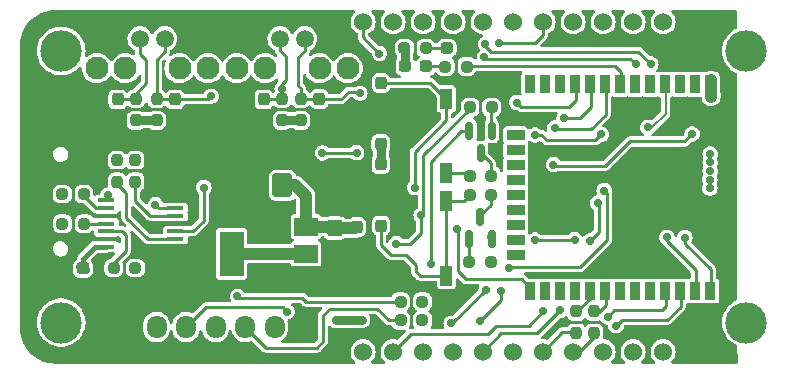
<source format=gbr>
%TF.GenerationSoftware,KiCad,Pcbnew,7.0.6*%
%TF.CreationDate,2023-10-11T20:15:21+08:00*%
%TF.ProjectId,PCB_ESP32WROOM32E_RPI_Zero_Form_Hackster,5043425f-4553-4503-9332-57524f4f4d33,rev?*%
%TF.SameCoordinates,Original*%
%TF.FileFunction,Copper,L1,Top*%
%TF.FilePolarity,Positive*%
%FSLAX46Y46*%
G04 Gerber Fmt 4.6, Leading zero omitted, Abs format (unit mm)*
G04 Created by KiCad (PCBNEW 7.0.6) date 2023-10-11 20:15:21*
%MOMM*%
%LPD*%
G01*
G04 APERTURE LIST*
G04 Aperture macros list*
%AMRoundRect*
0 Rectangle with rounded corners*
0 $1 Rounding radius*
0 $2 $3 $4 $5 $6 $7 $8 $9 X,Y pos of 4 corners*
0 Add a 4 corners polygon primitive as box body*
4,1,4,$2,$3,$4,$5,$6,$7,$8,$9,$2,$3,0*
0 Add four circle primitives for the rounded corners*
1,1,$1+$1,$2,$3*
1,1,$1+$1,$4,$5*
1,1,$1+$1,$6,$7*
1,1,$1+$1,$8,$9*
0 Add four rect primitives between the rounded corners*
20,1,$1+$1,$2,$3,$4,$5,0*
20,1,$1+$1,$4,$5,$6,$7,0*
20,1,$1+$1,$6,$7,$8,$9,0*
20,1,$1+$1,$8,$9,$2,$3,0*%
G04 Aperture macros list end*
%TA.AperFunction,SMDPad,CuDef*%
%ADD10RoundRect,0.237500X-0.237500X0.300000X-0.237500X-0.300000X0.237500X-0.300000X0.237500X0.300000X0*%
%TD*%
%TA.AperFunction,SMDPad,CuDef*%
%ADD11R,2.000000X1.500000*%
%TD*%
%TA.AperFunction,SMDPad,CuDef*%
%ADD12R,2.000000X3.800000*%
%TD*%
%TA.AperFunction,SMDPad,CuDef*%
%ADD13RoundRect,0.237500X0.287500X0.237500X-0.287500X0.237500X-0.287500X-0.237500X0.287500X-0.237500X0*%
%TD*%
%TA.AperFunction,SMDPad,CuDef*%
%ADD14RoundRect,0.237500X0.237500X-0.250000X0.237500X0.250000X-0.237500X0.250000X-0.237500X-0.250000X0*%
%TD*%
%TA.AperFunction,SMDPad,CuDef*%
%ADD15RoundRect,0.237500X0.300000X0.237500X-0.300000X0.237500X-0.300000X-0.237500X0.300000X-0.237500X0*%
%TD*%
%TA.AperFunction,SMDPad,CuDef*%
%ADD16RoundRect,0.237500X0.250000X0.237500X-0.250000X0.237500X-0.250000X-0.237500X0.250000X-0.237500X0*%
%TD*%
%TA.AperFunction,SMDPad,CuDef*%
%ADD17RoundRect,0.237500X-0.250000X-0.237500X0.250000X-0.237500X0.250000X0.237500X-0.250000X0.237500X0*%
%TD*%
%TA.AperFunction,SMDPad,CuDef*%
%ADD18RoundRect,0.150000X-0.150000X0.587500X-0.150000X-0.587500X0.150000X-0.587500X0.150000X0.587500X0*%
%TD*%
%TA.AperFunction,SMDPad,CuDef*%
%ADD19RoundRect,0.237500X0.237500X-0.300000X0.237500X0.300000X-0.237500X0.300000X-0.237500X-0.300000X0*%
%TD*%
%TA.AperFunction,SMDPad,CuDef*%
%ADD20R,1.000000X1.700000*%
%TD*%
%TA.AperFunction,SMDPad,CuDef*%
%ADD21R,0.900000X1.500000*%
%TD*%
%TA.AperFunction,SMDPad,CuDef*%
%ADD22R,1.500000X0.900000*%
%TD*%
%TA.AperFunction,SMDPad,CuDef*%
%ADD23R,1.473200X0.355600*%
%TD*%
%TA.AperFunction,ComponentPad*%
%ADD24RoundRect,0.250000X0.600000X0.725000X-0.600000X0.725000X-0.600000X-0.725000X0.600000X-0.725000X0*%
%TD*%
%TA.AperFunction,ComponentPad*%
%ADD25O,1.700000X1.950000*%
%TD*%
%TA.AperFunction,SMDPad,CuDef*%
%ADD26RoundRect,0.237500X-0.237500X0.250000X-0.237500X-0.250000X0.237500X-0.250000X0.237500X0.250000X0*%
%TD*%
%TA.AperFunction,SMDPad,CuDef*%
%ADD27RoundRect,0.250000X-0.425000X0.450000X-0.425000X-0.450000X0.425000X-0.450000X0.425000X0.450000X0*%
%TD*%
%TA.AperFunction,ComponentPad*%
%ADD28R,1.508000X1.508000*%
%TD*%
%TA.AperFunction,ComponentPad*%
%ADD29C,1.508000*%
%TD*%
%TA.AperFunction,ComponentPad*%
%ADD30C,1.950000*%
%TD*%
%TA.AperFunction,SMDPad,CuDef*%
%ADD31RoundRect,0.237500X-0.287500X-0.237500X0.287500X-0.237500X0.287500X0.237500X-0.287500X0.237500X0*%
%TD*%
%TA.AperFunction,ComponentPad*%
%ADD32RoundRect,0.250000X0.600000X0.750000X-0.600000X0.750000X-0.600000X-0.750000X0.600000X-0.750000X0*%
%TD*%
%TA.AperFunction,ComponentPad*%
%ADD33O,1.700000X2.000000*%
%TD*%
%TA.AperFunction,SMDPad,CuDef*%
%ADD34RoundRect,0.150000X0.150000X-0.587500X0.150000X0.587500X-0.150000X0.587500X-0.150000X-0.587500X0*%
%TD*%
%TA.AperFunction,ComponentPad*%
%ADD35C,3.500000*%
%TD*%
%TA.AperFunction,ComponentPad*%
%ADD36R,1.524000X1.524000*%
%TD*%
%TA.AperFunction,ComponentPad*%
%ADD37C,1.524000*%
%TD*%
%TA.AperFunction,ViaPad*%
%ADD38C,0.700000*%
%TD*%
%TA.AperFunction,Conductor*%
%ADD39C,1.000000*%
%TD*%
%TA.AperFunction,Conductor*%
%ADD40C,0.800000*%
%TD*%
%TA.AperFunction,Conductor*%
%ADD41C,0.400000*%
%TD*%
%TA.AperFunction,Conductor*%
%ADD42C,0.250000*%
%TD*%
%TA.AperFunction,Conductor*%
%ADD43C,0.200000*%
%TD*%
G04 APERTURE END LIST*
D10*
%TO.P,C21,1*%
%TO.N,/ESP32S3_Minsys/IO0*%
X98200000Y-87237500D03*
%TO.P,C21,2*%
%TO.N,GND*%
X98200000Y-88962500D03*
%TD*%
%TO.P,C3,1*%
%TO.N,/ESP32S3_Minsys/IO27*%
X92975000Y-88612500D03*
%TO.P,C3,2*%
%TO.N,GND*%
X92975000Y-90337500D03*
%TD*%
D11*
%TO.P,U4,1,ADJ*%
%TO.N,GND*%
X91850000Y-104000000D03*
%TO.P,U4,2,VO*%
%TO.N,/ESP32S3_Minsys/3V3*%
X91850000Y-101700000D03*
D12*
X85550000Y-101700000D03*
D11*
%TO.P,U4,3,VI*%
%TO.N,/ESP32S3_Minsys/5V*%
X91850000Y-99400000D03*
%TD*%
D13*
%TO.P,D2,1,K*%
%TO.N,GND*%
X105523000Y-84280000D03*
%TO.P,D2,2,A*%
%TO.N,Net-(D2-A)*%
X103773000Y-84280000D03*
%TD*%
D10*
%TO.P,C10,1*%
%TO.N,GND*%
X98168000Y-90662000D03*
%TO.P,C10,2*%
%TO.N,/ESP32S3_Minsys/3V3*%
X98168000Y-92387000D03*
%TD*%
D14*
%TO.P,R1,1*%
%TO.N,Net-(U3-1A)*%
X75849000Y-95606700D03*
%TO.P,R1,2*%
%TO.N,/ESP32S3_Minsys/MOSI*%
X75849000Y-93781700D03*
%TD*%
D15*
%TO.P,C2,1*%
%TO.N,/ESP32S3_Minsys/3V3*%
X72962500Y-102950000D03*
%TO.P,C2,2*%
%TO.N,GND*%
X71237500Y-102950000D03*
%TD*%
D16*
%TO.P,R15,1*%
%TO.N,/ESP32S3_Minsys/IO32*%
X105473000Y-85852000D03*
%TO.P,R15,2*%
%TO.N,Net-(D11-A)*%
X103648000Y-85852000D03*
%TD*%
D17*
%TO.P,R8,1*%
%TO.N,/ESP32S3_Minsys/ESP_TXD*%
X99887500Y-107350000D03*
%TO.P,R8,2*%
%TO.N,Net-(IC1-TXD0)*%
X101712500Y-107350000D03*
%TD*%
D18*
%TO.P,Q2,1,B*%
%TO.N,Net-(Q2-B)*%
X107593500Y-91294500D03*
%TO.P,Q2,2,E*%
%TO.N,/ESP32S3_Minsys/DTR*%
X105693500Y-91294500D03*
%TO.P,Q2,3,C*%
%TO.N,Net-(Q2-C)*%
X106643500Y-93169500D03*
%TD*%
D10*
%TO.P,C6,1*%
%TO.N,/ESP32S3_Minsys/IO26*%
X88275000Y-88637500D03*
%TO.P,C6,2*%
%TO.N,GND*%
X88275000Y-90362500D03*
%TD*%
D16*
%TO.P,R3,1*%
%TO.N,Net-(U3-3A)*%
X73051500Y-96644200D03*
%TO.P,R3,2*%
%TO.N,/ESP32S3_Minsys/CS*%
X71226500Y-96644200D03*
%TD*%
%TO.P,R12,1*%
%TO.N,Net-(Q2-B)*%
X107570500Y-89312000D03*
%TO.P,R12,2*%
%TO.N,/ESP32S3_Minsys/RTS*%
X105745500Y-89312000D03*
%TD*%
%TO.P,R4,1*%
%TO.N,Net-(U3-4Y)*%
X73062500Y-99150000D03*
%TO.P,R4,2*%
%TO.N,/ESP32S3_Minsys/MISO*%
X71237500Y-99150000D03*
%TD*%
D19*
%TO.P,C20,1*%
%TO.N,/ESP32S3_Minsys/CHIP_PU*%
X98200000Y-99312500D03*
%TO.P,C20,2*%
%TO.N,GND*%
X98200000Y-97587500D03*
%TD*%
D14*
%TO.P,R2,1*%
%TO.N,Net-(U3-2A)*%
X77399000Y-95606700D03*
%TO.P,R2,2*%
%TO.N,/ESP32S3_Minsys/SCK*%
X77399000Y-93781700D03*
%TD*%
D17*
%TO.P,R11,1*%
%TO.N,Net-(Q1-B)*%
X105655500Y-102412000D03*
%TO.P,R11,2*%
%TO.N,/ESP32S3_Minsys/DTR*%
X107480500Y-102412000D03*
%TD*%
D19*
%TO.P,C11,1*%
%TO.N,GND*%
X98188000Y-95817000D03*
%TO.P,C11,2*%
%TO.N,/ESP32S3_Minsys/3V3*%
X98188000Y-94092000D03*
%TD*%
D17*
%TO.P,R19,1*%
%TO.N,/ESP32S3_Minsys/3V3*%
X100179500Y-84280000D03*
%TO.P,R19,2*%
%TO.N,Net-(D2-A)*%
X102004500Y-84280000D03*
%TD*%
D20*
%TO.P,S2,1*%
%TO.N,GND*%
X99928000Y-94892000D03*
%TO.P,S2,2*%
X99928000Y-88592000D03*
%TO.P,S2,3*%
%TO.N,/ESP32S3_Minsys/IO0*%
X103728000Y-94892000D03*
%TO.P,S2,4*%
X103728000Y-88592000D03*
%TD*%
D16*
%TO.P,R14,1*%
%TO.N,Net-(Q2-C)*%
X107530500Y-95087000D03*
%TO.P,R14,2*%
%TO.N,/ESP32S3_Minsys/IO0*%
X105705500Y-95087000D03*
%TD*%
D21*
%TO.P,IC1,1,GND_1*%
%TO.N,GND*%
X127360000Y-87350000D03*
%TO.P,IC1,2,3V3*%
%TO.N,/ESP32S3_Minsys/ESP_3V3*%
X126090000Y-87350000D03*
%TO.P,IC1,3,EN*%
%TO.N,/ESP32S3_Minsys/CHIP_PU*%
X124820000Y-87350000D03*
%TO.P,IC1,4,SENSOR_VP*%
%TO.N,/ESP32S3_Minsys/SVP*%
X123550000Y-87350000D03*
%TO.P,IC1,5,SENSOR_VN*%
%TO.N,/ESP32S3_Minsys/SVN*%
X122280000Y-87350000D03*
%TO.P,IC1,6,IO34*%
%TO.N,/ESP32S3_Minsys/IO34*%
X121010000Y-87350000D03*
%TO.P,IC1,7,IO35*%
%TO.N,/ESP32S3_Minsys/IO35*%
X119740000Y-87350000D03*
%TO.P,IC1,8,IO32*%
%TO.N,/ESP32S3_Minsys/IO32*%
X118470000Y-87350000D03*
%TO.P,IC1,9,IO33*%
%TO.N,/ESP32S3_Minsys/IO33*%
X117200000Y-87350000D03*
%TO.P,IC1,10,IO25*%
%TO.N,/ESP32S3_Minsys/IO25*%
X115930000Y-87350000D03*
%TO.P,IC1,11,IO26*%
%TO.N,/ESP32S3_Minsys/IO26*%
X114660000Y-87350000D03*
%TO.P,IC1,12,IO27*%
%TO.N,/ESP32S3_Minsys/IO27*%
X113390000Y-87350000D03*
%TO.P,IC1,13,IO14*%
%TO.N,/ESP32S3_Minsys/SCK*%
X112120000Y-87350000D03*
%TO.P,IC1,14,IO12*%
%TO.N,/ESP32S3_Minsys/IO12*%
X110850000Y-87350000D03*
D22*
%TO.P,IC1,15,GND_2*%
%TO.N,GND*%
X109600000Y-90385000D03*
%TO.P,IC1,16,IO13*%
%TO.N,/ESP32S3_Minsys/CS*%
X109600000Y-91655000D03*
%TO.P,IC1,17,NC_1*%
%TO.N,unconnected-(IC1-NC_1-Pad17)*%
X109600000Y-92925000D03*
%TO.P,IC1,18,NC_2*%
%TO.N,unconnected-(IC1-NC_2-Pad18)*%
X109600000Y-94195000D03*
%TO.P,IC1,19,NC_3*%
%TO.N,unconnected-(IC1-NC_3-Pad19)*%
X109600000Y-95465000D03*
%TO.P,IC1,20,NC_4*%
%TO.N,unconnected-(IC1-NC_4-Pad20)*%
X109600000Y-96735000D03*
%TO.P,IC1,21,NC_5*%
%TO.N,unconnected-(IC1-NC_5-Pad21)*%
X109600000Y-98005000D03*
%TO.P,IC1,22,NC_6*%
%TO.N,unconnected-(IC1-NC_6-Pad22)*%
X109600000Y-99275000D03*
%TO.P,IC1,23,IO15*%
%TO.N,/ESP32S3_Minsys/MOSI*%
X109600000Y-100545000D03*
%TO.P,IC1,24,IO2*%
%TO.N,/ESP32S3_Minsys/MISO*%
X109600000Y-101815000D03*
D21*
%TO.P,IC1,25,IO0*%
%TO.N,/ESP32S3_Minsys/IO0*%
X110850000Y-104850000D03*
%TO.P,IC1,26,IO4*%
%TO.N,/ESP32S3_Minsys/IO4*%
X112120000Y-104850000D03*
%TO.P,IC1,27,IO16*%
%TO.N,/ESP32S3_Minsys/IO16*%
X113390000Y-104850000D03*
%TO.P,IC1,28,IO17*%
%TO.N,/ESP32S3_Minsys/IO17*%
X114660000Y-104850000D03*
%TO.P,IC1,29,IO5*%
%TO.N,/ESP32S3_Minsys/U1_TXD*%
X115930000Y-104850000D03*
%TO.P,IC1,30,IO18*%
%TO.N,/ESP32S3_Minsys/U1_RXD*%
X117200000Y-104850000D03*
%TO.P,IC1,31,IO19*%
%TO.N,/ESP32S3_Minsys/IO19*%
X118470000Y-104850000D03*
%TO.P,IC1,32,NC_7*%
%TO.N,unconnected-(IC1-NC_7-Pad32)*%
X119740000Y-104850000D03*
%TO.P,IC1,33,IO21*%
%TO.N,/ESP32S3_Minsys/IO21*%
X121010000Y-104850000D03*
%TO.P,IC1,34,RXD0*%
%TO.N,Net-(IC1-RXD0)*%
X122280000Y-104850000D03*
%TO.P,IC1,35,TXD0*%
%TO.N,Net-(IC1-TXD0)*%
X123550000Y-104850000D03*
%TO.P,IC1,36,IO22*%
%TO.N,/ESP32S3_Minsys/SDA*%
X124820000Y-104850000D03*
%TO.P,IC1,37,IO23*%
%TO.N,/ESP32S3_Minsys/SCL*%
X126090000Y-104850000D03*
%TO.P,IC1,38,GND_3*%
%TO.N,GND*%
X127360000Y-104850000D03*
%TD*%
D23*
%TO.P,U3,1,1~{OE}*%
%TO.N,GND*%
X80800000Y-101100000D03*
%TO.P,U3,2,1A*%
%TO.N,Net-(U3-1A)*%
X80800000Y-100439600D03*
%TO.P,U3,3,1Y*%
%TO.N,/ESP32S3_Minsys/SPI_MOSI*%
X80800000Y-99804600D03*
%TO.P,U3,4,2~{OE}*%
%TO.N,GND*%
X80800000Y-99144200D03*
%TO.P,U3,5,2A*%
%TO.N,Net-(U3-2A)*%
X80800000Y-98483800D03*
%TO.P,U3,6,2Y*%
%TO.N,/ESP32S3_Minsys/SPI_CLK*%
X80800000Y-97848800D03*
%TO.P,U3,7,GND*%
%TO.N,GND*%
X80800000Y-97188400D03*
%TO.P,U3,8,3Y*%
%TO.N,/ESP32S3_Minsys/SPI_CS*%
X74958000Y-97188400D03*
%TO.P,U3,9,3A*%
%TO.N,Net-(U3-3A)*%
X74958000Y-97848800D03*
%TO.P,U3,10,3~{OE}*%
%TO.N,GND*%
X74958000Y-98483800D03*
%TO.P,U3,11,4Y*%
%TO.N,Net-(U3-4Y)*%
X74958000Y-99144200D03*
%TO.P,U3,12,4A*%
%TO.N,Net-(U3-4A)*%
X74958000Y-99804600D03*
%TO.P,U3,13,4~{OE}*%
%TO.N,GND*%
X74958000Y-100439600D03*
%TO.P,U3,14,VCC*%
%TO.N,/ESP32S3_Minsys/3V3*%
X74958000Y-101100000D03*
%TD*%
D14*
%TO.P,R18,1*%
%TO.N,Net-(Coral_Dev_Board1-Pin_17)*%
X116250000Y-108412500D03*
%TO.P,R18,2*%
%TO.N,/ESP32S3_Minsys/U1_RXD*%
X116250000Y-106587500D03*
%TD*%
%TO.P,R20,1*%
%TO.N,Net-(Coral_Dev_Board1-Pin_18)*%
X114750000Y-108412500D03*
%TO.P,R20,2*%
%TO.N,/ESP32S3_Minsys/U1_TXD*%
X114750000Y-106587500D03*
%TD*%
D24*
%TO.P,J4,1,Pin_1*%
%TO.N,GND*%
X91700000Y-107900000D03*
D25*
%TO.P,J4,2,Pin_2*%
%TO.N,/ESP32S3_Minsys/RTS*%
X89200000Y-107900000D03*
%TO.P,J4,3,Pin_3*%
%TO.N,/ESP32S3_Minsys/ESP_TXD*%
X86700000Y-107900000D03*
%TO.P,J4,4,Pin_4*%
%TO.N,/ESP32S3_Minsys/ESP_RXD*%
X84200000Y-107900000D03*
%TO.P,J4,5,Pin_5*%
%TO.N,/ESP32S3_Minsys/DTR*%
X81700000Y-107900000D03*
%TO.P,J4,6,Pin_6*%
%TO.N,/ESP32S3_Minsys/3V3*%
X79200000Y-107900000D03*
%TD*%
D26*
%TO.P,R6,1*%
%TO.N,/ESP32S3_Minsys/IO25*%
X79200000Y-88587500D03*
%TO.P,R6,2*%
%TO.N,/ESP32S3_Minsys/3V3*%
X79200000Y-90412500D03*
%TD*%
D27*
%TO.P,C8,1*%
%TO.N,/ESP32S3_Minsys/5V*%
X94300000Y-99550000D03*
%TO.P,C8,2*%
%TO.N,GND*%
X94300000Y-102250000D03*
%TD*%
D26*
%TO.P,R17,1*%
%TO.N,/ESP32S3_Minsys/IO26*%
X89825000Y-88587500D03*
%TO.P,R17,2*%
%TO.N,/ESP32S3_Minsys/3V3*%
X89825000Y-90412500D03*
%TD*%
D20*
%TO.P,S1,1*%
%TO.N,GND*%
X99946000Y-103547000D03*
%TO.P,S1,2*%
X99946000Y-97247000D03*
%TO.P,S1,3*%
%TO.N,/ESP32S3_Minsys/CHIP_PU*%
X103746000Y-103547000D03*
%TO.P,S1,4*%
X103746000Y-97247000D03*
%TD*%
D10*
%TO.P,C4,1*%
%TO.N,/ESP32S3_Minsys/IO25*%
X80750000Y-88637500D03*
%TO.P,C4,2*%
%TO.N,GND*%
X80750000Y-90362500D03*
%TD*%
D17*
%TO.P,R7,1*%
%TO.N,/ESP32S3_Minsys/ESP_RXD*%
X99887500Y-105750000D03*
%TO.P,R7,2*%
%TO.N,Net-(IC1-RXD0)*%
X101712500Y-105750000D03*
%TD*%
D28*
%TO.P,S5,1*%
%TO.N,GND*%
X82300000Y-83500000D03*
D29*
%TO.P,S5,2*%
%TO.N,/ESP32S3_Minsys/IO33*%
X77800000Y-83500000D03*
D30*
%TO.P,S5,SH1*%
%TO.N,N/C*%
X83550000Y-86000000D03*
%TO.P,S5,SH2*%
X76550000Y-86000000D03*
%TD*%
D31*
%TO.P,D11,1,K*%
%TO.N,/ESP32S3_Minsys/3V3*%
X100265500Y-85822000D03*
%TO.P,D11,2,A*%
%TO.N,Net-(D11-A)*%
X102015500Y-85822000D03*
%TD*%
D32*
%TO.P,J1,1,Pin_1*%
%TO.N,/ESP32S3_Minsys/5V*%
X89850000Y-95900000D03*
D33*
%TO.P,J1,2,Pin_2*%
%TO.N,GND*%
X87350000Y-95900000D03*
%TD*%
D16*
%TO.P,R13,1*%
%TO.N,Net-(Q1-C)*%
X107548500Y-96697000D03*
%TO.P,R13,2*%
%TO.N,/ESP32S3_Minsys/CHIP_PU*%
X105723500Y-96697000D03*
%TD*%
%TO.P,R23,1*%
%TO.N,/ESP32S3_Minsys/SPI_MISO*%
X77405000Y-102910000D03*
%TO.P,R23,2*%
%TO.N,Net-(U3-4A)*%
X75580000Y-102910000D03*
%TD*%
D26*
%TO.P,R16,1*%
%TO.N,/ESP32S3_Minsys/IO33*%
X77450000Y-88587500D03*
%TO.P,R16,2*%
%TO.N,/ESP32S3_Minsys/3V3*%
X77450000Y-90412500D03*
%TD*%
D19*
%TO.P,C18,1*%
%TO.N,GND*%
X96150000Y-101162500D03*
%TO.P,C18,2*%
%TO.N,/ESP32S3_Minsys/5V*%
X96150000Y-99437500D03*
%TD*%
D10*
%TO.P,C5,1*%
%TO.N,/ESP32S3_Minsys/IO33*%
X75900000Y-88637500D03*
%TO.P,C5,2*%
%TO.N,GND*%
X75900000Y-90362500D03*
%TD*%
D26*
%TO.P,R5,1*%
%TO.N,/ESP32S3_Minsys/IO27*%
X91400000Y-88587500D03*
%TO.P,R5,2*%
%TO.N,/ESP32S3_Minsys/3V3*%
X91400000Y-90412500D03*
%TD*%
D34*
%TO.P,Q1,1,B*%
%TO.N,Net-(Q1-B)*%
X105660500Y-100479500D03*
%TO.P,Q1,2,E*%
%TO.N,/ESP32S3_Minsys/RTS*%
X107560500Y-100479500D03*
%TO.P,Q1,3,C*%
%TO.N,Net-(Q1-C)*%
X106610500Y-98604500D03*
%TD*%
D35*
%TO.P,Coral_Dev_Board1,*%
%TO.N,*%
X129130000Y-107530000D03*
X129130000Y-84530000D03*
X71130000Y-107530000D03*
X71130000Y-84530000D03*
D36*
%TO.P,Coral_Dev_Board1,1,Pin_1*%
%TO.N,GND*%
X124630000Y-82060000D03*
D37*
%TO.P,Coral_Dev_Board1,2,Pin_2*%
%TO.N,unconnected-(Coral_Dev_Board1-Pin_2-Pad2)*%
X122090000Y-82060000D03*
%TO.P,Coral_Dev_Board1,3,Pin_3*%
%TO.N,Net-(Coral_Dev_Board1-Pin_3)*%
X119550000Y-82060000D03*
%TO.P,Coral_Dev_Board1,4,Pin_4*%
%TO.N,unconnected-(Coral_Dev_Board1-Pin_4-Pad4)*%
X117010000Y-82060000D03*
%TO.P,Coral_Dev_Board1,5,Pin_5*%
%TO.N,Net-(Coral_Dev_Board1-Pin_5)*%
X114470000Y-82060000D03*
%TO.P,Coral_Dev_Board1,6,Pin_6*%
%TO.N,Net-(Coral_Dev_Board1-Pin_6)*%
X111930000Y-82060000D03*
%TO.P,Coral_Dev_Board1,7,Pin_7*%
%TO.N,Net-(Coral_Dev_Board1-Pin_7)*%
X109390000Y-82060000D03*
%TO.P,Coral_Dev_Board1,8,Pin_8*%
%TO.N,Net-(Coral_Dev_Board1-Pin_8)*%
X106850000Y-82060000D03*
%TO.P,Coral_Dev_Board1,9,Pin_9*%
%TO.N,unconnected-(Coral_Dev_Board1-Pin_9-Pad9)*%
X104310000Y-82060000D03*
%TO.P,Coral_Dev_Board1,10,Pin_10*%
%TO.N,Net-(Coral_Dev_Board1-Pin_10)*%
X101770000Y-82060000D03*
%TO.P,Coral_Dev_Board1,11,Pin_11*%
%TO.N,Net-(Coral_Dev_Board1-Pin_11)*%
X99230000Y-82060000D03*
%TO.P,Coral_Dev_Board1,12,Pin_12*%
%TO.N,Net-(Coral_Dev_Board1-Pin_12)*%
X96690000Y-82060000D03*
D36*
%TO.P,Coral_Dev_Board1,13,Pin_13*%
%TO.N,GND*%
X124630000Y-110000000D03*
D37*
%TO.P,Coral_Dev_Board1,14,Pin_14*%
%TO.N,unconnected-(Coral_Dev_Board1-Pin_14-Pad14)*%
X122090000Y-110000000D03*
%TO.P,Coral_Dev_Board1,15,Pin_15*%
%TO.N,Net-(Coral_Dev_Board1-Pin_15)*%
X119550000Y-110000000D03*
%TO.P,Coral_Dev_Board1,16,Pin_16*%
%TO.N,Net-(Coral_Dev_Board1-Pin_16)*%
X117010000Y-110000000D03*
%TO.P,Coral_Dev_Board1,17,Pin_17*%
%TO.N,Net-(Coral_Dev_Board1-Pin_17)*%
X114470000Y-110000000D03*
%TO.P,Coral_Dev_Board1,18,Pin_18*%
%TO.N,Net-(Coral_Dev_Board1-Pin_18)*%
X111930000Y-110000000D03*
%TO.P,Coral_Dev_Board1,19,Pin_19*%
%TO.N,Net-(Coral_Dev_Board1-Pin_19)*%
X109390000Y-110000000D03*
%TO.P,Coral_Dev_Board1,20,Pin_20*%
%TO.N,Net-(Coral_Dev_Board1-Pin_20)*%
X106850000Y-110000000D03*
%TO.P,Coral_Dev_Board1,21,Pin_21*%
%TO.N,Net-(Coral_Dev_Board1-Pin_21)*%
X104310000Y-110000000D03*
%TO.P,Coral_Dev_Board1,22,Pin_22*%
%TO.N,Net-(Coral_Dev_Board1-Pin_22)*%
X101770000Y-110000000D03*
%TO.P,Coral_Dev_Board1,23,Pin_23*%
%TO.N,Net-(Coral_Dev_Board1-Pin_23)*%
X99230000Y-110000000D03*
%TO.P,Coral_Dev_Board1,24,Pin_24*%
%TO.N,Net-(Coral_Dev_Board1-Pin_24)*%
X96690000Y-110000000D03*
%TD*%
D28*
%TO.P,S6,1*%
%TO.N,GND*%
X94150000Y-83500000D03*
D29*
%TO.P,S6,2*%
%TO.N,/ESP32S3_Minsys/IO26*%
X89650000Y-83500000D03*
D30*
%TO.P,S6,SH1*%
%TO.N,N/C*%
X95400000Y-86000000D03*
%TO.P,S6,SH2*%
X88400000Y-86000000D03*
%TD*%
D28*
%TO.P,S4,1*%
%TO.N,GND*%
X75400000Y-83500000D03*
D29*
%TO.P,S4,2*%
%TO.N,/ESP32S3_Minsys/IO25*%
X79900000Y-83500000D03*
D30*
%TO.P,S4,SH1*%
%TO.N,N/C*%
X74150000Y-86000000D03*
%TO.P,S4,SH2*%
X81150000Y-86000000D03*
%TD*%
D28*
%TO.P,S3,1*%
%TO.N,GND*%
X87250000Y-83500000D03*
D29*
%TO.P,S3,2*%
%TO.N,/ESP32S3_Minsys/IO27*%
X91750000Y-83500000D03*
D30*
%TO.P,S3,SH1*%
%TO.N,N/C*%
X86000000Y-86000000D03*
%TO.P,S3,SH2*%
X93000000Y-86000000D03*
%TD*%
D38*
%TO.N,GND*%
X76650000Y-81650000D03*
X99700000Y-104300000D03*
X74600000Y-108850000D03*
X105050000Y-83350000D03*
X73900000Y-108850000D03*
X126200000Y-99350000D03*
X69200000Y-90400000D03*
X68350000Y-97200000D03*
X72150000Y-104150000D03*
X75300000Y-109600000D03*
X93800000Y-81700000D03*
X75300000Y-110350000D03*
X126200000Y-100750000D03*
X75300000Y-108850000D03*
X116550000Y-93300000D03*
X125750000Y-107950000D03*
X125350000Y-84200000D03*
X105750000Y-83350000D03*
X69100000Y-97200000D03*
X112150000Y-96000000D03*
X116050000Y-83700000D03*
X115850000Y-93300000D03*
X75950000Y-81650000D03*
X69200000Y-91100000D03*
X71450000Y-104150000D03*
X126050000Y-84950000D03*
X69100000Y-103450000D03*
X74600000Y-109600000D03*
X73900000Y-110350000D03*
X72150000Y-104900000D03*
X112900000Y-96000000D03*
X70750000Y-88850000D03*
X68450000Y-90400000D03*
X112150000Y-97400000D03*
X73900000Y-109600000D03*
X124350000Y-107200000D03*
X124525000Y-93100000D03*
X72150000Y-88100000D03*
X124150000Y-95025000D03*
X75300000Y-108100000D03*
X68350000Y-102750000D03*
X70750000Y-88100000D03*
X80950000Y-81550000D03*
X70750000Y-104900000D03*
X89050000Y-81700000D03*
X72150000Y-88850000D03*
X106000000Y-87250000D03*
X100400000Y-104300000D03*
X120600000Y-99050000D03*
X105300000Y-87250000D03*
X124650000Y-84200000D03*
X93100000Y-81700000D03*
X70750000Y-104150000D03*
X68350000Y-103450000D03*
X124525000Y-94475000D03*
X116750000Y-83700000D03*
X124525000Y-93775000D03*
X120600000Y-97650000D03*
X100400000Y-103550000D03*
X112900000Y-97400000D03*
X69100000Y-102050000D03*
X68350000Y-96500000D03*
X69100000Y-96500000D03*
X125050000Y-107200000D03*
X68450000Y-91100000D03*
X75250000Y-81650000D03*
X71450000Y-88850000D03*
X117450000Y-83700000D03*
X69100000Y-95800000D03*
X74600000Y-110350000D03*
X99700000Y-103550000D03*
X90450000Y-81700000D03*
X69100000Y-102750000D03*
X68450000Y-91800000D03*
X106700000Y-87250000D03*
X74600000Y-108100000D03*
X126050000Y-84200000D03*
X68350000Y-95800000D03*
X125750000Y-107200000D03*
X125050000Y-107950000D03*
X112150000Y-96700000D03*
X120600000Y-98350000D03*
X69200000Y-91800000D03*
X125350000Y-84950000D03*
X73900000Y-108100000D03*
X81650000Y-81550000D03*
X112900000Y-96700000D03*
X124350000Y-107950000D03*
X124650000Y-84950000D03*
X71450000Y-104900000D03*
X89750000Y-81700000D03*
X92400000Y-81700000D03*
X126200000Y-100050000D03*
X82350000Y-81550000D03*
X68350000Y-102050000D03*
X71450000Y-88100000D03*
%TO.N,/ESP32S3_Minsys/5V*%
X94950000Y-107300000D03*
X95500000Y-107300000D03*
X96600000Y-107300000D03*
X94400000Y-107300000D03*
X96050000Y-107300000D03*
%TO.N,/ESP32S3_Minsys/3V3*%
X85150000Y-100200000D03*
X85150000Y-103250000D03*
X100250000Y-85100000D03*
X85950000Y-102500000D03*
X85950000Y-100200000D03*
X85150000Y-102500000D03*
X91500000Y-90400000D03*
X126075000Y-93250000D03*
X126075000Y-94700000D03*
X126075000Y-93975000D03*
X126050000Y-96150000D03*
X100250000Y-84200000D03*
X89750000Y-90400000D03*
X79300000Y-90350000D03*
X85950000Y-103250000D03*
X77450000Y-90350000D03*
X78400000Y-90350000D03*
X85150000Y-101750000D03*
X85150000Y-100950000D03*
X85950000Y-100950000D03*
X126050000Y-95425000D03*
X98200000Y-93300000D03*
X73200000Y-103100000D03*
X85950000Y-101750000D03*
X90650000Y-90400000D03*
X98200000Y-94200000D03*
X72750000Y-102800000D03*
X98200000Y-92300000D03*
X100250000Y-85900000D03*
%TO.N,/ESP32S3_Minsys/SPI_CS*%
X75050000Y-96750000D03*
%TO.N,/ESP32S3_Minsys/SPI_MOSI*%
X83200000Y-96100000D03*
%TO.N,/ESP32S3_Minsys/SPI_CLK*%
X79100000Y-97550000D03*
%TO.N,/ESP32S3_Minsys/SPI_MISO*%
X77390000Y-102960000D03*
%TO.N,/ESP32S3_Minsys/CHIP_PU*%
X105773500Y-96697000D03*
X124540000Y-91560000D03*
X124845000Y-87575000D03*
X112800000Y-94150000D03*
%TO.N,Net-(Coral_Dev_Board1-Pin_12)*%
X98070000Y-84760000D03*
%TO.N,/ESP32S3_Minsys/RTS*%
X107550000Y-100250000D03*
X101600000Y-98450000D03*
X99500000Y-100850000D03*
%TO.N,/ESP32S3_Minsys/DTR*%
X90250000Y-106600000D03*
X107480500Y-102524500D03*
X102400000Y-102600000D03*
%TO.N,/ESP32S3_Minsys/ESP_RXD*%
X86050000Y-105300000D03*
%TO.N,/ESP32S3_Minsys/ESP_3V3*%
X126150000Y-87700000D03*
X126150000Y-88400000D03*
X126150000Y-87000000D03*
%TO.N,Net-(Coral_Dev_Board1-Pin_16)*%
X116550000Y-97400000D03*
X115875000Y-100625000D03*
%TO.N,/ESP32S3_Minsys/SDA*%
X122410000Y-100312500D03*
%TO.N,/ESP32S3_Minsys/SCL*%
X123940000Y-100332500D03*
%TO.N,/ESP32S3_Minsys/CS*%
X71226500Y-96644200D03*
X110000000Y-91630000D03*
%TO.N,/ESP32S3_Minsys/IO0*%
X101050000Y-96100000D03*
X103728000Y-94892000D03*
X104650000Y-99600000D03*
%TO.N,/ESP32S3_Minsys/SCK*%
X112100000Y-86950000D03*
X77410000Y-93810000D03*
X96150000Y-93150000D03*
X93240000Y-93160000D03*
%TO.N,/ESP32S3_Minsys/MOSI*%
X75849000Y-93781700D03*
X110000000Y-100510000D03*
%TO.N,Net-(Coral_Dev_Board1-Pin_5)*%
X116850000Y-91600000D03*
X111250000Y-91650000D03*
%TO.N,Net-(Coral_Dev_Board1-Pin_6)*%
X108200000Y-83875500D03*
%TO.N,Net-(Coral_Dev_Board1-Pin_7)*%
X114600000Y-100500000D03*
X111250000Y-100550000D03*
%TO.N,Net-(Coral_Dev_Board1-Pin_10)*%
X107050000Y-83950000D03*
X121050000Y-85650000D03*
%TO.N,Net-(Coral_Dev_Board1-Pin_11)*%
X106950000Y-85075500D03*
X119760000Y-85670000D03*
%TO.N,Net-(Coral_Dev_Board1-Pin_20)*%
X113400000Y-106500000D03*
%TO.N,Net-(Coral_Dev_Board1-Pin_21)*%
X106600000Y-107400000D03*
X108350000Y-104850000D03*
%TO.N,Net-(Coral_Dev_Board1-Pin_22)*%
X117100000Y-96350000D03*
X109000000Y-102950000D03*
X104150000Y-107600000D03*
X107100000Y-104750000D03*
%TO.N,Net-(Coral_Dev_Board1-Pin_23)*%
X111950000Y-106550000D03*
%TO.N,/ESP32S3_Minsys/MISO*%
X110000000Y-101800000D03*
X71237500Y-99150000D03*
%TO.N,/ESP32S3_Minsys/SVN*%
X120800000Y-91000000D03*
%TO.N,/ESP32S3_Minsys/IO21*%
X121050000Y-105250000D03*
%TO.N,/ESP32S3_Minsys/IO19*%
X118490000Y-105260000D03*
%TO.N,/ESP32S3_Minsys/IO16*%
X113400000Y-105250000D03*
%TO.N,/ESP32S3_Minsys/IO27*%
X113400000Y-87750000D03*
X96410000Y-88110000D03*
%TO.N,/ESP32S3_Minsys/IO4*%
X112150000Y-105250000D03*
%TO.N,/ESP32S3_Minsys/IO12*%
X110850000Y-86950000D03*
%TO.N,/ESP32S3_Minsys/IO32*%
X118470000Y-87750000D03*
%TO.N,/ESP32S3_Minsys/IO33*%
X112900000Y-91050000D03*
X77450000Y-88637500D03*
%TO.N,/ESP32S3_Minsys/IO25*%
X83830000Y-88370000D03*
X113700000Y-90200000D03*
%TO.N,/ESP32S3_Minsys/IO26*%
X89825000Y-87760000D03*
X109700000Y-88900000D03*
%TO.N,/ESP32S3_Minsys/IO17*%
X114650000Y-104450000D03*
%TO.N,Net-(IC1-RXD0)*%
X117400000Y-107050000D03*
X101662500Y-105750000D03*
%TO.N,/ESP32S3_Minsys/IO34*%
X121050000Y-86950000D03*
%TO.N,/ESP32S3_Minsys/IO35*%
X119750000Y-86950000D03*
%TO.N,Net-(IC1-TXD0)*%
X118100000Y-107800000D03*
X101662500Y-107350000D03*
%TD*%
D39*
%TO.N,/ESP32S3_Minsys/ESP_3V3*%
X126150000Y-87000000D02*
X126150000Y-88400000D01*
D40*
%TO.N,/ESP32S3_Minsys/5V*%
X94950000Y-107300000D02*
X95500000Y-107300000D01*
D39*
X96037500Y-99550000D02*
X96150000Y-99437500D01*
X91850000Y-99400000D02*
X94150000Y-99400000D01*
X94300000Y-99550000D02*
X96037500Y-99550000D01*
X90950000Y-95900000D02*
X91850000Y-96800000D01*
X89850000Y-95900000D02*
X90950000Y-95900000D01*
D40*
X95500000Y-107300000D02*
X96050000Y-107300000D01*
X94400000Y-107300000D02*
X94950000Y-107300000D01*
D39*
X94150000Y-99400000D02*
X94300000Y-99550000D01*
X91850000Y-96800000D02*
X91850000Y-99400000D01*
D40*
X96050000Y-107300000D02*
X96600000Y-107300000D01*
D41*
%TO.N,/ESP32S3_Minsys/3V3*%
X72962500Y-102137500D02*
X72962500Y-102950000D01*
D40*
X100229500Y-84280000D02*
X100229500Y-85786000D01*
D41*
X74958000Y-101100000D02*
X74000000Y-101100000D01*
D40*
X77450000Y-90362500D02*
X79200000Y-90362500D01*
X98188000Y-94092000D02*
X98188000Y-92407000D01*
D41*
X74000000Y-101100000D02*
X72962500Y-102137500D01*
D39*
X91850000Y-101700000D02*
X85550000Y-101700000D01*
D40*
X100229500Y-85786000D02*
X100265500Y-85822000D01*
X91400000Y-90362500D02*
X89825000Y-90362500D01*
X98188000Y-92407000D02*
X98168000Y-92387000D01*
D42*
%TO.N,/ESP32S3_Minsys/SPI_CS*%
X74958000Y-97188400D02*
X74958000Y-96842000D01*
X74958000Y-96842000D02*
X75050000Y-96750000D01*
%TO.N,/ESP32S3_Minsys/SPI_MOSI*%
X83200000Y-98900000D02*
X82295400Y-99804600D01*
X83200000Y-96100000D02*
X83200000Y-98900000D01*
X82295400Y-99804600D02*
X80800000Y-99804600D01*
%TO.N,/ESP32S3_Minsys/SPI_CLK*%
X80800000Y-97848800D02*
X79398800Y-97848800D01*
X79398800Y-97848800D02*
X79100000Y-97550000D01*
%TO.N,Net-(U3-1A)*%
X76650000Y-98650000D02*
X76650000Y-96600000D01*
X76650000Y-96600000D02*
X75849000Y-95799000D01*
X75849000Y-95799000D02*
X75849000Y-95606700D01*
X78439600Y-100439600D02*
X76650000Y-98650000D01*
X80800000Y-100439600D02*
X78439600Y-100439600D01*
%TO.N,Net-(U3-2A)*%
X77399000Y-97199000D02*
X78683800Y-98483800D01*
X77399000Y-95606700D02*
X77399000Y-97199000D01*
X78683800Y-98483800D02*
X80800000Y-98483800D01*
%TO.N,Net-(U3-3A)*%
X74048800Y-97848800D02*
X73051500Y-96851500D01*
X74958000Y-97848800D02*
X74048800Y-97848800D01*
X73051500Y-96851500D02*
X73051500Y-96644200D01*
%TO.N,Net-(U3-4Y)*%
X74958000Y-99144200D02*
X73306700Y-99144200D01*
%TO.N,Net-(Coral_Dev_Board1-Pin_17)*%
X114470000Y-110000000D02*
X115000000Y-110000000D01*
X115000000Y-110000000D02*
X116250000Y-108750000D01*
X116250000Y-108750000D02*
X116250000Y-108362500D01*
%TO.N,/ESP32S3_Minsys/CHIP_PU*%
X103746000Y-103547000D02*
X103746000Y-97247000D01*
X112800000Y-94150000D02*
X112900000Y-94250000D01*
X98200000Y-99312500D02*
X98200000Y-100950000D01*
X101150000Y-102651000D02*
X101150000Y-103200000D01*
X117200000Y-94250000D02*
X119250000Y-92200000D01*
X105223500Y-97247000D02*
X105773500Y-96697000D01*
X119250000Y-92200000D02*
X123900000Y-92200000D01*
X98200000Y-100950000D02*
X99050000Y-101800000D01*
X100299000Y-101800000D02*
X101150000Y-102651000D01*
X103746000Y-97247000D02*
X105223500Y-97247000D01*
X101497000Y-103547000D02*
X103746000Y-103547000D01*
X101150000Y-103200000D02*
X101497000Y-103547000D01*
X99050000Y-101800000D02*
X100299000Y-101800000D01*
X123900000Y-92200000D02*
X124540000Y-91560000D01*
X112900000Y-94250000D02*
X117200000Y-94250000D01*
%TO.N,Net-(D2-A)*%
X101954500Y-84280000D02*
X103773000Y-84280000D01*
%TO.N,Net-(Coral_Dev_Board1-Pin_12)*%
X96690000Y-82060000D02*
X96690000Y-83380000D01*
X96690000Y-83380000D02*
X98070000Y-84760000D01*
%TO.N,Net-(D11-A)*%
X102015500Y-85822000D02*
X103668000Y-85822000D01*
%TO.N,Net-(Q1-B)*%
X105660500Y-100479500D02*
X105660500Y-102367000D01*
%TO.N,/ESP32S3_Minsys/RTS*%
X101600000Y-98450000D02*
X101600000Y-99950000D01*
X105795500Y-89354500D02*
X101800000Y-93350000D01*
X101800000Y-93350000D02*
X101800000Y-98250000D01*
X101800000Y-98250000D02*
X101600000Y-98450000D01*
X105795500Y-89312000D02*
X105795500Y-89354500D01*
X100700000Y-100850000D02*
X99500000Y-100850000D01*
X101600000Y-99950000D02*
X100700000Y-100850000D01*
%TO.N,Net-(Coral_Dev_Board1-Pin_18)*%
X111930000Y-110000000D02*
X113567500Y-108362500D01*
X113567500Y-108362500D02*
X114750000Y-108362500D01*
%TO.N,Net-(Q1-C)*%
X106610500Y-98604500D02*
X106610500Y-98439500D01*
X107498500Y-97551500D02*
X107498500Y-96697000D01*
X106610500Y-98439500D02*
X107498500Y-97551500D01*
%TO.N,Net-(Q2-B)*%
X107520500Y-89312000D02*
X107520500Y-91221500D01*
X107520500Y-91221500D02*
X107593500Y-91294500D01*
%TO.N,/ESP32S3_Minsys/DTR*%
X90250000Y-106600000D02*
X89900000Y-106250000D01*
X105693500Y-91294500D02*
X105005500Y-91294500D01*
X105005500Y-91294500D02*
X102400000Y-93900000D01*
X102400000Y-93900000D02*
X102400000Y-102600000D01*
X83350000Y-106250000D02*
X81700000Y-107900000D01*
X89900000Y-106250000D02*
X83350000Y-106250000D01*
%TO.N,Net-(Q2-C)*%
X107480500Y-95087000D02*
X107480500Y-94006500D01*
X107480500Y-94006500D02*
X106643500Y-93169500D01*
%TO.N,/ESP32S3_Minsys/ESP_RXD*%
X86200000Y-105450000D02*
X86050000Y-105300000D01*
X91850000Y-105750000D02*
X91550000Y-105450000D01*
X91550000Y-105450000D02*
X86200000Y-105450000D01*
X99937500Y-105750000D02*
X91850000Y-105750000D01*
%TO.N,/ESP32S3_Minsys/ESP_TXD*%
X86700000Y-107900000D02*
X88450000Y-109650000D01*
X93300000Y-106900000D02*
X93850000Y-106350000D01*
X92750000Y-109650000D02*
X93300000Y-109100000D01*
X97850000Y-106350000D02*
X98850000Y-107350000D01*
X98850000Y-107350000D02*
X99937500Y-107350000D01*
X93850000Y-106350000D02*
X97850000Y-106350000D01*
X88450000Y-109650000D02*
X92750000Y-109650000D01*
X93300000Y-109100000D02*
X93300000Y-106900000D01*
%TO.N,Net-(Coral_Dev_Board1-Pin_16)*%
X116650000Y-99850000D02*
X115875000Y-100625000D01*
X116650000Y-97500000D02*
X116650000Y-99850000D01*
X116550000Y-97400000D02*
X116650000Y-97500000D01*
%TO.N,/ESP32S3_Minsys/SDA*%
X122410000Y-100660000D02*
X122410000Y-100312500D01*
X124845000Y-103095000D02*
X122410000Y-100660000D01*
X124845000Y-104575000D02*
X124845000Y-103095000D01*
%TO.N,/ESP32S3_Minsys/SCL*%
X126115000Y-104575000D02*
X126115000Y-103015000D01*
X126115000Y-103015000D02*
X123940000Y-100840000D01*
X123940000Y-100840000D02*
X123940000Y-100332500D01*
%TO.N,/ESP32S3_Minsys/IO0*%
X102373500Y-87237500D02*
X103728000Y-88592000D01*
X105400000Y-103850000D02*
X110100000Y-103850000D01*
X104700000Y-103150000D02*
X105400000Y-103850000D01*
X104650000Y-99600000D02*
X104700000Y-99650000D01*
X105560500Y-94892000D02*
X105755500Y-95087000D01*
X110825000Y-104575000D02*
X110875000Y-104575000D01*
X98200000Y-87237500D02*
X102373500Y-87237500D01*
X103728000Y-94892000D02*
X105560500Y-94892000D01*
X101050000Y-93100000D02*
X101050000Y-96100000D01*
X103728000Y-88592000D02*
X103728000Y-90422000D01*
X104700000Y-99650000D02*
X104700000Y-103150000D01*
X101050000Y-93100000D02*
X103728000Y-90422000D01*
X110100000Y-103850000D02*
X110825000Y-104575000D01*
%TO.N,/ESP32S3_Minsys/SCK*%
X93250000Y-93150000D02*
X93240000Y-93160000D01*
X77399000Y-93781700D02*
X77399000Y-93799000D01*
X112145000Y-87575000D02*
X112145000Y-86845000D01*
X77399000Y-93799000D02*
X77410000Y-93810000D01*
X96150000Y-93150000D02*
X93250000Y-93150000D01*
%TO.N,Net-(Coral_Dev_Board1-Pin_5)*%
X116350000Y-92100000D02*
X112230000Y-92100000D01*
X116850000Y-91600000D02*
X116350000Y-92100000D01*
X111760000Y-91630000D02*
X111270000Y-91630000D01*
X111270000Y-91630000D02*
X111250000Y-91650000D01*
X112230000Y-92100000D02*
X111760000Y-91630000D01*
%TO.N,Net-(Coral_Dev_Board1-Pin_6)*%
X108200000Y-83875500D02*
X111224500Y-83875500D01*
X111224500Y-83875500D02*
X111930000Y-83170000D01*
X111930000Y-83170000D02*
X111930000Y-82060000D01*
%TO.N,Net-(Coral_Dev_Board1-Pin_7)*%
X114550000Y-100550000D02*
X111250000Y-100550000D01*
X114600000Y-100500000D02*
X114550000Y-100550000D01*
%TO.N,Net-(Coral_Dev_Board1-Pin_10)*%
X107000000Y-84000000D02*
X107050000Y-83950000D01*
X121050000Y-85650000D02*
X120000000Y-84600000D01*
X107550000Y-84600000D02*
X106950000Y-84000000D01*
X106950000Y-84000000D02*
X107000000Y-84000000D01*
X120000000Y-84600000D02*
X107550000Y-84600000D01*
%TO.N,Net-(Coral_Dev_Board1-Pin_11)*%
X107050000Y-85200000D02*
X106950000Y-85100000D01*
X106950000Y-85100000D02*
X106950000Y-85075500D01*
X119760000Y-85670000D02*
X119290000Y-85200000D01*
X119290000Y-85200000D02*
X107050000Y-85200000D01*
%TO.N,Net-(Coral_Dev_Board1-Pin_20)*%
X108400000Y-108450000D02*
X106850000Y-110000000D01*
X113400000Y-106500000D02*
X111450000Y-108450000D01*
X111450000Y-108450000D02*
X108400000Y-108450000D01*
%TO.N,Net-(Coral_Dev_Board1-Pin_21)*%
X108350000Y-105650000D02*
X108350000Y-104850000D01*
X106600000Y-107400000D02*
X108350000Y-105650000D01*
%TO.N,Net-(Coral_Dev_Board1-Pin_22)*%
X107100000Y-104750000D02*
X104250000Y-107600000D01*
X117350000Y-96600000D02*
X117350000Y-100550000D01*
X115050000Y-102850000D02*
X109100000Y-102850000D01*
X109100000Y-102850000D02*
X109000000Y-102950000D01*
X104250000Y-107600000D02*
X104150000Y-107600000D01*
X117350000Y-100550000D02*
X115050000Y-102850000D01*
X117100000Y-96350000D02*
X117350000Y-96600000D01*
%TO.N,Net-(Coral_Dev_Board1-Pin_23)*%
X107250000Y-108500000D02*
X100730000Y-108500000D01*
X111950000Y-106550000D02*
X110700000Y-107800000D01*
X107950000Y-107800000D02*
X107250000Y-108500000D01*
X100730000Y-108500000D02*
X99230000Y-110000000D01*
X110700000Y-107800000D02*
X107950000Y-107800000D01*
%TO.N,/ESP32S3_Minsys/U1_RXD*%
X116250000Y-106637500D02*
X116662500Y-106637500D01*
X116662500Y-106637500D02*
X117225000Y-106075000D01*
X117225000Y-106075000D02*
X117225000Y-104575000D01*
%TO.N,/ESP32S3_Minsys/U1_TXD*%
X115955000Y-105432500D02*
X115955000Y-104575000D01*
X114750000Y-106637500D02*
X115955000Y-105432500D01*
D43*
%TO.N,/ESP32S3_Minsys/SVN*%
X121150000Y-91000000D02*
X120800000Y-91000000D01*
X122305000Y-89845000D02*
X121150000Y-91000000D01*
X122305000Y-87575000D02*
X122305000Y-89845000D01*
D42*
%TO.N,/ESP32S3_Minsys/IO21*%
X121035000Y-104575000D02*
X121035000Y-105235000D01*
X121035000Y-105235000D02*
X121050000Y-105250000D01*
%TO.N,/ESP32S3_Minsys/IO19*%
X118495000Y-104575000D02*
X118495000Y-105255000D01*
X118495000Y-105255000D02*
X118490000Y-105260000D01*
%TO.N,/ESP32S3_Minsys/IO16*%
X113415000Y-105235000D02*
X113400000Y-105250000D01*
X113415000Y-104575000D02*
X113415000Y-105235000D01*
%TO.N,/ESP32S3_Minsys/IO27*%
X91400000Y-88637500D02*
X91400000Y-87700000D01*
X91750000Y-84520000D02*
X91750000Y-83500000D01*
X92975000Y-88612500D02*
X94847500Y-88612500D01*
X94847500Y-88612500D02*
X95460000Y-88000000D01*
X91190000Y-87490000D02*
X91190000Y-85080000D01*
X91400000Y-88637500D02*
X92950000Y-88637500D01*
X91400000Y-87700000D02*
X91190000Y-87490000D01*
X95460000Y-88000000D02*
X96180000Y-88000000D01*
X91190000Y-85080000D02*
X91750000Y-84520000D01*
X96300000Y-88000000D02*
X96410000Y-88110000D01*
X92950000Y-88637500D02*
X92975000Y-88612500D01*
X96180000Y-88000000D02*
X96300000Y-88000000D01*
%TO.N,/ESP32S3_Minsys/IO4*%
X112145000Y-104575000D02*
X112145000Y-105245000D01*
X112145000Y-105245000D02*
X112150000Y-105250000D01*
%TO.N,/ESP32S3_Minsys/IO12*%
X110875000Y-87575000D02*
X110875000Y-86865000D01*
%TO.N,/ESP32S3_Minsys/IO32*%
X118495000Y-87325000D02*
X118495000Y-86300000D01*
X118470000Y-87350000D02*
X118495000Y-87325000D01*
X117995000Y-85800000D02*
X105475000Y-85800000D01*
X118495000Y-86300000D02*
X117995000Y-85800000D01*
X105475000Y-85800000D02*
X105423000Y-85852000D01*
%TO.N,/ESP32S3_Minsys/IO33*%
X78330000Y-85280000D02*
X77800000Y-84750000D01*
X75900000Y-88637500D02*
X77450000Y-88637500D01*
X77800000Y-84750000D02*
X77800000Y-83500000D01*
X78330000Y-87280000D02*
X78330000Y-85280000D01*
X77450000Y-88637500D02*
X77450000Y-88160000D01*
X113000000Y-91150000D02*
X116000000Y-91150000D01*
X77450000Y-88160000D02*
X78330000Y-87280000D01*
X117225000Y-89925000D02*
X117225000Y-87575000D01*
X116000000Y-91150000D02*
X117225000Y-89925000D01*
X112900000Y-91050000D02*
X113000000Y-91150000D01*
%TO.N,/ESP32S3_Minsys/IO25*%
X79900000Y-84580000D02*
X79900000Y-83500000D01*
X80750000Y-88637500D02*
X83562500Y-88637500D01*
X115955000Y-89295000D02*
X115955000Y-87575000D01*
X83562500Y-88637500D02*
X83830000Y-88370000D01*
X79200000Y-88637500D02*
X80750000Y-88637500D01*
X79200000Y-88637500D02*
X79200000Y-85280000D01*
X115050000Y-90200000D02*
X115955000Y-89295000D01*
X113700000Y-90200000D02*
X115050000Y-90200000D01*
X79200000Y-85280000D02*
X79900000Y-84580000D01*
%TO.N,/ESP32S3_Minsys/IO26*%
X88275000Y-88637500D02*
X89825000Y-88637500D01*
X90130000Y-84980000D02*
X89650000Y-84500000D01*
X90130000Y-87010000D02*
X90130000Y-84980000D01*
X110050000Y-89250000D02*
X114100000Y-89250000D01*
X89825000Y-87760000D02*
X89825000Y-87315000D01*
X114100000Y-89250000D02*
X114685000Y-88665000D01*
X109700000Y-88900000D02*
X110050000Y-89250000D01*
X114685000Y-88665000D02*
X114685000Y-87575000D01*
X89650000Y-84500000D02*
X89650000Y-83500000D01*
X89825000Y-87315000D02*
X90130000Y-87010000D01*
X89825000Y-88637500D02*
X89825000Y-87760000D01*
%TO.N,Net-(IC1-RXD0)*%
X121955000Y-106500000D02*
X122305000Y-106150000D01*
X122305000Y-106150000D02*
X122305000Y-104575000D01*
X117950000Y-106500000D02*
X121955000Y-106500000D01*
X117400000Y-107050000D02*
X117950000Y-106500000D01*
%TO.N,/ESP32S3_Minsys/IO34*%
X121035000Y-87575000D02*
X121035000Y-86875000D01*
%TO.N,/ESP32S3_Minsys/IO35*%
X119765000Y-87575000D02*
X119765000Y-86875000D01*
%TO.N,Net-(U3-4A)*%
X76610000Y-101430000D02*
X75580000Y-102460000D01*
X76610000Y-100130000D02*
X76610000Y-101430000D01*
X75580000Y-102460000D02*
X75580000Y-102910000D01*
X74958000Y-99804600D02*
X76284600Y-99804600D01*
X76284600Y-99804600D02*
X76610000Y-100130000D01*
%TO.N,Net-(IC1-TXD0)*%
X122450000Y-107300000D02*
X123575000Y-106175000D01*
X118600000Y-107300000D02*
X122450000Y-107300000D01*
X118100000Y-107800000D02*
X118600000Y-107300000D01*
X123575000Y-106175000D02*
X123575000Y-104575000D01*
%TD*%
%TA.AperFunction,Conductor*%
%TO.N,GND*%
G36*
X95959640Y-81075185D02*
G01*
X96005395Y-81127989D01*
X96015339Y-81197147D01*
X95986314Y-81260703D01*
X95971266Y-81275353D01*
X95935063Y-81305063D01*
X95802291Y-81466846D01*
X95703629Y-81651428D01*
X95642872Y-81851715D01*
X95622359Y-82060000D01*
X95642872Y-82268284D01*
X95673250Y-82368427D01*
X95703628Y-82468569D01*
X95784021Y-82618974D01*
X95802291Y-82653153D01*
X95935063Y-82814936D01*
X96052510Y-82911322D01*
X96096850Y-82947711D01*
X96198954Y-83002287D01*
X96248797Y-83051249D01*
X96264499Y-83111643D01*
X96264500Y-83312607D01*
X96264499Y-83447391D01*
X96264500Y-83447394D01*
X96271962Y-83470358D01*
X96276503Y-83489273D01*
X96278202Y-83499999D01*
X96280281Y-83513127D01*
X96291243Y-83534641D01*
X96298688Y-83552615D01*
X96306150Y-83575579D01*
X96320341Y-83595111D01*
X96330508Y-83611703D01*
X96341469Y-83633216D01*
X96341471Y-83633219D01*
X96341472Y-83633220D01*
X96365446Y-83657193D01*
X96365446Y-83657194D01*
X96882752Y-84174500D01*
X97378403Y-84670151D01*
X97411888Y-84731474D01*
X97414722Y-84757832D01*
X97414721Y-84760000D01*
X97433762Y-84916818D01*
X97486923Y-85056990D01*
X97489780Y-85064523D01*
X97579517Y-85194530D01*
X97697760Y-85299283D01*
X97697762Y-85299284D01*
X97837634Y-85372696D01*
X97991014Y-85410500D01*
X97991015Y-85410500D01*
X98148985Y-85410500D01*
X98302365Y-85372696D01*
X98309954Y-85368713D01*
X98442240Y-85299283D01*
X98560483Y-85194530D01*
X98650220Y-85064523D01*
X98706237Y-84916818D01*
X98725278Y-84760000D01*
X98724913Y-84756989D01*
X98706237Y-84603181D01*
X98674030Y-84518259D01*
X98650220Y-84455477D01*
X98560483Y-84325470D01*
X98442240Y-84220717D01*
X98442238Y-84220716D01*
X98442237Y-84220715D01*
X98302365Y-84147303D01*
X98148986Y-84109500D01*
X98148985Y-84109500D01*
X98072610Y-84109500D01*
X98005571Y-84089815D01*
X97984929Y-84073181D01*
X97151819Y-83240071D01*
X97118334Y-83178748D01*
X97115500Y-83152390D01*
X97115500Y-83111644D01*
X97135185Y-83044605D01*
X97181045Y-83002286D01*
X97283150Y-82947711D01*
X97444936Y-82814936D01*
X97577711Y-82653150D01*
X97676372Y-82468569D01*
X97737127Y-82268286D01*
X97757641Y-82060000D01*
X97737127Y-81851714D01*
X97676372Y-81651431D01*
X97577711Y-81466850D01*
X97567171Y-81454007D01*
X97444936Y-81305063D01*
X97408734Y-81275353D01*
X97369400Y-81217607D01*
X97367529Y-81147763D01*
X97403717Y-81087994D01*
X97466473Y-81057279D01*
X97487399Y-81055500D01*
X98432601Y-81055500D01*
X98499640Y-81075185D01*
X98545395Y-81127989D01*
X98555339Y-81197147D01*
X98526314Y-81260703D01*
X98511266Y-81275353D01*
X98475063Y-81305063D01*
X98342291Y-81466846D01*
X98243629Y-81651428D01*
X98182872Y-81851715D01*
X98162359Y-82060000D01*
X98182872Y-82268284D01*
X98213250Y-82368427D01*
X98243628Y-82468569D01*
X98324021Y-82618974D01*
X98342291Y-82653153D01*
X98475063Y-82814936D01*
X98592510Y-82911322D01*
X98636850Y-82947711D01*
X98821431Y-83046372D01*
X99021714Y-83107127D01*
X99230000Y-83127641D01*
X99438286Y-83107127D01*
X99638569Y-83046372D01*
X99823150Y-82947711D01*
X99984936Y-82814936D01*
X100117711Y-82653150D01*
X100216372Y-82468569D01*
X100277127Y-82268286D01*
X100297641Y-82060000D01*
X100277127Y-81851714D01*
X100216372Y-81651431D01*
X100117711Y-81466850D01*
X100107171Y-81454007D01*
X99984936Y-81305063D01*
X99948734Y-81275353D01*
X99909400Y-81217607D01*
X99907529Y-81147763D01*
X99943717Y-81087994D01*
X100006473Y-81057279D01*
X100027399Y-81055500D01*
X100972601Y-81055500D01*
X101039640Y-81075185D01*
X101085395Y-81127989D01*
X101095339Y-81197147D01*
X101066314Y-81260703D01*
X101051266Y-81275353D01*
X101015063Y-81305063D01*
X100882291Y-81466846D01*
X100783629Y-81651428D01*
X100722872Y-81851715D01*
X100702359Y-82060000D01*
X100722872Y-82268284D01*
X100753250Y-82368427D01*
X100783628Y-82468569D01*
X100864021Y-82618974D01*
X100882291Y-82653153D01*
X101015063Y-82814936D01*
X101132510Y-82911322D01*
X101176850Y-82947711D01*
X101361431Y-83046372D01*
X101561714Y-83107127D01*
X101770000Y-83127641D01*
X101978286Y-83107127D01*
X102178569Y-83046372D01*
X102363150Y-82947711D01*
X102524936Y-82814936D01*
X102657711Y-82653150D01*
X102756372Y-82468569D01*
X102817127Y-82268286D01*
X102837641Y-82060000D01*
X102817127Y-81851714D01*
X102756372Y-81651431D01*
X102657711Y-81466850D01*
X102647171Y-81454007D01*
X102524936Y-81305063D01*
X102488734Y-81275353D01*
X102449400Y-81217607D01*
X102447529Y-81147763D01*
X102483717Y-81087994D01*
X102546473Y-81057279D01*
X102567399Y-81055500D01*
X103512601Y-81055500D01*
X103579640Y-81075185D01*
X103625395Y-81127989D01*
X103635339Y-81197147D01*
X103606314Y-81260703D01*
X103591266Y-81275353D01*
X103555063Y-81305063D01*
X103422291Y-81466846D01*
X103323629Y-81651428D01*
X103262872Y-81851715D01*
X103242359Y-82059999D01*
X103262872Y-82268284D01*
X103293250Y-82368427D01*
X103323628Y-82468569D01*
X103404021Y-82618974D01*
X103422291Y-82653153D01*
X103555063Y-82814936D01*
X103672510Y-82911322D01*
X103716850Y-82947711D01*
X103901431Y-83046372D01*
X104101714Y-83107127D01*
X104310000Y-83127641D01*
X104518286Y-83107127D01*
X104718569Y-83046372D01*
X104903150Y-82947711D01*
X105064936Y-82814936D01*
X105197711Y-82653150D01*
X105296372Y-82468569D01*
X105357127Y-82268286D01*
X105377641Y-82060000D01*
X105357127Y-81851714D01*
X105296372Y-81651431D01*
X105197711Y-81466850D01*
X105187171Y-81454007D01*
X105064936Y-81305063D01*
X105028734Y-81275353D01*
X104989400Y-81217607D01*
X104987529Y-81147763D01*
X105023717Y-81087994D01*
X105086473Y-81057279D01*
X105107399Y-81055500D01*
X106052601Y-81055500D01*
X106119640Y-81075185D01*
X106165395Y-81127989D01*
X106175339Y-81197147D01*
X106146314Y-81260703D01*
X106131266Y-81275353D01*
X106095063Y-81305063D01*
X105962291Y-81466846D01*
X105863629Y-81651428D01*
X105802872Y-81851715D01*
X105782359Y-82059999D01*
X105802872Y-82268284D01*
X105833250Y-82368427D01*
X105863628Y-82468569D01*
X105944021Y-82618974D01*
X105962291Y-82653153D01*
X106095063Y-82814936D01*
X106212510Y-82911322D01*
X106256850Y-82947711D01*
X106441431Y-83046372D01*
X106641714Y-83107127D01*
X106746702Y-83117467D01*
X106811489Y-83143628D01*
X106851848Y-83200662D01*
X106854965Y-83270462D01*
X106819851Y-83330867D01*
X106792175Y-83350666D01*
X106677761Y-83410716D01*
X106636363Y-83447391D01*
X106610439Y-83470358D01*
X106559516Y-83515471D01*
X106469781Y-83645475D01*
X106469780Y-83645476D01*
X106413762Y-83793181D01*
X106394722Y-83949999D01*
X106394722Y-83950000D01*
X106413762Y-84106818D01*
X106467781Y-84249251D01*
X106469780Y-84254523D01*
X106484222Y-84275446D01*
X106559518Y-84384532D01*
X106560607Y-84385761D01*
X106561119Y-84386851D01*
X106563778Y-84390703D01*
X106563137Y-84391145D01*
X106590324Y-84448996D01*
X106581136Y-84518259D01*
X106550013Y-84560797D01*
X106459518Y-84640968D01*
X106369781Y-84770975D01*
X106369780Y-84770976D01*
X106313762Y-84918681D01*
X106294722Y-85075499D01*
X106294722Y-85075503D01*
X106299193Y-85112332D01*
X106287731Y-85181255D01*
X106240826Y-85233040D01*
X106173370Y-85251246D01*
X106106780Y-85230092D01*
X106101172Y-85226080D01*
X105989160Y-85141139D01*
X105989158Y-85141138D01*
X105851577Y-85086883D01*
X105851576Y-85086882D01*
X105851574Y-85086882D01*
X105765119Y-85076500D01*
X105765118Y-85076500D01*
X105180882Y-85076500D01*
X105180881Y-85076500D01*
X105094425Y-85086882D01*
X105094424Y-85086882D01*
X104956839Y-85141139D01*
X104838999Y-85230499D01*
X104749639Y-85348339D01*
X104695382Y-85485924D01*
X104695382Y-85485925D01*
X104685000Y-85572381D01*
X104685000Y-86131618D01*
X104695382Y-86218074D01*
X104695382Y-86218075D01*
X104695383Y-86218077D01*
X104749324Y-86354863D01*
X104749639Y-86355660D01*
X104838999Y-86473500D01*
X104951208Y-86558590D01*
X104956842Y-86562862D01*
X105094423Y-86617117D01*
X105135642Y-86622067D01*
X105180881Y-86627500D01*
X105180882Y-86627500D01*
X105765119Y-86627500D01*
X105789591Y-86624561D01*
X105851577Y-86617117D01*
X105989158Y-86562862D01*
X106107000Y-86473500D01*
X106196362Y-86355658D01*
X106216729Y-86304008D01*
X106259635Y-86248866D01*
X106325543Y-86225673D01*
X106332084Y-86225500D01*
X110050741Y-86225500D01*
X110117780Y-86245185D01*
X110163535Y-86297989D01*
X110173479Y-86367147D01*
X110153040Y-86419578D01*
X110147793Y-86427236D01*
X110102415Y-86530006D01*
X110102415Y-86530008D01*
X110099500Y-86555131D01*
X110099500Y-88144856D01*
X110099501Y-88144872D01*
X110100982Y-88157638D01*
X110089149Y-88226498D01*
X110041966Y-88278030D01*
X109974413Y-88295873D01*
X109939669Y-88289014D01*
X109939649Y-88289099D01*
X109937838Y-88288652D01*
X109933843Y-88287864D01*
X109932365Y-88287303D01*
X109778986Y-88249500D01*
X109778985Y-88249500D01*
X109621015Y-88249500D01*
X109621014Y-88249500D01*
X109467634Y-88287303D01*
X109327762Y-88360715D01*
X109209516Y-88465471D01*
X109119781Y-88595475D01*
X109119780Y-88595476D01*
X109063762Y-88743181D01*
X109044722Y-88899999D01*
X109044722Y-88900000D01*
X109063762Y-89056818D01*
X109109971Y-89178658D01*
X109119780Y-89204523D01*
X109209517Y-89334530D01*
X109327760Y-89439283D01*
X109327762Y-89439284D01*
X109467634Y-89512696D01*
X109621014Y-89550500D01*
X109621015Y-89550500D01*
X109697389Y-89550500D01*
X109764428Y-89570185D01*
X109785070Y-89586819D01*
X109796777Y-89598526D01*
X109796779Y-89598527D01*
X109796780Y-89598528D01*
X109818296Y-89609491D01*
X109834878Y-89619653D01*
X109854419Y-89633850D01*
X109877383Y-89641311D01*
X109895362Y-89648757D01*
X109916874Y-89659719D01*
X109940721Y-89663495D01*
X109959643Y-89668039D01*
X109982601Y-89675499D01*
X109982607Y-89675500D01*
X110016512Y-89675500D01*
X113035357Y-89675500D01*
X113102396Y-89695185D01*
X113148151Y-89747989D01*
X113158095Y-89817147D01*
X113137407Y-89869940D01*
X113119780Y-89895475D01*
X113119780Y-89895476D01*
X113063762Y-90043181D01*
X113044722Y-90199999D01*
X113044722Y-90200000D01*
X113052074Y-90260554D01*
X113040613Y-90329478D01*
X112993709Y-90381263D01*
X112928978Y-90399500D01*
X112821014Y-90399500D01*
X112667634Y-90437303D01*
X112527762Y-90510715D01*
X112409516Y-90615471D01*
X112319781Y-90745475D01*
X112319780Y-90745476D01*
X112263762Y-90893181D01*
X112244722Y-91049999D01*
X112244722Y-91050000D01*
X112264667Y-91214264D01*
X112263338Y-91214425D01*
X112260613Y-91276312D01*
X112220290Y-91333372D01*
X112155519Y-91359573D01*
X112086865Y-91346597D01*
X112055607Y-91323859D01*
X112013218Y-91281470D01*
X111991703Y-91270508D01*
X111975110Y-91260340D01*
X111955580Y-91246150D01*
X111932615Y-91238688D01*
X111914641Y-91231243D01*
X111893127Y-91220281D01*
X111888010Y-91219470D01*
X111869273Y-91216503D01*
X111850358Y-91211962D01*
X111827394Y-91204500D01*
X111827393Y-91204500D01*
X111793488Y-91204500D01*
X111775127Y-91204500D01*
X111708088Y-91184815D01*
X111692900Y-91173316D01*
X111622240Y-91110717D01*
X111622238Y-91110716D01*
X111622237Y-91110715D01*
X111482365Y-91037303D01*
X111328986Y-90999500D01*
X111328985Y-90999500D01*
X111171015Y-90999500D01*
X111171014Y-90999500D01*
X111017634Y-91037303D01*
X110877762Y-91110715D01*
X110831677Y-91151542D01*
X110768443Y-91181262D01*
X110699180Y-91172077D01*
X110645877Y-91126904D01*
X110636021Y-91108820D01*
X110602206Y-91032235D01*
X110522765Y-90952794D01*
X110510329Y-90947303D01*
X110419992Y-90907415D01*
X110394865Y-90904500D01*
X108805143Y-90904500D01*
X108805117Y-90904502D01*
X108780012Y-90907413D01*
X108780008Y-90907415D01*
X108677235Y-90952793D01*
X108597794Y-91032234D01*
X108552415Y-91135006D01*
X108552415Y-91135008D01*
X108549500Y-91160131D01*
X108549500Y-92149856D01*
X108549502Y-92149882D01*
X108552413Y-92174987D01*
X108552414Y-92174988D01*
X108552414Y-92174990D01*
X108552415Y-92174991D01*
X108565290Y-92204150D01*
X108581081Y-92239914D01*
X108590152Y-92309192D01*
X108581081Y-92340084D01*
X108552415Y-92405006D01*
X108552415Y-92405008D01*
X108549500Y-92430131D01*
X108549500Y-93419856D01*
X108549502Y-93419882D01*
X108552413Y-93444987D01*
X108552414Y-93444988D01*
X108581081Y-93509914D01*
X108590152Y-93579192D01*
X108581081Y-93610084D01*
X108552415Y-93675006D01*
X108552415Y-93675008D01*
X108549500Y-93700131D01*
X108549500Y-94680579D01*
X108529815Y-94747618D01*
X108477011Y-94793373D01*
X108407853Y-94803317D01*
X108344297Y-94774292D01*
X108310145Y-94726069D01*
X108308117Y-94720927D01*
X108308117Y-94720923D01*
X108253862Y-94583342D01*
X108243517Y-94569700D01*
X108164500Y-94465499D01*
X108046660Y-94376139D01*
X108046656Y-94376137D01*
X107984509Y-94351629D01*
X107929366Y-94308723D01*
X107906173Y-94242815D01*
X107906000Y-94236275D01*
X107906000Y-93939106D01*
X107905999Y-93939101D01*
X107898539Y-93916143D01*
X107893995Y-93897219D01*
X107890219Y-93873374D01*
X107879257Y-93851862D01*
X107871809Y-93833879D01*
X107870695Y-93830451D01*
X107864350Y-93810919D01*
X107850153Y-93791378D01*
X107839991Y-93774796D01*
X107829028Y-93753280D01*
X107733720Y-93657972D01*
X107280319Y-93204571D01*
X107246834Y-93143248D01*
X107244000Y-93116890D01*
X107244000Y-92527730D01*
X107241146Y-92497301D01*
X107240345Y-92495011D01*
X107240253Y-92493210D01*
X107239536Y-92489927D01*
X107240079Y-92489808D01*
X107236784Y-92425232D01*
X107271513Y-92364605D01*
X107333507Y-92332378D01*
X107368964Y-92330599D01*
X107389234Y-92332500D01*
X107797770Y-92332500D01*
X107828199Y-92329646D01*
X107828201Y-92329646D01*
X107906535Y-92302235D01*
X107956382Y-92284793D01*
X108065650Y-92204150D01*
X108146293Y-92094882D01*
X108181408Y-91994530D01*
X108191146Y-91966701D01*
X108191146Y-91966699D01*
X108194000Y-91936269D01*
X108194000Y-90652730D01*
X108191146Y-90622300D01*
X108191146Y-90622298D01*
X108152101Y-90510717D01*
X108146293Y-90494118D01*
X108065650Y-90384850D01*
X107996364Y-90333715D01*
X107954115Y-90278069D01*
X107946000Y-90233949D01*
X107946000Y-90162721D01*
X107965686Y-90095683D01*
X108018490Y-90049929D01*
X108024490Y-90047377D01*
X108086658Y-90022862D01*
X108204500Y-89933500D01*
X108293862Y-89815658D01*
X108348117Y-89678077D01*
X108358500Y-89591618D01*
X108358500Y-89032382D01*
X108348117Y-88945923D01*
X108293862Y-88808342D01*
X108293860Y-88808339D01*
X108204500Y-88690499D01*
X108086660Y-88601139D01*
X108086658Y-88601138D01*
X107949077Y-88546883D01*
X107949076Y-88546882D01*
X107949074Y-88546882D01*
X107862619Y-88536500D01*
X107862618Y-88536500D01*
X107278382Y-88536500D01*
X107278381Y-88536500D01*
X107191925Y-88546882D01*
X107191924Y-88546882D01*
X107054339Y-88601139D01*
X106936499Y-88690499D01*
X106847139Y-88808339D01*
X106792882Y-88945924D01*
X106792882Y-88945925D01*
X106782500Y-89032381D01*
X106782500Y-89591618D01*
X106792882Y-89678074D01*
X106792882Y-89678075D01*
X106800499Y-89697389D01*
X106826935Y-89764428D01*
X106847139Y-89815660D01*
X106936499Y-89933500D01*
X107045924Y-90016479D01*
X107087447Y-90072671D01*
X107094999Y-90115283D01*
X107095000Y-90379750D01*
X107075316Y-90446789D01*
X107070770Y-90453383D01*
X107040709Y-90494113D01*
X107040706Y-90494119D01*
X106995853Y-90622298D01*
X106995853Y-90622300D01*
X106993000Y-90652730D01*
X106993000Y-91936269D01*
X106995853Y-91966699D01*
X106995854Y-91966704D01*
X106996656Y-91968995D01*
X106996747Y-91970793D01*
X106997464Y-91974073D01*
X106996920Y-91974191D01*
X107000213Y-92038774D01*
X106965480Y-92099399D01*
X106903485Y-92131622D01*
X106868037Y-92133401D01*
X106847766Y-92131500D01*
X106439234Y-92131500D01*
X106423352Y-92132989D01*
X106418962Y-92133401D01*
X106350378Y-92120060D01*
X106299894Y-92071757D01*
X106283538Y-92003829D01*
X106290347Y-91968984D01*
X106291146Y-91966699D01*
X106294000Y-91936269D01*
X106294000Y-90652730D01*
X106291146Y-90622300D01*
X106291146Y-90622298D01*
X106252101Y-90510717D01*
X106246293Y-90494118D01*
X106165650Y-90384850D01*
X106165648Y-90384849D01*
X106165648Y-90384848D01*
X106052720Y-90301504D01*
X106010469Y-90245857D01*
X106005010Y-90176201D01*
X106038077Y-90114651D01*
X106099171Y-90080750D01*
X106111547Y-90078621D01*
X106124077Y-90077117D01*
X106261658Y-90022862D01*
X106379500Y-89933500D01*
X106468862Y-89815658D01*
X106523117Y-89678077D01*
X106533500Y-89591618D01*
X106533500Y-89032382D01*
X106523117Y-88945923D01*
X106468862Y-88808342D01*
X106468860Y-88808339D01*
X106379500Y-88690499D01*
X106261660Y-88601139D01*
X106261658Y-88601138D01*
X106124077Y-88546883D01*
X106124076Y-88546882D01*
X106124074Y-88546882D01*
X106037619Y-88536500D01*
X106037618Y-88536500D01*
X105453382Y-88536500D01*
X105453381Y-88536500D01*
X105366925Y-88546882D01*
X105366924Y-88546882D01*
X105229339Y-88601139D01*
X105111499Y-88690499D01*
X105022139Y-88808339D01*
X104967882Y-88945924D01*
X104967882Y-88945925D01*
X104957499Y-89032381D01*
X104957500Y-89539390D01*
X104937815Y-89606429D01*
X104921181Y-89627071D01*
X104365181Y-90183071D01*
X104303858Y-90216556D01*
X104234166Y-90211572D01*
X104178233Y-90169700D01*
X104153816Y-90104236D01*
X104153500Y-90095390D01*
X104153500Y-89866437D01*
X104173185Y-89799398D01*
X104225989Y-89753643D01*
X104270367Y-89742642D01*
X104272837Y-89742499D01*
X104272864Y-89742499D01*
X104276858Y-89742035D01*
X104297987Y-89739586D01*
X104297988Y-89739585D01*
X104297991Y-89739585D01*
X104400765Y-89694206D01*
X104480206Y-89614765D01*
X104525585Y-89511991D01*
X104528500Y-89486865D01*
X104528499Y-87697136D01*
X104528497Y-87697117D01*
X104525586Y-87672012D01*
X104525585Y-87672010D01*
X104525585Y-87672009D01*
X104480206Y-87569235D01*
X104400765Y-87489794D01*
X104368576Y-87475581D01*
X104297992Y-87444415D01*
X104272868Y-87441500D01*
X103230610Y-87441500D01*
X103163571Y-87421815D01*
X103142929Y-87405181D01*
X102668135Y-86930387D01*
X102668131Y-86930381D01*
X102626721Y-86888973D01*
X102626720Y-86888972D01*
X102605196Y-86878005D01*
X102588612Y-86867841D01*
X102569081Y-86853651D01*
X102569080Y-86853650D01*
X102546115Y-86846188D01*
X102528141Y-86838743D01*
X102506627Y-86827781D01*
X102501510Y-86826970D01*
X102482773Y-86824003D01*
X102463855Y-86819461D01*
X102451395Y-86815412D01*
X102393721Y-86775972D01*
X102366525Y-86711612D01*
X102378442Y-86642767D01*
X102425688Y-86591292D01*
X102444217Y-86582132D01*
X102569158Y-86532862D01*
X102687000Y-86443500D01*
X102691243Y-86437905D01*
X102740321Y-86373186D01*
X102796513Y-86331662D01*
X102866234Y-86327110D01*
X102927348Y-86360974D01*
X102937929Y-86373185D01*
X103013999Y-86473500D01*
X103126208Y-86558590D01*
X103131842Y-86562862D01*
X103269423Y-86617117D01*
X103310642Y-86622067D01*
X103355881Y-86627500D01*
X103355882Y-86627500D01*
X103940119Y-86627500D01*
X103964591Y-86624561D01*
X104026577Y-86617117D01*
X104164158Y-86562862D01*
X104282000Y-86473500D01*
X104371362Y-86355658D01*
X104425617Y-86218077D01*
X104436000Y-86131618D01*
X104436000Y-85572382D01*
X104434764Y-85562094D01*
X104426489Y-85493182D01*
X104425617Y-85485923D01*
X104371362Y-85348342D01*
X104369189Y-85345477D01*
X104282001Y-85230501D01*
X104281998Y-85230499D01*
X104265101Y-85217685D01*
X104223579Y-85161493D01*
X104219028Y-85091772D01*
X104252893Y-85030658D01*
X104294537Y-85003528D01*
X104326658Y-84990862D01*
X104444500Y-84901500D01*
X104533862Y-84783658D01*
X104588117Y-84646077D01*
X104598500Y-84559618D01*
X104598500Y-84000382D01*
X104588117Y-83913923D01*
X104533862Y-83776342D01*
X104533860Y-83776339D01*
X104444500Y-83658499D01*
X104326660Y-83569139D01*
X104326658Y-83569138D01*
X104189077Y-83514883D01*
X104189076Y-83514882D01*
X104189074Y-83514882D01*
X104102619Y-83504500D01*
X104102618Y-83504500D01*
X103443382Y-83504500D01*
X103443381Y-83504500D01*
X103356925Y-83514882D01*
X103356924Y-83514882D01*
X103219339Y-83569139D01*
X103101499Y-83658499D01*
X103012137Y-83776342D01*
X103007980Y-83783736D01*
X103006776Y-83783059D01*
X102969371Y-83831134D01*
X102903463Y-83854327D01*
X102896922Y-83854500D01*
X102843078Y-83854500D01*
X102776039Y-83834815D01*
X102730284Y-83782011D01*
X102727904Y-83776417D01*
X102727862Y-83776342D01*
X102638500Y-83658499D01*
X102520660Y-83569139D01*
X102520658Y-83569138D01*
X102383077Y-83514883D01*
X102383076Y-83514882D01*
X102383074Y-83514882D01*
X102296619Y-83504500D01*
X102296618Y-83504500D01*
X101712382Y-83504500D01*
X101712381Y-83504500D01*
X101625925Y-83514882D01*
X101625924Y-83514882D01*
X101488339Y-83569139D01*
X101370499Y-83658499D01*
X101281139Y-83776339D01*
X101226882Y-83913924D01*
X101226882Y-83913925D01*
X101216500Y-84000381D01*
X101216500Y-84559618D01*
X101226882Y-84646074D01*
X101226882Y-84646075D01*
X101241575Y-84683334D01*
X101278902Y-84777989D01*
X101281139Y-84783660D01*
X101370499Y-84901500D01*
X101424102Y-84942148D01*
X101465625Y-84998340D01*
X101470177Y-85068062D01*
X101436312Y-85129176D01*
X101424102Y-85139756D01*
X101343999Y-85200499D01*
X101254639Y-85318339D01*
X101250482Y-85325734D01*
X101248548Y-85324647D01*
X101212946Y-85370403D01*
X101147037Y-85393595D01*
X101079053Y-85377472D01*
X101030578Y-85327154D01*
X101027386Y-85320163D01*
X101026360Y-85318339D01*
X100955195Y-85224493D01*
X100930372Y-85159181D01*
X100929999Y-85149568D01*
X100929999Y-84961634D01*
X100929999Y-84738400D01*
X100938645Y-84692917D01*
X100957117Y-84646077D01*
X100967500Y-84559618D01*
X100967500Y-84000382D01*
X100957117Y-83913923D01*
X100902862Y-83776342D01*
X100902860Y-83776339D01*
X100813500Y-83658499D01*
X100695660Y-83569139D01*
X100695658Y-83569138D01*
X100558077Y-83514883D01*
X100558076Y-83514882D01*
X100558074Y-83514882D01*
X100471619Y-83504500D01*
X100471618Y-83504500D01*
X99887382Y-83504500D01*
X99887381Y-83504500D01*
X99800925Y-83514882D01*
X99800924Y-83514882D01*
X99663339Y-83569139D01*
X99545499Y-83658499D01*
X99456139Y-83776339D01*
X99401882Y-83913924D01*
X99401882Y-83913925D01*
X99391500Y-84000381D01*
X99391500Y-84559618D01*
X99401882Y-84646074D01*
X99401882Y-84646075D01*
X99446409Y-84758987D01*
X99456138Y-84783658D01*
X99503804Y-84846516D01*
X99528627Y-84911826D01*
X99529000Y-84921440D01*
X99529000Y-85244516D01*
X99509315Y-85311555D01*
X99504904Y-85317866D01*
X99504641Y-85318334D01*
X99450382Y-85455924D01*
X99450382Y-85455925D01*
X99440000Y-85542381D01*
X99440000Y-86101618D01*
X99450382Y-86188074D01*
X99450382Y-86188075D01*
X99473816Y-86247500D01*
X99494323Y-86299502D01*
X99504639Y-86325660D01*
X99593999Y-86443500D01*
X99711839Y-86532860D01*
X99711842Y-86532862D01*
X99711846Y-86532863D01*
X99711845Y-86532863D01*
X99812726Y-86572646D01*
X99867870Y-86615551D01*
X99891063Y-86681459D01*
X99874942Y-86749444D01*
X99824625Y-86797920D01*
X99767236Y-86812000D01*
X99050724Y-86812000D01*
X98983685Y-86792315D01*
X98937930Y-86739511D01*
X98935377Y-86733509D01*
X98910862Y-86671342D01*
X98898509Y-86655052D01*
X98821500Y-86553499D01*
X98703660Y-86464139D01*
X98703658Y-86464138D01*
X98566077Y-86409883D01*
X98566076Y-86409882D01*
X98566074Y-86409882D01*
X98479619Y-86399500D01*
X98479618Y-86399500D01*
X97920382Y-86399500D01*
X97920381Y-86399500D01*
X97833925Y-86409882D01*
X97833924Y-86409882D01*
X97696339Y-86464139D01*
X97578499Y-86553499D01*
X97489139Y-86671339D01*
X97434882Y-86808924D01*
X97434882Y-86808925D01*
X97424500Y-86895381D01*
X97424500Y-87579618D01*
X97434882Y-87666074D01*
X97434882Y-87666075D01*
X97447131Y-87697136D01*
X97487449Y-87799376D01*
X97489139Y-87803660D01*
X97578499Y-87921500D01*
X97696339Y-88010860D01*
X97696342Y-88010862D01*
X97833923Y-88065117D01*
X97891562Y-88072039D01*
X97920381Y-88075500D01*
X97920382Y-88075500D01*
X98479619Y-88075500D01*
X98501232Y-88072904D01*
X98566077Y-88065117D01*
X98703658Y-88010862D01*
X98821500Y-87921500D01*
X98910862Y-87803658D01*
X98935370Y-87741509D01*
X98978275Y-87686366D01*
X99044182Y-87663173D01*
X99050724Y-87663000D01*
X102145890Y-87663000D01*
X102212929Y-87682685D01*
X102233571Y-87699319D01*
X102891181Y-88356929D01*
X102924666Y-88418252D01*
X102927500Y-88444610D01*
X102927500Y-89486856D01*
X102927502Y-89486882D01*
X102930413Y-89511987D01*
X102930415Y-89511991D01*
X102975793Y-89614764D01*
X102975794Y-89614764D01*
X102975794Y-89614765D01*
X103055235Y-89694206D01*
X103158009Y-89739585D01*
X103183135Y-89742500D01*
X103183150Y-89742499D01*
X103185647Y-89742645D01*
X103186253Y-89742861D01*
X103186694Y-89742913D01*
X103186682Y-89743014D01*
X103251440Y-89766161D01*
X103294076Y-89821514D01*
X103302500Y-89866439D01*
X103302500Y-90194390D01*
X103282815Y-90261429D01*
X103266181Y-90282071D01*
X100796780Y-92751472D01*
X100701471Y-92846780D01*
X100690510Y-92868293D01*
X100680346Y-92884878D01*
X100666152Y-92904414D01*
X100666151Y-92904417D01*
X100658688Y-92927385D01*
X100651243Y-92945358D01*
X100640280Y-92966873D01*
X100636503Y-92990722D01*
X100631962Y-93009639D01*
X100624500Y-93032604D01*
X100624500Y-95552092D01*
X100604815Y-95619131D01*
X100582728Y-95644907D01*
X100559517Y-95665469D01*
X100559515Y-95665472D01*
X100469781Y-95795475D01*
X100469780Y-95795476D01*
X100413762Y-95943181D01*
X100394722Y-96099999D01*
X100394722Y-96100000D01*
X100413762Y-96256818D01*
X100457223Y-96371413D01*
X100469780Y-96404523D01*
X100559517Y-96534530D01*
X100677760Y-96639283D01*
X100677762Y-96639284D01*
X100817634Y-96712696D01*
X100971014Y-96750500D01*
X100971015Y-96750500D01*
X101128983Y-96750500D01*
X101128985Y-96750500D01*
X101220828Y-96727863D01*
X101290627Y-96730932D01*
X101347689Y-96771252D01*
X101373894Y-96836021D01*
X101374500Y-96848260D01*
X101374500Y-97758740D01*
X101354815Y-97825779D01*
X101308127Y-97868536D01*
X101227761Y-97910716D01*
X101109516Y-98015471D01*
X101019781Y-98145475D01*
X101019780Y-98145476D01*
X100963762Y-98293181D01*
X100944722Y-98449999D01*
X100944722Y-98450000D01*
X100963762Y-98606818D01*
X101011083Y-98731591D01*
X101019780Y-98754523D01*
X101037446Y-98780117D01*
X101109515Y-98884528D01*
X101109516Y-98884529D01*
X101109517Y-98884530D01*
X101132727Y-98905092D01*
X101169853Y-98964279D01*
X101174500Y-98997907D01*
X101174500Y-99722389D01*
X101154815Y-99789428D01*
X101138181Y-99810070D01*
X100560071Y-100388181D01*
X100498748Y-100421666D01*
X100472390Y-100424500D01*
X100047702Y-100424500D01*
X99980663Y-100404815D01*
X99965482Y-100393321D01*
X99885840Y-100322765D01*
X99872237Y-100310714D01*
X99732365Y-100237303D01*
X99578986Y-100199500D01*
X99578985Y-100199500D01*
X99421015Y-100199500D01*
X99421014Y-100199500D01*
X99267634Y-100237303D01*
X99127762Y-100310715D01*
X99009516Y-100415471D01*
X98919781Y-100545475D01*
X98919780Y-100545476D01*
X98865442Y-100688754D01*
X98823264Y-100744457D01*
X98757666Y-100768514D01*
X98689476Y-100753287D01*
X98640343Y-100703611D01*
X98625500Y-100644783D01*
X98625500Y-100201077D01*
X98645185Y-100134038D01*
X98697989Y-100088283D01*
X98703583Y-100085903D01*
X98703652Y-100085864D01*
X98703658Y-100085862D01*
X98821500Y-99996500D01*
X98910862Y-99878658D01*
X98965117Y-99741077D01*
X98975500Y-99654618D01*
X98975500Y-98970382D01*
X98974155Y-98959186D01*
X98968706Y-98913806D01*
X98965117Y-98883923D01*
X98910862Y-98746342D01*
X98910860Y-98746339D01*
X98821500Y-98628499D01*
X98703660Y-98539139D01*
X98703658Y-98539138D01*
X98566077Y-98484883D01*
X98566076Y-98484882D01*
X98566074Y-98484882D01*
X98479619Y-98474500D01*
X98479618Y-98474500D01*
X97920382Y-98474500D01*
X97920381Y-98474500D01*
X97833925Y-98484882D01*
X97833924Y-98484882D01*
X97696339Y-98539139D01*
X97578499Y-98628499D01*
X97489139Y-98746339D01*
X97434882Y-98883924D01*
X97434882Y-98883925D01*
X97424500Y-98970381D01*
X97424500Y-99654618D01*
X97434882Y-99741074D01*
X97434882Y-99741075D01*
X97447557Y-99773217D01*
X97488397Y-99876780D01*
X97489139Y-99878660D01*
X97578499Y-99996500D01*
X97696339Y-100085860D01*
X97696342Y-100085862D01*
X97696343Y-100085862D01*
X97703734Y-100090018D01*
X97703056Y-100091222D01*
X97751129Y-100128621D01*
X97774327Y-100194528D01*
X97774500Y-100201077D01*
X97774500Y-101017394D01*
X97781962Y-101040358D01*
X97786503Y-101059273D01*
X97787409Y-101064991D01*
X97790281Y-101083127D01*
X97801243Y-101104641D01*
X97808688Y-101122615D01*
X97816150Y-101145579D01*
X97816151Y-101145581D01*
X97828586Y-101162696D01*
X97830341Y-101165111D01*
X97840508Y-101181703D01*
X97851469Y-101203216D01*
X97851471Y-101203219D01*
X97851472Y-101203220D01*
X97875446Y-101227193D01*
X97875446Y-101227194D01*
X98701471Y-102053219D01*
X98701472Y-102053220D01*
X98796780Y-102148528D01*
X98818294Y-102159490D01*
X98834884Y-102169656D01*
X98854420Y-102183850D01*
X98877383Y-102191311D01*
X98895359Y-102198756D01*
X98916874Y-102209719D01*
X98940728Y-102213496D01*
X98959639Y-102218036D01*
X98982607Y-102225500D01*
X99016512Y-102225500D01*
X100071390Y-102225500D01*
X100138429Y-102245185D01*
X100159071Y-102261819D01*
X100688181Y-102790928D01*
X100721666Y-102852251D01*
X100724500Y-102878609D01*
X100724500Y-103267394D01*
X100731962Y-103290358D01*
X100736503Y-103309273D01*
X100737581Y-103316077D01*
X100740281Y-103333127D01*
X100751243Y-103354641D01*
X100758688Y-103372615D01*
X100765084Y-103392297D01*
X100766151Y-103395581D01*
X100780341Y-103415111D01*
X100790508Y-103431703D01*
X100801469Y-103453216D01*
X100801471Y-103453219D01*
X100801472Y-103453220D01*
X100825446Y-103477193D01*
X100825446Y-103477194D01*
X100987536Y-103639283D01*
X101141401Y-103793148D01*
X101141404Y-103793152D01*
X101148472Y-103800220D01*
X101243780Y-103895528D01*
X101265301Y-103906493D01*
X101281880Y-103916653D01*
X101301419Y-103930849D01*
X101324381Y-103938309D01*
X101342354Y-103945753D01*
X101363874Y-103956719D01*
X101387724Y-103960495D01*
X101406645Y-103965039D01*
X101428489Y-103972136D01*
X101429607Y-103972500D01*
X101463512Y-103972500D01*
X102821501Y-103972500D01*
X102888540Y-103992185D01*
X102934295Y-104044989D01*
X102945501Y-104096500D01*
X102945501Y-104441856D01*
X102945502Y-104441882D01*
X102948413Y-104466987D01*
X102948415Y-104466991D01*
X102993793Y-104569764D01*
X102993794Y-104569765D01*
X103073235Y-104649206D01*
X103176009Y-104694585D01*
X103201135Y-104697500D01*
X104290864Y-104697499D01*
X104290879Y-104697497D01*
X104290882Y-104697497D01*
X104315987Y-104694586D01*
X104315988Y-104694585D01*
X104315991Y-104694585D01*
X104418765Y-104649206D01*
X104498206Y-104569765D01*
X104543585Y-104466991D01*
X104546500Y-104441865D01*
X104546499Y-103897607D01*
X104566183Y-103830570D01*
X104618987Y-103784815D01*
X104688146Y-103774871D01*
X104751702Y-103803896D01*
X104758180Y-103809928D01*
X105051472Y-104103220D01*
X105146780Y-104198528D01*
X105168300Y-104209493D01*
X105184875Y-104219649D01*
X105204419Y-104233849D01*
X105227381Y-104241309D01*
X105245354Y-104248753D01*
X105266874Y-104259719D01*
X105290724Y-104263495D01*
X105309645Y-104268039D01*
X105331489Y-104275136D01*
X105332607Y-104275500D01*
X105366512Y-104275500D01*
X106404599Y-104275500D01*
X106471638Y-104295185D01*
X106517393Y-104347989D01*
X106527337Y-104417147D01*
X106520541Y-104443471D01*
X106463762Y-104593181D01*
X106444722Y-104749999D01*
X106444722Y-104752166D01*
X106444273Y-104753693D01*
X106443818Y-104757445D01*
X106443194Y-104757369D01*
X106425037Y-104819205D01*
X106408403Y-104839847D01*
X104333889Y-106914361D01*
X104272566Y-106947846D01*
X104231269Y-106949777D01*
X104228987Y-106949500D01*
X104228985Y-106949500D01*
X104071015Y-106949500D01*
X104071014Y-106949500D01*
X103917634Y-106987303D01*
X103777762Y-107060715D01*
X103659516Y-107165471D01*
X103569781Y-107295475D01*
X103569780Y-107295476D01*
X103513762Y-107443181D01*
X103494722Y-107599999D01*
X103494722Y-107600000D01*
X103513762Y-107756818D01*
X103550488Y-107853654D01*
X103566677Y-107896342D01*
X103570541Y-107906529D01*
X103575908Y-107976192D01*
X103542761Y-108037698D01*
X103481622Y-108071520D01*
X103454599Y-108074500D01*
X102518046Y-108074500D01*
X102451007Y-108054815D01*
X102405252Y-108002011D01*
X102395308Y-107932853D01*
X102419242Y-107875575D01*
X102435860Y-107853660D01*
X102435862Y-107853658D01*
X102490117Y-107716077D01*
X102500500Y-107629618D01*
X102500500Y-107070382D01*
X102490117Y-106983923D01*
X102435862Y-106846342D01*
X102435860Y-106846339D01*
X102346500Y-106728499D01*
X102267105Y-106668293D01*
X102241403Y-106648802D01*
X102199881Y-106592612D01*
X102195329Y-106522891D01*
X102229193Y-106461777D01*
X102241399Y-106451199D01*
X102346500Y-106371500D01*
X102435862Y-106253658D01*
X102490117Y-106116077D01*
X102500500Y-106029618D01*
X102500500Y-105470382D01*
X102490117Y-105383923D01*
X102435862Y-105246342D01*
X102385877Y-105180426D01*
X102346500Y-105128499D01*
X102228660Y-105039139D01*
X102228658Y-105039138D01*
X102091077Y-104984883D01*
X102091076Y-104984882D01*
X102091074Y-104984882D01*
X102004619Y-104974500D01*
X102004618Y-104974500D01*
X101420382Y-104974500D01*
X101420381Y-104974500D01*
X101333925Y-104984882D01*
X101333924Y-104984882D01*
X101196339Y-105039139D01*
X101078499Y-105128499D01*
X100989139Y-105246339D01*
X100934882Y-105383924D01*
X100934882Y-105383925D01*
X100924500Y-105470381D01*
X100924500Y-106029618D01*
X100934882Y-106116074D01*
X100934882Y-106116075D01*
X100947770Y-106148756D01*
X100986902Y-106247989D01*
X100989139Y-106253660D01*
X101078499Y-106371500D01*
X101183595Y-106451196D01*
X101225118Y-106507388D01*
X101229670Y-106577109D01*
X101195805Y-106638224D01*
X101183595Y-106648804D01*
X101078499Y-106728499D01*
X100989139Y-106846339D01*
X100934882Y-106983924D01*
X100934882Y-106983925D01*
X100924500Y-107070381D01*
X100924500Y-107629618D01*
X100934882Y-107716074D01*
X100934882Y-107716075D01*
X100934883Y-107716077D01*
X100989136Y-107853654D01*
X100989139Y-107853660D01*
X101005758Y-107875575D01*
X101030581Y-107940886D01*
X101016153Y-108009250D01*
X100967056Y-108058961D01*
X100906954Y-108074500D01*
X100693046Y-108074500D01*
X100626007Y-108054815D01*
X100580252Y-108002011D01*
X100570308Y-107932853D01*
X100594242Y-107875575D01*
X100610860Y-107853660D01*
X100610862Y-107853658D01*
X100665117Y-107716077D01*
X100675500Y-107629618D01*
X100675500Y-107070382D01*
X100665117Y-106983923D01*
X100610862Y-106846342D01*
X100610860Y-106846339D01*
X100521500Y-106728499D01*
X100442105Y-106668293D01*
X100416403Y-106648802D01*
X100374881Y-106592612D01*
X100370329Y-106522891D01*
X100404193Y-106461777D01*
X100416399Y-106451199D01*
X100521500Y-106371500D01*
X100610862Y-106253658D01*
X100665117Y-106116077D01*
X100675500Y-106029618D01*
X100675500Y-105470382D01*
X100665117Y-105383923D01*
X100610862Y-105246342D01*
X100560877Y-105180426D01*
X100521500Y-105128499D01*
X100403660Y-105039139D01*
X100403658Y-105039138D01*
X100266077Y-104984883D01*
X100266076Y-104984882D01*
X100266074Y-104984882D01*
X100179619Y-104974500D01*
X100179618Y-104974500D01*
X99595382Y-104974500D01*
X99595381Y-104974500D01*
X99508925Y-104984882D01*
X99508924Y-104984882D01*
X99371339Y-105039139D01*
X99253499Y-105128499D01*
X99164137Y-105246342D01*
X99159980Y-105253736D01*
X99158776Y-105253059D01*
X99121371Y-105301134D01*
X99055463Y-105324327D01*
X99048922Y-105324500D01*
X92077609Y-105324500D01*
X92010570Y-105304815D01*
X91989933Y-105288185D01*
X91827194Y-105125446D01*
X91803220Y-105101472D01*
X91803218Y-105101470D01*
X91781703Y-105090508D01*
X91765110Y-105080340D01*
X91745580Y-105066150D01*
X91722615Y-105058688D01*
X91704641Y-105051243D01*
X91683127Y-105040281D01*
X91678010Y-105039470D01*
X91659273Y-105036503D01*
X91640358Y-105031962D01*
X91617394Y-105024500D01*
X91617393Y-105024500D01*
X91583488Y-105024500D01*
X86715333Y-105024500D01*
X86648294Y-105004815D01*
X86613283Y-104970940D01*
X86540483Y-104865470D01*
X86464024Y-104797734D01*
X86422240Y-104760717D01*
X86422238Y-104760716D01*
X86422237Y-104760715D01*
X86282365Y-104687303D01*
X86128986Y-104649500D01*
X86128985Y-104649500D01*
X85971015Y-104649500D01*
X85971014Y-104649500D01*
X85817634Y-104687303D01*
X85677762Y-104760715D01*
X85559516Y-104865471D01*
X85469781Y-104995475D01*
X85469780Y-104995476D01*
X85413762Y-105143181D01*
X85394722Y-105299999D01*
X85394722Y-105300000D01*
X85413762Y-105456818D01*
X85469780Y-105604523D01*
X85469780Y-105604524D01*
X85487407Y-105630060D01*
X85509290Y-105696414D01*
X85491825Y-105764066D01*
X85440557Y-105811536D01*
X85385357Y-105824500D01*
X83282604Y-105824500D01*
X83259639Y-105831962D01*
X83240722Y-105836503D01*
X83216873Y-105840280D01*
X83195358Y-105851243D01*
X83177386Y-105858688D01*
X83154418Y-105866151D01*
X83154416Y-105866152D01*
X83134884Y-105880343D01*
X83118299Y-105890506D01*
X83096782Y-105901469D01*
X83096780Y-105901471D01*
X83072805Y-105925447D01*
X82302806Y-106695444D01*
X82241483Y-106728929D01*
X82171791Y-106723945D01*
X82170331Y-106723390D01*
X82138787Y-106711170D01*
X82016198Y-106663679D01*
X81806610Y-106624500D01*
X81593390Y-106624500D01*
X81383802Y-106663679D01*
X81383799Y-106663679D01*
X81383799Y-106663680D01*
X81184982Y-106740701D01*
X81184980Y-106740702D01*
X81003699Y-106852947D01*
X80846127Y-106996593D01*
X80717632Y-107166746D01*
X80622596Y-107357605D01*
X80622596Y-107357607D01*
X80569266Y-107545039D01*
X80531986Y-107604132D01*
X80468676Y-107633689D01*
X80399437Y-107624327D01*
X80346251Y-107579017D01*
X80330734Y-107545039D01*
X80310933Y-107475447D01*
X80277405Y-107357611D01*
X80277403Y-107357606D01*
X80277403Y-107357605D01*
X80182367Y-107166746D01*
X80053872Y-106996593D01*
X80053872Y-106996592D01*
X79896302Y-106852948D01*
X79715019Y-106740702D01*
X79715017Y-106740701D01*
X79548921Y-106676356D01*
X79516198Y-106663679D01*
X79306610Y-106624500D01*
X79093390Y-106624500D01*
X78883802Y-106663679D01*
X78883799Y-106663679D01*
X78883799Y-106663680D01*
X78684982Y-106740701D01*
X78684980Y-106740702D01*
X78503699Y-106852947D01*
X78346127Y-106996593D01*
X78217632Y-107166746D01*
X78122596Y-107357605D01*
X78122596Y-107357607D01*
X78065915Y-107556818D01*
X78064244Y-107562690D01*
X78049500Y-107721806D01*
X78049500Y-108078194D01*
X78064244Y-108237310D01*
X78114146Y-108412696D01*
X78122596Y-108442392D01*
X78122596Y-108442394D01*
X78217632Y-108633253D01*
X78342778Y-108798971D01*
X78346128Y-108803407D01*
X78503698Y-108947052D01*
X78684981Y-109059298D01*
X78883802Y-109136321D01*
X79093390Y-109175500D01*
X79093392Y-109175500D01*
X79306608Y-109175500D01*
X79306610Y-109175500D01*
X79516198Y-109136321D01*
X79715019Y-109059298D01*
X79896302Y-108947052D01*
X80053872Y-108803407D01*
X80182366Y-108633255D01*
X80246756Y-108503942D01*
X80277403Y-108442394D01*
X80277403Y-108442393D01*
X80277405Y-108442389D01*
X80330734Y-108254959D01*
X80368014Y-108195867D01*
X80431323Y-108166310D01*
X80500563Y-108175672D01*
X80553749Y-108220982D01*
X80569265Y-108254959D01*
X80614146Y-108412696D01*
X80622596Y-108442392D01*
X80622596Y-108442394D01*
X80717632Y-108633253D01*
X80842778Y-108798971D01*
X80846128Y-108803407D01*
X81003698Y-108947052D01*
X81184981Y-109059298D01*
X81383802Y-109136321D01*
X81593390Y-109175500D01*
X81593392Y-109175500D01*
X81806608Y-109175500D01*
X81806610Y-109175500D01*
X82016198Y-109136321D01*
X82215019Y-109059298D01*
X82396302Y-108947052D01*
X82553872Y-108803407D01*
X82682366Y-108633255D01*
X82746756Y-108503942D01*
X82777403Y-108442394D01*
X82777403Y-108442393D01*
X82777405Y-108442389D01*
X82830734Y-108254959D01*
X82868014Y-108195867D01*
X82931323Y-108166310D01*
X83000563Y-108175672D01*
X83053749Y-108220982D01*
X83069265Y-108254959D01*
X83114146Y-108412696D01*
X83122596Y-108442392D01*
X83122596Y-108442394D01*
X83217632Y-108633253D01*
X83342778Y-108798971D01*
X83346128Y-108803407D01*
X83503698Y-108947052D01*
X83684981Y-109059298D01*
X83883802Y-109136321D01*
X84093390Y-109175500D01*
X84093392Y-109175500D01*
X84306608Y-109175500D01*
X84306610Y-109175500D01*
X84516198Y-109136321D01*
X84715019Y-109059298D01*
X84896302Y-108947052D01*
X85053872Y-108803407D01*
X85182366Y-108633255D01*
X85246756Y-108503942D01*
X85277403Y-108442394D01*
X85277403Y-108442393D01*
X85277405Y-108442389D01*
X85330734Y-108254959D01*
X85368014Y-108195867D01*
X85431323Y-108166310D01*
X85500563Y-108175672D01*
X85553749Y-108220982D01*
X85569265Y-108254959D01*
X85614146Y-108412696D01*
X85622596Y-108442392D01*
X85622596Y-108442394D01*
X85717632Y-108633253D01*
X85842778Y-108798971D01*
X85846128Y-108803407D01*
X86003698Y-108947052D01*
X86184981Y-109059298D01*
X86383802Y-109136321D01*
X86593390Y-109175500D01*
X86593392Y-109175500D01*
X86806608Y-109175500D01*
X86806610Y-109175500D01*
X87016198Y-109136321D01*
X87170334Y-109076608D01*
X87239955Y-109070747D01*
X87301695Y-109103457D01*
X87302807Y-109104555D01*
X88101472Y-109903220D01*
X88196780Y-109998528D01*
X88218296Y-110009491D01*
X88234878Y-110019653D01*
X88238977Y-110022631D01*
X88254419Y-110033850D01*
X88277383Y-110041311D01*
X88295362Y-110048757D01*
X88316874Y-110059719D01*
X88340721Y-110063495D01*
X88359643Y-110068039D01*
X88382601Y-110075499D01*
X88382607Y-110075500D01*
X92817392Y-110075500D01*
X92817393Y-110075500D01*
X92840360Y-110068036D01*
X92859276Y-110063495D01*
X92883126Y-110059719D01*
X92904636Y-110048757D01*
X92922614Y-110041310D01*
X92945581Y-110033849D01*
X92965118Y-110019653D01*
X92981706Y-110009488D01*
X93003220Y-109998528D01*
X93098528Y-109903220D01*
X93157087Y-109844661D01*
X93157098Y-109844648D01*
X93624553Y-109377195D01*
X93624553Y-109377194D01*
X93648528Y-109353220D01*
X93659498Y-109331689D01*
X93669647Y-109315126D01*
X93683849Y-109295581D01*
X93691309Y-109272616D01*
X93698759Y-109254634D01*
X93709718Y-109233128D01*
X93709718Y-109233127D01*
X93709719Y-109233126D01*
X93713495Y-109209276D01*
X93718036Y-109190360D01*
X93725500Y-109167393D01*
X93725500Y-109032607D01*
X93725500Y-107920693D01*
X93745185Y-107853654D01*
X93797989Y-107807899D01*
X93867147Y-107797955D01*
X93925444Y-107824578D01*
X93925898Y-107823922D01*
X93929595Y-107826474D01*
X93930703Y-107826980D01*
X93931733Y-107827883D01*
X93932067Y-107828179D01*
X93932071Y-107828183D01*
X93941268Y-107834531D01*
X94072068Y-107924817D01*
X94072069Y-107924817D01*
X94072070Y-107924818D01*
X94145801Y-107952780D01*
X94186386Y-107968172D01*
X94231128Y-107985140D01*
X94294576Y-107992844D01*
X94357626Y-108000500D01*
X94357628Y-108000500D01*
X96642374Y-108000500D01*
X96684538Y-107995380D01*
X96768872Y-107985140D01*
X96927930Y-107924818D01*
X97067929Y-107828183D01*
X97180734Y-107700852D01*
X97259790Y-107550225D01*
X97300500Y-107385056D01*
X97300500Y-107214944D01*
X97259790Y-107049775D01*
X97231878Y-106996593D01*
X97211164Y-106957126D01*
X97197438Y-106888618D01*
X97222930Y-106823565D01*
X97279546Y-106782620D01*
X97320960Y-106775500D01*
X97622390Y-106775500D01*
X97689429Y-106795185D01*
X97710071Y-106811819D01*
X98501472Y-107603220D01*
X98596780Y-107698528D01*
X98618294Y-107709490D01*
X98634884Y-107719656D01*
X98654420Y-107733850D01*
X98677383Y-107741311D01*
X98695359Y-107748756D01*
X98716874Y-107759719D01*
X98740728Y-107763496D01*
X98759639Y-107768036D01*
X98782607Y-107775500D01*
X98816512Y-107775500D01*
X99048922Y-107775500D01*
X99115961Y-107795185D01*
X99161716Y-107847989D01*
X99164095Y-107853582D01*
X99164135Y-107853654D01*
X99253499Y-107971500D01*
X99368835Y-108058961D01*
X99371342Y-108060862D01*
X99508923Y-108115117D01*
X99552765Y-108120382D01*
X99595381Y-108125500D01*
X99595382Y-108125500D01*
X100179611Y-108125500D01*
X100179618Y-108125500D01*
X100190835Y-108124152D01*
X100259740Y-108135700D01*
X100311467Y-108182669D01*
X100329589Y-108250147D01*
X100308352Y-108316711D01*
X100293303Y-108334948D01*
X99672751Y-108955500D01*
X99611428Y-108988985D01*
X99549076Y-108986480D01*
X99438284Y-108952872D01*
X99438285Y-108952872D01*
X99230000Y-108932359D01*
X99021715Y-108952872D01*
X98821428Y-109013629D01*
X98636846Y-109112291D01*
X98475063Y-109245063D01*
X98342291Y-109406846D01*
X98243629Y-109591428D01*
X98182872Y-109791715D01*
X98162359Y-109999999D01*
X98182872Y-110208284D01*
X98192640Y-110240484D01*
X98243628Y-110408569D01*
X98330385Y-110570880D01*
X98342291Y-110593153D01*
X98475063Y-110754936D01*
X98511266Y-110784647D01*
X98550600Y-110842393D01*
X98552471Y-110912237D01*
X98516283Y-110972006D01*
X98453527Y-111002721D01*
X98432601Y-111004500D01*
X97487399Y-111004500D01*
X97420360Y-110984815D01*
X97374605Y-110932011D01*
X97364661Y-110862853D01*
X97393686Y-110799297D01*
X97408734Y-110784647D01*
X97444936Y-110754936D01*
X97565961Y-110607467D01*
X97577711Y-110593150D01*
X97676372Y-110408569D01*
X97737127Y-110208286D01*
X97757641Y-110000000D01*
X97737127Y-109791714D01*
X97676372Y-109591431D01*
X97577711Y-109406850D01*
X97553373Y-109377194D01*
X97444936Y-109245063D01*
X97283153Y-109112291D01*
X97283151Y-109112290D01*
X97283150Y-109112289D01*
X97098569Y-109013628D01*
X96998427Y-108983250D01*
X96898284Y-108952872D01*
X96690000Y-108932359D01*
X96481715Y-108952872D01*
X96281428Y-109013629D01*
X96096846Y-109112291D01*
X95935063Y-109245063D01*
X95802291Y-109406846D01*
X95703629Y-109591428D01*
X95642872Y-109791715D01*
X95622359Y-110000000D01*
X95642872Y-110208284D01*
X95652640Y-110240484D01*
X95703628Y-110408569D01*
X95790385Y-110570880D01*
X95802291Y-110593153D01*
X95935063Y-110754936D01*
X95971266Y-110784647D01*
X96010600Y-110842393D01*
X96012471Y-110912237D01*
X95976283Y-110972006D01*
X95913527Y-111002721D01*
X95892601Y-111004500D01*
X70631623Y-111004500D01*
X70628379Y-111004415D01*
X70610478Y-111003476D01*
X70322323Y-110988374D01*
X70315865Y-110987695D01*
X70014781Y-110940009D01*
X70008429Y-110938659D01*
X69713970Y-110859759D01*
X69707794Y-110857753D01*
X69423198Y-110748506D01*
X69417265Y-110745865D01*
X69385029Y-110729440D01*
X69145635Y-110607463D01*
X69140018Y-110604219D01*
X69122973Y-110593150D01*
X68884362Y-110438193D01*
X68879109Y-110434376D01*
X68642194Y-110242527D01*
X68637368Y-110238181D01*
X68421818Y-110022631D01*
X68417472Y-110017805D01*
X68410735Y-110009486D01*
X68359377Y-109946063D01*
X68225623Y-109780890D01*
X68221806Y-109775637D01*
X68159742Y-109680067D01*
X68055775Y-109519973D01*
X68052540Y-109514370D01*
X67914129Y-109242724D01*
X67911493Y-109236801D01*
X67900930Y-109209283D01*
X67802242Y-108952194D01*
X67800240Y-108946029D01*
X67796577Y-108932359D01*
X67721337Y-108651560D01*
X67719993Y-108645232D01*
X67673048Y-108348830D01*
X67672304Y-108344133D01*
X67671625Y-108337675D01*
X67655585Y-108031622D01*
X67655500Y-108028376D01*
X67655500Y-107530000D01*
X69074709Y-107530000D01*
X69093851Y-107809862D01*
X69093852Y-107809864D01*
X69150921Y-108084499D01*
X69150926Y-108084516D01*
X69244863Y-108348828D01*
X69244864Y-108348830D01*
X69373919Y-108597896D01*
X69535688Y-108827069D01*
X69535692Y-108827073D01*
X69535692Y-108827074D01*
X69684567Y-108986480D01*
X69727155Y-109032081D01*
X69944754Y-109209111D01*
X69944756Y-109209112D01*
X69944757Y-109209113D01*
X70184433Y-109354863D01*
X70393257Y-109445567D01*
X70441725Y-109466620D01*
X70711839Y-109542303D01*
X70956159Y-109575884D01*
X70989741Y-109580500D01*
X70989742Y-109580500D01*
X71270259Y-109580500D01*
X71300219Y-109576381D01*
X71548161Y-109542303D01*
X71818275Y-109466620D01*
X72075568Y-109354862D01*
X72315246Y-109209111D01*
X72532845Y-109032081D01*
X72724312Y-108827069D01*
X72886081Y-108597896D01*
X73015136Y-108348830D01*
X73109075Y-108084511D01*
X73109076Y-108084504D01*
X73109078Y-108084499D01*
X73143117Y-107920693D01*
X73166148Y-107809862D01*
X73185291Y-107530000D01*
X73166148Y-107250138D01*
X73136914Y-107109456D01*
X73109078Y-106975500D01*
X73109073Y-106975483D01*
X73071231Y-106869007D01*
X73015136Y-106711170D01*
X72886081Y-106462104D01*
X72724312Y-106232931D01*
X72724307Y-106232925D01*
X72532845Y-106027919D01*
X72427271Y-105942028D01*
X72315246Y-105850889D01*
X72315244Y-105850888D01*
X72315242Y-105850886D01*
X72075566Y-105705136D01*
X71818276Y-105593380D01*
X71548166Y-105517698D01*
X71548162Y-105517697D01*
X71548161Y-105517697D01*
X71409209Y-105498598D01*
X71270259Y-105479500D01*
X71270258Y-105479500D01*
X70989742Y-105479500D01*
X70989741Y-105479500D01*
X70711839Y-105517697D01*
X70711833Y-105517698D01*
X70441723Y-105593380D01*
X70184433Y-105705136D01*
X69944757Y-105850886D01*
X69727154Y-106027919D01*
X69535692Y-106232925D01*
X69535692Y-106232926D01*
X69535689Y-106232928D01*
X69535688Y-106232931D01*
X69470982Y-106324597D01*
X69373919Y-106462103D01*
X69244863Y-106711171D01*
X69150926Y-106975483D01*
X69150921Y-106975500D01*
X69093852Y-107250135D01*
X69093851Y-107250137D01*
X69074709Y-107530000D01*
X67655500Y-107530000D01*
X67655500Y-102800000D01*
X72094722Y-102800000D01*
X72113763Y-102956819D01*
X72116441Y-102963880D01*
X72124500Y-103007853D01*
X72124500Y-103229618D01*
X72134882Y-103316074D01*
X72134882Y-103316075D01*
X72157179Y-103372615D01*
X72176464Y-103421520D01*
X72189139Y-103453660D01*
X72278499Y-103571500D01*
X72375269Y-103644882D01*
X72396342Y-103660862D01*
X72533923Y-103715117D01*
X72591562Y-103722039D01*
X72620381Y-103725500D01*
X72620382Y-103725500D01*
X73004527Y-103725500D01*
X73034201Y-103729103D01*
X73121014Y-103750500D01*
X73121015Y-103750500D01*
X73278985Y-103750500D01*
X73432365Y-103712696D01*
X73484182Y-103685500D01*
X73572240Y-103639283D01*
X73690483Y-103534530D01*
X73780220Y-103404523D01*
X73836237Y-103256818D01*
X73855278Y-103100000D01*
X73836237Y-102943182D01*
X73808558Y-102870198D01*
X73800500Y-102826227D01*
X73800500Y-102670381D01*
X73791802Y-102597957D01*
X73790117Y-102583923D01*
X73735862Y-102446342D01*
X73725945Y-102433265D01*
X73673177Y-102363679D01*
X73646500Y-102328500D01*
X73646499Y-102328499D01*
X73641375Y-102321742D01*
X73643701Y-102319977D01*
X73617102Y-102271264D01*
X73622086Y-102201572D01*
X73650584Y-102157228D01*
X74170994Y-101636819D01*
X74232318Y-101603334D01*
X74258676Y-101600500D01*
X74993796Y-101600500D01*
X74993799Y-101600500D01*
X75100457Y-101585165D01*
X75100462Y-101585162D01*
X75106725Y-101583324D01*
X75141667Y-101578299D01*
X75560590Y-101578299D01*
X75627629Y-101597984D01*
X75673384Y-101650788D01*
X75683328Y-101719946D01*
X75654303Y-101783502D01*
X75648271Y-101789980D01*
X75336237Y-102102013D01*
X75274914Y-102135498D01*
X75263341Y-102137447D01*
X75201425Y-102144882D01*
X75201424Y-102144882D01*
X75063839Y-102199139D01*
X74945999Y-102288499D01*
X74856639Y-102406339D01*
X74802382Y-102543924D01*
X74802382Y-102543925D01*
X74792000Y-102630381D01*
X74792000Y-103189618D01*
X74802382Y-103276074D01*
X74802382Y-103276075D01*
X74824880Y-103333126D01*
X74845151Y-103384530D01*
X74856639Y-103413660D01*
X74945999Y-103531500D01*
X75063839Y-103620860D01*
X75063842Y-103620862D01*
X75201423Y-103675117D01*
X75259062Y-103682039D01*
X75287881Y-103685500D01*
X75287882Y-103685500D01*
X75872119Y-103685500D01*
X75893732Y-103682904D01*
X75958577Y-103675117D01*
X76096158Y-103620862D01*
X76214000Y-103531500D01*
X76303362Y-103413658D01*
X76357617Y-103276077D01*
X76368000Y-103189618D01*
X76617000Y-103189618D01*
X76627382Y-103276074D01*
X76627382Y-103276075D01*
X76649880Y-103333126D01*
X76670151Y-103384530D01*
X76681639Y-103413660D01*
X76770999Y-103531500D01*
X76888839Y-103620860D01*
X76888842Y-103620862D01*
X77026423Y-103675117D01*
X77084062Y-103682039D01*
X77112881Y-103685500D01*
X77112882Y-103685500D01*
X77697119Y-103685500D01*
X77718732Y-103682904D01*
X77783577Y-103675117D01*
X77860313Y-103644856D01*
X84249500Y-103644856D01*
X84249502Y-103644882D01*
X84252413Y-103669987D01*
X84252415Y-103669991D01*
X84297793Y-103772764D01*
X84297794Y-103772765D01*
X84377235Y-103852206D01*
X84480009Y-103897585D01*
X84505135Y-103900500D01*
X85056572Y-103900499D01*
X85056582Y-103900500D01*
X85071015Y-103900500D01*
X85253648Y-103900500D01*
X85253652Y-103900499D01*
X85861013Y-103900499D01*
X85861025Y-103900500D01*
X85871015Y-103900500D01*
X86043419Y-103900500D01*
X86043427Y-103900499D01*
X86594856Y-103900499D01*
X86594864Y-103900499D01*
X86594879Y-103900497D01*
X86594882Y-103900497D01*
X86619987Y-103897586D01*
X86619988Y-103897585D01*
X86619991Y-103897585D01*
X86722765Y-103852206D01*
X86802206Y-103772765D01*
X86847585Y-103669991D01*
X86850500Y-103644865D01*
X86850500Y-102624499D01*
X86870185Y-102557461D01*
X86922989Y-102511706D01*
X86974500Y-102500500D01*
X90463011Y-102500500D01*
X90530050Y-102520185D01*
X90575805Y-102572989D01*
X90576392Y-102574295D01*
X90597794Y-102622765D01*
X90677235Y-102702206D01*
X90780009Y-102747585D01*
X90805135Y-102750500D01*
X92894864Y-102750499D01*
X92894879Y-102750497D01*
X92894882Y-102750497D01*
X92919987Y-102747586D01*
X92919988Y-102747585D01*
X92919991Y-102747585D01*
X93022765Y-102702206D01*
X93102206Y-102622765D01*
X93147585Y-102519991D01*
X93150500Y-102494865D01*
X93150499Y-100905136D01*
X93150497Y-100905117D01*
X93147586Y-100880012D01*
X93147585Y-100880010D01*
X93147585Y-100880009D01*
X93102206Y-100777235D01*
X93022765Y-100697794D01*
X93011500Y-100692820D01*
X92944946Y-100663433D01*
X92891570Y-100618347D01*
X92871043Y-100551560D01*
X92889882Y-100484278D01*
X92942105Y-100437862D01*
X92944851Y-100436607D01*
X93022765Y-100402206D01*
X93102206Y-100322765D01*
X93123556Y-100274411D01*
X93168640Y-100221038D01*
X93235426Y-100200510D01*
X93236989Y-100200500D01*
X93277914Y-100200500D01*
X93344953Y-100220185D01*
X93384638Y-100265984D01*
X93386481Y-100264948D01*
X93390638Y-100272341D01*
X93482077Y-100392922D01*
X93602656Y-100484360D01*
X93602657Y-100484360D01*
X93602658Y-100484361D01*
X93743436Y-100539877D01*
X93831898Y-100550500D01*
X93831903Y-100550500D01*
X94768097Y-100550500D01*
X94768102Y-100550500D01*
X94856564Y-100539877D01*
X94997342Y-100484361D01*
X95117922Y-100392922D01*
X95117928Y-100392913D01*
X95123915Y-100386928D01*
X95126526Y-100389539D01*
X95168802Y-100358149D01*
X95211680Y-100350500D01*
X96127694Y-100350500D01*
X96168403Y-100341208D01*
X96175260Y-100340043D01*
X96216755Y-100335368D01*
X96256180Y-100321571D01*
X96262821Y-100319658D01*
X96303561Y-100310360D01*
X96341187Y-100292239D01*
X96347614Y-100289578D01*
X96367963Y-100282458D01*
X96408916Y-100275500D01*
X96429619Y-100275500D01*
X96451232Y-100272904D01*
X96516077Y-100265117D01*
X96653658Y-100210862D01*
X96771500Y-100121500D01*
X96860862Y-100003658D01*
X96915117Y-99866077D01*
X96925500Y-99779618D01*
X96925499Y-99651197D01*
X96928609Y-99623604D01*
X96938120Y-99581936D01*
X96950500Y-99527694D01*
X96950500Y-99347306D01*
X96928608Y-99251393D01*
X96925500Y-99223801D01*
X96925500Y-99095381D01*
X96918235Y-99034887D01*
X96915117Y-99008923D01*
X96860862Y-98871342D01*
X96860134Y-98870382D01*
X96771500Y-98753499D01*
X96653660Y-98664139D01*
X96653658Y-98664138D01*
X96516077Y-98609883D01*
X96516076Y-98609882D01*
X96516074Y-98609882D01*
X96429619Y-98599500D01*
X96429618Y-98599500D01*
X95870382Y-98599500D01*
X95870381Y-98599500D01*
X95783925Y-98609882D01*
X95783924Y-98609882D01*
X95646339Y-98664139D01*
X95567001Y-98724304D01*
X95501690Y-98749127D01*
X95492076Y-98749500D01*
X95211680Y-98749500D01*
X95144641Y-98729815D01*
X95125200Y-98711786D01*
X95123915Y-98713072D01*
X95117925Y-98707082D01*
X95117922Y-98707078D01*
X95117114Y-98706465D01*
X94997343Y-98615639D01*
X94856561Y-98560122D01*
X94810926Y-98554642D01*
X94768102Y-98549500D01*
X93831898Y-98549500D01*
X93798713Y-98553485D01*
X93743436Y-98560122D01*
X93693501Y-98579815D01*
X93665506Y-98590854D01*
X93620018Y-98599500D01*
X93236989Y-98599500D01*
X93169950Y-98579815D01*
X93124195Y-98527011D01*
X93123607Y-98525704D01*
X93102206Y-98477235D01*
X93022765Y-98397794D01*
X93015495Y-98394584D01*
X92919992Y-98352415D01*
X92894868Y-98349500D01*
X92894865Y-98349500D01*
X92774500Y-98349500D01*
X92707461Y-98329815D01*
X92661706Y-98277011D01*
X92650500Y-98225500D01*
X92650500Y-96709807D01*
X92650500Y-96709806D01*
X92641207Y-96669093D01*
X92640042Y-96662233D01*
X92635368Y-96620745D01*
X92634728Y-96618916D01*
X92621576Y-96581328D01*
X92619650Y-96574641D01*
X92610361Y-96533941D01*
X92592244Y-96496320D01*
X92589581Y-96489891D01*
X92575789Y-96450477D01*
X92564577Y-96432635D01*
X92553567Y-96415112D01*
X92550206Y-96409030D01*
X92545759Y-96399796D01*
X92532091Y-96371413D01*
X92532091Y-96371412D01*
X92532090Y-96371411D01*
X92506055Y-96338765D01*
X92502028Y-96333089D01*
X92501647Y-96332483D01*
X92479816Y-96297738D01*
X92352262Y-96170184D01*
X91484252Y-95302174D01*
X91452262Y-95270184D01*
X91449076Y-95268182D01*
X91416904Y-95247966D01*
X91411229Y-95243940D01*
X91378589Y-95217910D01*
X91340959Y-95199787D01*
X91334872Y-95196422D01*
X91299525Y-95174212D01*
X91260114Y-95160421D01*
X91253688Y-95157759D01*
X91216061Y-95139639D01*
X91175345Y-95130345D01*
X91168662Y-95128420D01*
X91129259Y-95114632D01*
X91096114Y-95110897D01*
X91031701Y-95083827D01*
X90992148Y-95026231D01*
X90989930Y-95018572D01*
X90989877Y-95018438D01*
X90989877Y-95018436D01*
X90934361Y-94877658D01*
X90934360Y-94877657D01*
X90934360Y-94877656D01*
X90842922Y-94757077D01*
X90722343Y-94665639D01*
X90581561Y-94610122D01*
X90535926Y-94604642D01*
X90493102Y-94599500D01*
X89206898Y-94599500D01*
X89167853Y-94604188D01*
X89118438Y-94610122D01*
X88977656Y-94665639D01*
X88857077Y-94757077D01*
X88765639Y-94877656D01*
X88710122Y-95018438D01*
X88705107Y-95060205D01*
X88699500Y-95106898D01*
X88699500Y-96693102D01*
X88703674Y-96727863D01*
X88710122Y-96781561D01*
X88710122Y-96781563D01*
X88710123Y-96781564D01*
X88718109Y-96801815D01*
X88765639Y-96922343D01*
X88857077Y-97042922D01*
X88977656Y-97134360D01*
X88977657Y-97134360D01*
X88977658Y-97134361D01*
X89118436Y-97189877D01*
X89206898Y-97200500D01*
X89206903Y-97200500D01*
X90493097Y-97200500D01*
X90493102Y-97200500D01*
X90581564Y-97189877D01*
X90722342Y-97134361D01*
X90823836Y-97057395D01*
X90889146Y-97032573D01*
X90957510Y-97047001D01*
X90986441Y-97068519D01*
X91013181Y-97095259D01*
X91046666Y-97156582D01*
X91049500Y-97182940D01*
X91049500Y-98225500D01*
X91029815Y-98292539D01*
X90977011Y-98338294D01*
X90925501Y-98349500D01*
X90805142Y-98349500D01*
X90805119Y-98349502D01*
X90780011Y-98352414D01*
X90780008Y-98352415D01*
X90677235Y-98397793D01*
X90597794Y-98477234D01*
X90552415Y-98580006D01*
X90552415Y-98580008D01*
X90549500Y-98605131D01*
X90549500Y-100194856D01*
X90549502Y-100194882D01*
X90552413Y-100219987D01*
X90552415Y-100219991D01*
X90597793Y-100322764D01*
X90597793Y-100322765D01*
X90597794Y-100322765D01*
X90677235Y-100402206D01*
X90733957Y-100427251D01*
X90755053Y-100436566D01*
X90808429Y-100481652D01*
X90828956Y-100548438D01*
X90810118Y-100615720D01*
X90757894Y-100662137D01*
X90755053Y-100663434D01*
X90677234Y-100697794D01*
X90597795Y-100777233D01*
X90597794Y-100777234D01*
X90597794Y-100777235D01*
X90576443Y-100825588D01*
X90531360Y-100878962D01*
X90464574Y-100899490D01*
X90463011Y-100899500D01*
X86974499Y-100899500D01*
X86907460Y-100879815D01*
X86861705Y-100827011D01*
X86850499Y-100775500D01*
X86850499Y-99755143D01*
X86850499Y-99755136D01*
X86848869Y-99741077D01*
X86847586Y-99730012D01*
X86847585Y-99730010D01*
X86847585Y-99730009D01*
X86802206Y-99627235D01*
X86722765Y-99547794D01*
X86722764Y-99547793D01*
X86619992Y-99502415D01*
X86594865Y-99499500D01*
X84505143Y-99499500D01*
X84505117Y-99499502D01*
X84480012Y-99502413D01*
X84480008Y-99502415D01*
X84377235Y-99547793D01*
X84297794Y-99627234D01*
X84252415Y-99730006D01*
X84252415Y-99730008D01*
X84249500Y-99755131D01*
X84249500Y-103644856D01*
X77860313Y-103644856D01*
X77921158Y-103620862D01*
X78039000Y-103531500D01*
X78128362Y-103413658D01*
X78182617Y-103276077D01*
X78193000Y-103189618D01*
X78193000Y-102630382D01*
X78182617Y-102543923D01*
X78128362Y-102406342D01*
X78123109Y-102399415D01*
X78039000Y-102288499D01*
X77921160Y-102199139D01*
X77921158Y-102199138D01*
X77783577Y-102144883D01*
X77783576Y-102144882D01*
X77783574Y-102144882D01*
X77697119Y-102134500D01*
X77697118Y-102134500D01*
X77112882Y-102134500D01*
X77112881Y-102134500D01*
X77026425Y-102144882D01*
X77026424Y-102144882D01*
X76888839Y-102199139D01*
X76770999Y-102288499D01*
X76681639Y-102406339D01*
X76627382Y-102543924D01*
X76627382Y-102543925D01*
X76617000Y-102630381D01*
X76617000Y-103189618D01*
X76368000Y-103189618D01*
X76368000Y-102630382D01*
X76357617Y-102543923D01*
X76348179Y-102519991D01*
X76315612Y-102437405D01*
X76313978Y-102433264D01*
X76307697Y-102363679D01*
X76340034Y-102301742D01*
X76341592Y-102300154D01*
X76934554Y-101707194D01*
X76934553Y-101707193D01*
X76958524Y-101683224D01*
X76958524Y-101683223D01*
X76958528Y-101683220D01*
X76969489Y-101661704D01*
X76979658Y-101645112D01*
X76982659Y-101640981D01*
X76993849Y-101625581D01*
X77001310Y-101602614D01*
X77008759Y-101584634D01*
X77019718Y-101563128D01*
X77019718Y-101563127D01*
X77019719Y-101563126D01*
X77023495Y-101539276D01*
X77028036Y-101520360D01*
X77035500Y-101497393D01*
X77035500Y-101362607D01*
X77035500Y-100096512D01*
X77035500Y-100062607D01*
X77035136Y-100061489D01*
X77028039Y-100039645D01*
X77023495Y-100020721D01*
X77019719Y-99996874D01*
X77008753Y-99975354D01*
X77001308Y-99957378D01*
X77001230Y-99957139D01*
X76993849Y-99934419D01*
X76993848Y-99934418D01*
X76990833Y-99925136D01*
X76994085Y-99924079D01*
X76984400Y-99872524D01*
X77010673Y-99807782D01*
X77067778Y-99767522D01*
X77137583Y-99764526D01*
X77195463Y-99797211D01*
X78091072Y-100692820D01*
X78186380Y-100788128D01*
X78207894Y-100799090D01*
X78224484Y-100809256D01*
X78244020Y-100823450D01*
X78266983Y-100830911D01*
X78284959Y-100838356D01*
X78306474Y-100849319D01*
X78330328Y-100853096D01*
X78349239Y-100857636D01*
X78372207Y-100865100D01*
X78406112Y-100865100D01*
X79854273Y-100865100D01*
X79904359Y-100875665D01*
X79993409Y-100914985D01*
X80018535Y-100917900D01*
X81581464Y-100917899D01*
X81581479Y-100917897D01*
X81581482Y-100917897D01*
X81606587Y-100914986D01*
X81606588Y-100914985D01*
X81606591Y-100914985D01*
X81709365Y-100869606D01*
X81788806Y-100790165D01*
X81834185Y-100687391D01*
X81837100Y-100662265D01*
X81837099Y-100354099D01*
X81856783Y-100287061D01*
X81909587Y-100241306D01*
X81961099Y-100230100D01*
X82362792Y-100230100D01*
X82362793Y-100230100D01*
X82385760Y-100222636D01*
X82404676Y-100218095D01*
X82428526Y-100214319D01*
X82450036Y-100203357D01*
X82468014Y-100195910D01*
X82490981Y-100188449D01*
X82510518Y-100174253D01*
X82527106Y-100164088D01*
X82548620Y-100153128D01*
X82643928Y-100057820D01*
X82643927Y-100057819D01*
X83524554Y-99177194D01*
X83524554Y-99177193D01*
X83548528Y-99153220D01*
X83559493Y-99131698D01*
X83569652Y-99115120D01*
X83583850Y-99095580D01*
X83591314Y-99072605D01*
X83598751Y-99054650D01*
X83609719Y-99033126D01*
X83613496Y-99009271D01*
X83618034Y-98990366D01*
X83625500Y-98967393D01*
X83625500Y-98832607D01*
X83625500Y-98832606D01*
X83625500Y-96647906D01*
X83645185Y-96580868D01*
X83667270Y-96555094D01*
X83690483Y-96534530D01*
X83780220Y-96404523D01*
X83836237Y-96256818D01*
X83855278Y-96100000D01*
X83853793Y-96087765D01*
X83836237Y-95943181D01*
X83814992Y-95887163D01*
X83780220Y-95795477D01*
X83690483Y-95665470D01*
X83572240Y-95560717D01*
X83572238Y-95560716D01*
X83572237Y-95560715D01*
X83432365Y-95487303D01*
X83278986Y-95449500D01*
X83278985Y-95449500D01*
X83121015Y-95449500D01*
X83121014Y-95449500D01*
X82967634Y-95487303D01*
X82827762Y-95560715D01*
X82709516Y-95665471D01*
X82619781Y-95795475D01*
X82619780Y-95795476D01*
X82563762Y-95943181D01*
X82544722Y-96099999D01*
X82544722Y-96100000D01*
X82563762Y-96256818D01*
X82619780Y-96404523D01*
X82619781Y-96404524D01*
X82709515Y-96534528D01*
X82709516Y-96534529D01*
X82709517Y-96534530D01*
X82732727Y-96555092D01*
X82769853Y-96614279D01*
X82774500Y-96647907D01*
X82774500Y-98672390D01*
X82754815Y-98739429D01*
X82738181Y-98760071D01*
X82155471Y-99342781D01*
X82094148Y-99376266D01*
X82067790Y-99379100D01*
X81745727Y-99379100D01*
X81695640Y-99368534D01*
X81606592Y-99329215D01*
X81581465Y-99326300D01*
X80018543Y-99326300D01*
X80018517Y-99326302D01*
X79993412Y-99329213D01*
X79993408Y-99329215D01*
X79890635Y-99374593D01*
X79811194Y-99454034D01*
X79765815Y-99556806D01*
X79765815Y-99556808D01*
X79765815Y-99556809D01*
X79762900Y-99581935D01*
X79762900Y-99797211D01*
X79762901Y-99890100D01*
X79743217Y-99957139D01*
X79690413Y-100002894D01*
X79638901Y-100014100D01*
X78667210Y-100014100D01*
X78600171Y-99994415D01*
X78579529Y-99977781D01*
X77111819Y-98510071D01*
X77078334Y-98448748D01*
X77075500Y-98422390D01*
X77075500Y-97776610D01*
X77095185Y-97709571D01*
X77147989Y-97663816D01*
X77217147Y-97653872D01*
X77280703Y-97682897D01*
X77287180Y-97688928D01*
X78335272Y-98737020D01*
X78430580Y-98832328D01*
X78452094Y-98843290D01*
X78468682Y-98853455D01*
X78488220Y-98867650D01*
X78504713Y-98873009D01*
X78511183Y-98875111D01*
X78529159Y-98882556D01*
X78550674Y-98893519D01*
X78574528Y-98897296D01*
X78593439Y-98901836D01*
X78616407Y-98909300D01*
X78650312Y-98909300D01*
X79854273Y-98909300D01*
X79904359Y-98919865D01*
X79993409Y-98959185D01*
X80018535Y-98962100D01*
X81581464Y-98962099D01*
X81581479Y-98962097D01*
X81581482Y-98962097D01*
X81606587Y-98959186D01*
X81606588Y-98959185D01*
X81606591Y-98959185D01*
X81709365Y-98913806D01*
X81788806Y-98834365D01*
X81834185Y-98731591D01*
X81837100Y-98706465D01*
X81837099Y-98261136D01*
X81836796Y-98258519D01*
X81834186Y-98236013D01*
X81834185Y-98236011D01*
X81834185Y-98236009D01*
X81825519Y-98216383D01*
X81816448Y-98147109D01*
X81825517Y-98116219D01*
X81834185Y-98096591D01*
X81837100Y-98071465D01*
X81837099Y-97626136D01*
X81835716Y-97614207D01*
X81834186Y-97601012D01*
X81834185Y-97601010D01*
X81834185Y-97601009D01*
X81788806Y-97498235D01*
X81709365Y-97418794D01*
X81695640Y-97412734D01*
X81606592Y-97373415D01*
X81581465Y-97370500D01*
X80018543Y-97370500D01*
X80018517Y-97370502D01*
X79993412Y-97373413D01*
X79993408Y-97373415D01*
X79904359Y-97412734D01*
X79854273Y-97423300D01*
X79833250Y-97423300D01*
X79766211Y-97403615D01*
X79720456Y-97350811D01*
X79717308Y-97343271D01*
X79708450Y-97319914D01*
X79680220Y-97245477D01*
X79590483Y-97115470D01*
X79472240Y-97010717D01*
X79472238Y-97010716D01*
X79472237Y-97010715D01*
X79332365Y-96937303D01*
X79178986Y-96899500D01*
X79178985Y-96899500D01*
X79021015Y-96899500D01*
X79021014Y-96899500D01*
X78867634Y-96937303D01*
X78727762Y-97010715D01*
X78609516Y-97115471D01*
X78519781Y-97245475D01*
X78519780Y-97245476D01*
X78463763Y-97393181D01*
X78463218Y-97395392D01*
X78462376Y-97396837D01*
X78461103Y-97400195D01*
X78460544Y-97399983D01*
X78428059Y-97455771D01*
X78365838Y-97487557D01*
X78296310Y-97480658D01*
X78255141Y-97453393D01*
X77860819Y-97059071D01*
X77827334Y-96997748D01*
X77824500Y-96971390D01*
X77824500Y-96445277D01*
X77844185Y-96378238D01*
X77896989Y-96332483D01*
X77902583Y-96330103D01*
X77902652Y-96330064D01*
X77902658Y-96330062D01*
X78020500Y-96240700D01*
X78109862Y-96122858D01*
X78164117Y-95985277D01*
X78174500Y-95898818D01*
X78174500Y-95314582D01*
X78164117Y-95228123D01*
X78109862Y-95090542D01*
X78086857Y-95060205D01*
X78020500Y-94972699D01*
X77902660Y-94883339D01*
X77902658Y-94883338D01*
X77765077Y-94829083D01*
X77765076Y-94829082D01*
X77765074Y-94829082D01*
X77678619Y-94818700D01*
X77678618Y-94818700D01*
X77119382Y-94818700D01*
X77119381Y-94818700D01*
X77032925Y-94829082D01*
X77032924Y-94829082D01*
X76895339Y-94883339D01*
X76777499Y-94972699D01*
X76722804Y-95044827D01*
X76666612Y-95086351D01*
X76596890Y-95090902D01*
X76535776Y-95057037D01*
X76525196Y-95044827D01*
X76470500Y-94972699D01*
X76352660Y-94883339D01*
X76352658Y-94883338D01*
X76215077Y-94829083D01*
X76215076Y-94829082D01*
X76215074Y-94829082D01*
X76128619Y-94818700D01*
X76128618Y-94818700D01*
X75569382Y-94818700D01*
X75569381Y-94818700D01*
X75482925Y-94829082D01*
X75482924Y-94829082D01*
X75345339Y-94883339D01*
X75227499Y-94972699D01*
X75138139Y-95090539D01*
X75083882Y-95228124D01*
X75083882Y-95228125D01*
X75073500Y-95314581D01*
X75073500Y-95898818D01*
X75081015Y-95961396D01*
X75069465Y-96030304D01*
X75022493Y-96082029D01*
X74978224Y-96097410D01*
X74978297Y-96097705D01*
X74975126Y-96098486D01*
X74972854Y-96099276D01*
X74971018Y-96099499D01*
X74817634Y-96137303D01*
X74677762Y-96210715D01*
X74559516Y-96315471D01*
X74469781Y-96445475D01*
X74469780Y-96445476D01*
X74413763Y-96593178D01*
X74413761Y-96593188D01*
X74412806Y-96601054D01*
X74385181Y-96665230D01*
X74327244Y-96704283D01*
X74289712Y-96710100D01*
X74176543Y-96710100D01*
X74176518Y-96710102D01*
X74151411Y-96713014D01*
X74151408Y-96713015D01*
X74048635Y-96758393D01*
X74039155Y-96764888D01*
X74037921Y-96763087D01*
X73989858Y-96789333D01*
X73920166Y-96784349D01*
X73864233Y-96742477D01*
X73839816Y-96677013D01*
X73839500Y-96668167D01*
X73839500Y-96364581D01*
X73832563Y-96306818D01*
X73829117Y-96278123D01*
X73774862Y-96140542D01*
X73772406Y-96137303D01*
X73685500Y-96022699D01*
X73567660Y-95933339D01*
X73567658Y-95933338D01*
X73430077Y-95879083D01*
X73430076Y-95879082D01*
X73430074Y-95879082D01*
X73343619Y-95868700D01*
X73343618Y-95868700D01*
X72759382Y-95868700D01*
X72759381Y-95868700D01*
X72672925Y-95879082D01*
X72672924Y-95879082D01*
X72535339Y-95933339D01*
X72417499Y-96022699D01*
X72328139Y-96140539D01*
X72273882Y-96278124D01*
X72273882Y-96278125D01*
X72263500Y-96364581D01*
X72263500Y-96923818D01*
X72273882Y-97010274D01*
X72273882Y-97010275D01*
X72288365Y-97047001D01*
X72322815Y-97134361D01*
X72328139Y-97147860D01*
X72417499Y-97265700D01*
X72519793Y-97343271D01*
X72535342Y-97355062D01*
X72672923Y-97409317D01*
X72730562Y-97416238D01*
X72759381Y-97419700D01*
X72759382Y-97419700D01*
X72966590Y-97419700D01*
X73033629Y-97439385D01*
X73054271Y-97456019D01*
X73693201Y-98094948D01*
X73693204Y-98094952D01*
X73700272Y-98102020D01*
X73795580Y-98197328D01*
X73817101Y-98208293D01*
X73833680Y-98218453D01*
X73853219Y-98232649D01*
X73876181Y-98240109D01*
X73894154Y-98247553D01*
X73915674Y-98258519D01*
X73939524Y-98262295D01*
X73958445Y-98266839D01*
X73980289Y-98273936D01*
X73981407Y-98274300D01*
X74012273Y-98274300D01*
X74062359Y-98284865D01*
X74151409Y-98324185D01*
X74176535Y-98327100D01*
X75739464Y-98327099D01*
X75739479Y-98327097D01*
X75739482Y-98327097D01*
X75764587Y-98324186D01*
X75764588Y-98324185D01*
X75764591Y-98324185D01*
X75867365Y-98278806D01*
X75946806Y-98199365D01*
X75987065Y-98108185D01*
X76032152Y-98054808D01*
X76098938Y-98034281D01*
X76166220Y-98053119D01*
X76212636Y-98105342D01*
X76224500Y-98158271D01*
X76224500Y-98717394D01*
X76231962Y-98740358D01*
X76236503Y-98759273D01*
X76236630Y-98760071D01*
X76240281Y-98783127D01*
X76251243Y-98804641D01*
X76258688Y-98822615D01*
X76266150Y-98845580D01*
X76280340Y-98865110D01*
X76290508Y-98881703D01*
X76301470Y-98903218D01*
X76617388Y-99219136D01*
X76650873Y-99280459D01*
X76645889Y-99350151D01*
X76604017Y-99406084D01*
X76538553Y-99430501D01*
X76490439Y-99420755D01*
X76489461Y-99423766D01*
X76457215Y-99413288D01*
X76439241Y-99405843D01*
X76417727Y-99394881D01*
X76412610Y-99394070D01*
X76393873Y-99391103D01*
X76374958Y-99386562D01*
X76351994Y-99379100D01*
X76351993Y-99379100D01*
X76318088Y-99379100D01*
X76119100Y-99379100D01*
X76052061Y-99359415D01*
X76006306Y-99306611D01*
X75995100Y-99255100D01*
X75995099Y-98921543D01*
X75995099Y-98921536D01*
X75995097Y-98921517D01*
X75992186Y-98896412D01*
X75992185Y-98896410D01*
X75992185Y-98896409D01*
X75946806Y-98793635D01*
X75867365Y-98714194D01*
X75849867Y-98706468D01*
X75764592Y-98668815D01*
X75739465Y-98665900D01*
X74176543Y-98665900D01*
X74176517Y-98665902D01*
X74151412Y-98668813D01*
X74151408Y-98668815D01*
X74062359Y-98708134D01*
X74012273Y-98718700D01*
X73898790Y-98718700D01*
X73831751Y-98699015D01*
X73791696Y-98652790D01*
X73790018Y-98653734D01*
X73785860Y-98646339D01*
X73696500Y-98528499D01*
X73578660Y-98439139D01*
X73578658Y-98439138D01*
X73441077Y-98384883D01*
X73441076Y-98384882D01*
X73441074Y-98384882D01*
X73354619Y-98374500D01*
X73354618Y-98374500D01*
X72770382Y-98374500D01*
X72770381Y-98374500D01*
X72683925Y-98384882D01*
X72683924Y-98384882D01*
X72546339Y-98439139D01*
X72428499Y-98528499D01*
X72339139Y-98646339D01*
X72284882Y-98783924D01*
X72284882Y-98783925D01*
X72274500Y-98870381D01*
X72274500Y-99429618D01*
X72284882Y-99516074D01*
X72284882Y-99516075D01*
X72300944Y-99556806D01*
X72333612Y-99639646D01*
X72339139Y-99653660D01*
X72428499Y-99771500D01*
X72545093Y-99859915D01*
X72546342Y-99860862D01*
X72683923Y-99915117D01*
X72741562Y-99922039D01*
X72770381Y-99925500D01*
X72770382Y-99925500D01*
X73354619Y-99925500D01*
X73376232Y-99922904D01*
X73441077Y-99915117D01*
X73578658Y-99860862D01*
X73696500Y-99771500D01*
X73698093Y-99769399D01*
X73700042Y-99767958D01*
X73702498Y-99765503D01*
X73702866Y-99765871D01*
X73754282Y-99727874D01*
X73824003Y-99723318D01*
X73885119Y-99757180D01*
X73918226Y-99818708D01*
X73920900Y-99844319D01*
X73920900Y-100027256D01*
X73920902Y-100027282D01*
X73923813Y-100052387D01*
X73923815Y-100052391D01*
X73969193Y-100155164D01*
X73969194Y-100155165D01*
X74048635Y-100234606D01*
X74151409Y-100279985D01*
X74176535Y-100282900D01*
X75739464Y-100282899D01*
X75739479Y-100282897D01*
X75739482Y-100282897D01*
X75764587Y-100279986D01*
X75764588Y-100279985D01*
X75764591Y-100279985D01*
X75834020Y-100249329D01*
X75853641Y-100240666D01*
X75903727Y-100230100D01*
X76056989Y-100230100D01*
X76124028Y-100249785D01*
X76144658Y-100266406D01*
X76148169Y-100269916D01*
X76181662Y-100331235D01*
X76184500Y-100357610D01*
X76184500Y-100699937D01*
X76164815Y-100766976D01*
X76112011Y-100812731D01*
X76042853Y-100822675D01*
X75979297Y-100793650D01*
X75953521Y-100758761D01*
X75953299Y-100758914D01*
X75949039Y-100752696D01*
X75947067Y-100750026D01*
X75946806Y-100749435D01*
X75867365Y-100669994D01*
X75764592Y-100624615D01*
X75739468Y-100621700D01*
X75739465Y-100621700D01*
X75141665Y-100621700D01*
X75106726Y-100616676D01*
X75100454Y-100614834D01*
X74993799Y-100599500D01*
X74067143Y-100599500D01*
X74040785Y-100596666D01*
X74036074Y-100595641D01*
X74036070Y-100595641D01*
X73997552Y-100598396D01*
X73984328Y-100599342D01*
X73979906Y-100599500D01*
X73964199Y-100599500D01*
X73948656Y-100601734D01*
X73944260Y-100602207D01*
X73892517Y-100605909D01*
X73892513Y-100605910D01*
X73887986Y-100607598D01*
X73862327Y-100614146D01*
X73857550Y-100614833D01*
X73857543Y-100614835D01*
X73810353Y-100636385D01*
X73806264Y-100638078D01*
X73757675Y-100656200D01*
X73757664Y-100656206D01*
X73753799Y-100659100D01*
X73731020Y-100672615D01*
X73726636Y-100674617D01*
X73726626Y-100674623D01*
X73711889Y-100687393D01*
X73687428Y-100708587D01*
X73683996Y-100711354D01*
X73671402Y-100720781D01*
X73660291Y-100731892D01*
X73657055Y-100734905D01*
X73617861Y-100768867D01*
X73617854Y-100768876D01*
X73615243Y-100772938D01*
X73598616Y-100793568D01*
X72656068Y-101736116D01*
X72635438Y-101752743D01*
X72631376Y-101755354D01*
X72631367Y-101755361D01*
X72597405Y-101794555D01*
X72594392Y-101797791D01*
X72583281Y-101808902D01*
X72573854Y-101821496D01*
X72571087Y-101824928D01*
X72566303Y-101830451D01*
X72537123Y-101864126D01*
X72537117Y-101864136D01*
X72535115Y-101868520D01*
X72521600Y-101891299D01*
X72518706Y-101895164D01*
X72518700Y-101895175D01*
X72500578Y-101943764D01*
X72498885Y-101947853D01*
X72477335Y-101995043D01*
X72477333Y-101995050D01*
X72476646Y-101999827D01*
X72470098Y-102025486D01*
X72468410Y-102030013D01*
X72468409Y-102030017D01*
X72464707Y-102081760D01*
X72464234Y-102086156D01*
X72462000Y-102101699D01*
X72462000Y-102117405D01*
X72461842Y-102121833D01*
X72460603Y-102139145D01*
X72436182Y-102204608D01*
X72402927Y-102233785D01*
X72403100Y-102234013D01*
X72399920Y-102236424D01*
X72397697Y-102238375D01*
X72396345Y-102239134D01*
X72278499Y-102328499D01*
X72189139Y-102446339D01*
X72189136Y-102446345D01*
X72134883Y-102583919D01*
X72133052Y-102591165D01*
X72130913Y-102597957D01*
X72113764Y-102643177D01*
X72113762Y-102643185D01*
X72094722Y-102799999D01*
X72094722Y-102800000D01*
X67655500Y-102800000D01*
X67655500Y-101258833D01*
X70415624Y-101258833D01*
X70425944Y-101422860D01*
X70476732Y-101579171D01*
X70476734Y-101579175D01*
X70564798Y-101717940D01*
X70684603Y-101830445D01*
X70684611Y-101830451D01*
X70828628Y-101909625D01*
X70828632Y-101909627D01*
X70987823Y-101950500D01*
X70987827Y-101950500D01*
X71110923Y-101950500D01*
X71110925Y-101950500D01*
X71110930Y-101950499D01*
X71110934Y-101950499D01*
X71131878Y-101947853D01*
X71233058Y-101935071D01*
X71385871Y-101874568D01*
X71385878Y-101874563D01*
X71518835Y-101777965D01*
X71518835Y-101777963D01*
X71518837Y-101777963D01*
X71623600Y-101651326D01*
X71693579Y-101502613D01*
X71724376Y-101341170D01*
X71714056Y-101177140D01*
X71663268Y-101020829D01*
X71661087Y-101017393D01*
X71606821Y-100931883D01*
X71575202Y-100882060D01*
X71571474Y-100878559D01*
X71455396Y-100769554D01*
X71455388Y-100769548D01*
X71311371Y-100690374D01*
X71311361Y-100690371D01*
X71152180Y-100649500D01*
X71152177Y-100649500D01*
X71029075Y-100649500D01*
X71029065Y-100649500D01*
X70906942Y-100664929D01*
X70906939Y-100664929D01*
X70754130Y-100725431D01*
X70754121Y-100725436D01*
X70621164Y-100822034D01*
X70621162Y-100822037D01*
X70516400Y-100948673D01*
X70446420Y-101097387D01*
X70431995Y-101173009D01*
X70415624Y-101258830D01*
X70415624Y-101258832D01*
X70415624Y-101258833D01*
X67655500Y-101258833D01*
X67655500Y-99429618D01*
X70449500Y-99429618D01*
X70459882Y-99516074D01*
X70459882Y-99516075D01*
X70475944Y-99556806D01*
X70508612Y-99639646D01*
X70514139Y-99653660D01*
X70603499Y-99771500D01*
X70720093Y-99859915D01*
X70721342Y-99860862D01*
X70858923Y-99915117D01*
X70916562Y-99922038D01*
X70945381Y-99925500D01*
X70945382Y-99925500D01*
X71529619Y-99925500D01*
X71551232Y-99922904D01*
X71616077Y-99915117D01*
X71753658Y-99860862D01*
X71871500Y-99771500D01*
X71960862Y-99653658D01*
X72015117Y-99516077D01*
X72025500Y-99429618D01*
X72025500Y-98870382D01*
X72022778Y-98847720D01*
X72015117Y-98783925D01*
X72015117Y-98783924D01*
X72014803Y-98783127D01*
X71960862Y-98646342D01*
X71947332Y-98628500D01*
X71871500Y-98528499D01*
X71753660Y-98439139D01*
X71753658Y-98439138D01*
X71616077Y-98384883D01*
X71616076Y-98384882D01*
X71616074Y-98384882D01*
X71529619Y-98374500D01*
X71529618Y-98374500D01*
X70945382Y-98374500D01*
X70945381Y-98374500D01*
X70858925Y-98384882D01*
X70858924Y-98384882D01*
X70721339Y-98439139D01*
X70603499Y-98528499D01*
X70514139Y-98646339D01*
X70459882Y-98783924D01*
X70459882Y-98783925D01*
X70449500Y-98870381D01*
X70449500Y-99429618D01*
X67655500Y-99429618D01*
X67655500Y-96923818D01*
X70438500Y-96923818D01*
X70448882Y-97010274D01*
X70448882Y-97010275D01*
X70463365Y-97047001D01*
X70497815Y-97134361D01*
X70503139Y-97147860D01*
X70592499Y-97265700D01*
X70694793Y-97343271D01*
X70710342Y-97355062D01*
X70847923Y-97409317D01*
X70905562Y-97416238D01*
X70934381Y-97419700D01*
X70934382Y-97419700D01*
X71518619Y-97419700D01*
X71540232Y-97417104D01*
X71605077Y-97409317D01*
X71742658Y-97355062D01*
X71860500Y-97265700D01*
X71949862Y-97147858D01*
X72004117Y-97010277D01*
X72014500Y-96923818D01*
X72014500Y-96364582D01*
X72004117Y-96278123D01*
X71949862Y-96140542D01*
X71947406Y-96137303D01*
X71860500Y-96022699D01*
X71742660Y-95933339D01*
X71742658Y-95933338D01*
X71605077Y-95879083D01*
X71605076Y-95879082D01*
X71605074Y-95879082D01*
X71518619Y-95868700D01*
X71518618Y-95868700D01*
X70934382Y-95868700D01*
X70934381Y-95868700D01*
X70847925Y-95879082D01*
X70847924Y-95879082D01*
X70710339Y-95933339D01*
X70592499Y-96022699D01*
X70503139Y-96140539D01*
X70448882Y-96278124D01*
X70448882Y-96278125D01*
X70438500Y-96364581D01*
X70438500Y-96923818D01*
X67655500Y-96923818D01*
X67655500Y-94073818D01*
X75073500Y-94073818D01*
X75083882Y-94160274D01*
X75083882Y-94160275D01*
X75138139Y-94297860D01*
X75227499Y-94415700D01*
X75342913Y-94503220D01*
X75345342Y-94505062D01*
X75482923Y-94559317D01*
X75540562Y-94566238D01*
X75569381Y-94569700D01*
X75569382Y-94569700D01*
X76128619Y-94569700D01*
X76150232Y-94567104D01*
X76215077Y-94559317D01*
X76352658Y-94505062D01*
X76470500Y-94415700D01*
X76525196Y-94343571D01*
X76581388Y-94302049D01*
X76651109Y-94297497D01*
X76712223Y-94331361D01*
X76722804Y-94343572D01*
X76777499Y-94415700D01*
X76892913Y-94503220D01*
X76895342Y-94505062D01*
X77032923Y-94559317D01*
X77090562Y-94566238D01*
X77119381Y-94569700D01*
X77119382Y-94569700D01*
X77678619Y-94569700D01*
X77700232Y-94567104D01*
X77765077Y-94559317D01*
X77902658Y-94505062D01*
X78020500Y-94415700D01*
X78109862Y-94297858D01*
X78164117Y-94160277D01*
X78174500Y-94073818D01*
X78174500Y-93489582D01*
X78164117Y-93403123D01*
X78109862Y-93265542D01*
X78106684Y-93261351D01*
X78029828Y-93160000D01*
X92584722Y-93160000D01*
X92603762Y-93316818D01*
X92655988Y-93454524D01*
X92659780Y-93464523D01*
X92749517Y-93594530D01*
X92867760Y-93699283D01*
X92867762Y-93699284D01*
X93007634Y-93772696D01*
X93161014Y-93810500D01*
X93161015Y-93810500D01*
X93318985Y-93810500D01*
X93472365Y-93772696D01*
X93569309Y-93721815D01*
X93612240Y-93699283D01*
X93666373Y-93651326D01*
X93716765Y-93606684D01*
X93779998Y-93576963D01*
X93798991Y-93575500D01*
X95602298Y-93575500D01*
X95669337Y-93595185D01*
X95684517Y-93606678D01*
X95734915Y-93651326D01*
X95777762Y-93689285D01*
X95917634Y-93762696D01*
X96071014Y-93800500D01*
X96071015Y-93800500D01*
X96228985Y-93800500D01*
X96382365Y-93762696D01*
X96406780Y-93749882D01*
X96522240Y-93689283D01*
X96640483Y-93584530D01*
X96730220Y-93454523D01*
X96786237Y-93306818D01*
X96805278Y-93150000D01*
X96794149Y-93058339D01*
X96786237Y-92993181D01*
X96761789Y-92928717D01*
X96730220Y-92845477D01*
X96649903Y-92729118D01*
X97392500Y-92729118D01*
X97402882Y-92815574D01*
X97402882Y-92815575D01*
X97402883Y-92815577D01*
X97457138Y-92953158D01*
X97462302Y-92959968D01*
X97487127Y-93025278D01*
X97487500Y-93034895D01*
X97487500Y-93475999D01*
X97478855Y-93521489D01*
X97477138Y-93525840D01*
X97477138Y-93525842D01*
X97463668Y-93560000D01*
X97422882Y-93663424D01*
X97422882Y-93663425D01*
X97412500Y-93749881D01*
X97412500Y-94434118D01*
X97422882Y-94520574D01*
X97422882Y-94520575D01*
X97477139Y-94658160D01*
X97566499Y-94776000D01*
X97653844Y-94842235D01*
X97684342Y-94865362D01*
X97821923Y-94919617D01*
X97879562Y-94926539D01*
X97908381Y-94930000D01*
X97908382Y-94930000D01*
X98467619Y-94930000D01*
X98489232Y-94927404D01*
X98554077Y-94919617D01*
X98691658Y-94865362D01*
X98809500Y-94776000D01*
X98898862Y-94658158D01*
X98953117Y-94520577D01*
X98963500Y-94434118D01*
X98963500Y-93749882D01*
X98962843Y-93744415D01*
X98956223Y-93689284D01*
X98953117Y-93663423D01*
X98898862Y-93525842D01*
X98898861Y-93525840D01*
X98897145Y-93521489D01*
X98888500Y-93475999D01*
X98888500Y-92952282D01*
X98897145Y-92906793D01*
X98933117Y-92815577D01*
X98943500Y-92729118D01*
X98943500Y-92044882D01*
X98942766Y-92038774D01*
X98936563Y-91987119D01*
X98933117Y-91958423D01*
X98878862Y-91820842D01*
X98875303Y-91816149D01*
X98789500Y-91702999D01*
X98671660Y-91613639D01*
X98671658Y-91613638D01*
X98534077Y-91559383D01*
X98534076Y-91559382D01*
X98534074Y-91559382D01*
X98447619Y-91549000D01*
X98447618Y-91549000D01*
X97888382Y-91549000D01*
X97888381Y-91549000D01*
X97801925Y-91559382D01*
X97801924Y-91559382D01*
X97664339Y-91613639D01*
X97546499Y-91702999D01*
X97457139Y-91820839D01*
X97402882Y-91958424D01*
X97402882Y-91958425D01*
X97392500Y-92044881D01*
X97392500Y-92729118D01*
X96649903Y-92729118D01*
X96640483Y-92715470D01*
X96522240Y-92610717D01*
X96522238Y-92610716D01*
X96522237Y-92610715D01*
X96382365Y-92537303D01*
X96228986Y-92499500D01*
X96228985Y-92499500D01*
X96071015Y-92499500D01*
X96071014Y-92499500D01*
X95917634Y-92537303D01*
X95777762Y-92610714D01*
X95724206Y-92658160D01*
X95684522Y-92693317D01*
X95621292Y-92723037D01*
X95602298Y-92724500D01*
X93776415Y-92724500D01*
X93709376Y-92704815D01*
X93694188Y-92693316D01*
X93690864Y-92690371D01*
X93612240Y-92620717D01*
X93612238Y-92620716D01*
X93612237Y-92620715D01*
X93472365Y-92547303D01*
X93318986Y-92509500D01*
X93318985Y-92509500D01*
X93161015Y-92509500D01*
X93161014Y-92509500D01*
X93007634Y-92547303D01*
X92867762Y-92620715D01*
X92867759Y-92620717D01*
X92867760Y-92620717D01*
X92749556Y-92725436D01*
X92749516Y-92725471D01*
X92659781Y-92855475D01*
X92659780Y-92855476D01*
X92603762Y-93003181D01*
X92584722Y-93159999D01*
X92584722Y-93160000D01*
X78029828Y-93160000D01*
X78020500Y-93147699D01*
X77902660Y-93058339D01*
X77902658Y-93058338D01*
X77765077Y-93004083D01*
X77765076Y-93004082D01*
X77765074Y-93004082D01*
X77678619Y-92993700D01*
X77678618Y-92993700D01*
X77119382Y-92993700D01*
X77119381Y-92993700D01*
X77032925Y-93004082D01*
X77032924Y-93004082D01*
X76895339Y-93058339D01*
X76777499Y-93147699D01*
X76722804Y-93219827D01*
X76666612Y-93261351D01*
X76596890Y-93265902D01*
X76535776Y-93232037D01*
X76525196Y-93219827D01*
X76470500Y-93147699D01*
X76352660Y-93058339D01*
X76352658Y-93058338D01*
X76215077Y-93004083D01*
X76215076Y-93004082D01*
X76215074Y-93004082D01*
X76128619Y-92993700D01*
X76128618Y-92993700D01*
X75569382Y-92993700D01*
X75569381Y-92993700D01*
X75482925Y-93004082D01*
X75482924Y-93004082D01*
X75345339Y-93058339D01*
X75227499Y-93147699D01*
X75138139Y-93265539D01*
X75083882Y-93403124D01*
X75083882Y-93403125D01*
X75073500Y-93489581D01*
X75073500Y-94073818D01*
X67655500Y-94073818D01*
X67655500Y-93258833D01*
X70415624Y-93258833D01*
X70425944Y-93422860D01*
X70476732Y-93579171D01*
X70476734Y-93579175D01*
X70564798Y-93717940D01*
X70684603Y-93830445D01*
X70684611Y-93830451D01*
X70828628Y-93909625D01*
X70828632Y-93909627D01*
X70987823Y-93950500D01*
X70987827Y-93950500D01*
X71110923Y-93950500D01*
X71110925Y-93950500D01*
X71110930Y-93950499D01*
X71110934Y-93950499D01*
X71124174Y-93948826D01*
X71233058Y-93935071D01*
X71385871Y-93874568D01*
X71385878Y-93874563D01*
X71518835Y-93777965D01*
X71518835Y-93777963D01*
X71518837Y-93777963D01*
X71623600Y-93651326D01*
X71693579Y-93502613D01*
X71724376Y-93341170D01*
X71714056Y-93177140D01*
X71663268Y-93020829D01*
X71645731Y-92993196D01*
X71615447Y-92945476D01*
X71575202Y-92882060D01*
X71504291Y-92815470D01*
X71455396Y-92769554D01*
X71455388Y-92769548D01*
X71311371Y-92690374D01*
X71311361Y-92690371D01*
X71152180Y-92649500D01*
X71152177Y-92649500D01*
X71029075Y-92649500D01*
X71029065Y-92649500D01*
X70906942Y-92664929D01*
X70906939Y-92664929D01*
X70754130Y-92725431D01*
X70754121Y-92725436D01*
X70621164Y-92822034D01*
X70621162Y-92822037D01*
X70516400Y-92948673D01*
X70446420Y-93097387D01*
X70431207Y-93177139D01*
X70415624Y-93258830D01*
X70415624Y-93258832D01*
X70415624Y-93258833D01*
X67655500Y-93258833D01*
X67655500Y-90704618D01*
X76674500Y-90704618D01*
X76684882Y-90791074D01*
X76684882Y-90791075D01*
X76684883Y-90791077D01*
X76719743Y-90879477D01*
X76739139Y-90928660D01*
X76828499Y-91046500D01*
X76945217Y-91135009D01*
X76946342Y-91135862D01*
X77083923Y-91190117D01*
X77141562Y-91197038D01*
X77170381Y-91200500D01*
X77170382Y-91200500D01*
X77729619Y-91200500D01*
X77751232Y-91197904D01*
X77816077Y-91190117D01*
X77953658Y-91135862D01*
X78016516Y-91088195D01*
X78081826Y-91063373D01*
X78091440Y-91063000D01*
X78558560Y-91063000D01*
X78625599Y-91082685D01*
X78633472Y-91088186D01*
X78696342Y-91135862D01*
X78833923Y-91190117D01*
X78891562Y-91197038D01*
X78920381Y-91200500D01*
X78920382Y-91200500D01*
X79479619Y-91200500D01*
X79501232Y-91197904D01*
X79566077Y-91190117D01*
X79703658Y-91135862D01*
X79821500Y-91046500D01*
X79910862Y-90928658D01*
X79965117Y-90791077D01*
X79975500Y-90704618D01*
X89049500Y-90704618D01*
X89059882Y-90791074D01*
X89059882Y-90791075D01*
X89059883Y-90791077D01*
X89094743Y-90879477D01*
X89114139Y-90928660D01*
X89203499Y-91046500D01*
X89320217Y-91135009D01*
X89321342Y-91135862D01*
X89458923Y-91190117D01*
X89516562Y-91197038D01*
X89545381Y-91200500D01*
X89545382Y-91200500D01*
X90104619Y-91200500D01*
X90126232Y-91197904D01*
X90191077Y-91190117D01*
X90328658Y-91135862D01*
X90391516Y-91088195D01*
X90456826Y-91063373D01*
X90466440Y-91063000D01*
X90758560Y-91063000D01*
X90825599Y-91082685D01*
X90833472Y-91088186D01*
X90896342Y-91135862D01*
X91033923Y-91190117D01*
X91091562Y-91197039D01*
X91120381Y-91200500D01*
X91120382Y-91200500D01*
X91679619Y-91200500D01*
X91701232Y-91197904D01*
X91766077Y-91190117D01*
X91903658Y-91135862D01*
X92021500Y-91046500D01*
X92110862Y-90928658D01*
X92165117Y-90791077D01*
X92175500Y-90704618D01*
X92175500Y-90120382D01*
X92165117Y-90033923D01*
X92110862Y-89896342D01*
X92110206Y-89895477D01*
X92021500Y-89778499D01*
X91903660Y-89689139D01*
X91903658Y-89689138D01*
X91766077Y-89634883D01*
X91766076Y-89634882D01*
X91766074Y-89634882D01*
X91679619Y-89624500D01*
X91679618Y-89624500D01*
X91120382Y-89624500D01*
X91120381Y-89624500D01*
X91033925Y-89634882D01*
X91033921Y-89634883D01*
X90987081Y-89653355D01*
X90941592Y-89662000D01*
X90283408Y-89662000D01*
X90237919Y-89653355D01*
X90191078Y-89634883D01*
X90191074Y-89634882D01*
X90104619Y-89624500D01*
X90104618Y-89624500D01*
X89545382Y-89624500D01*
X89545381Y-89624500D01*
X89458925Y-89634882D01*
X89458924Y-89634882D01*
X89321339Y-89689139D01*
X89203499Y-89778499D01*
X89114139Y-89896339D01*
X89059882Y-90033924D01*
X89059882Y-90033925D01*
X89049500Y-90120381D01*
X89049500Y-90704618D01*
X79975500Y-90704618D01*
X79975500Y-90120382D01*
X79965117Y-90033923D01*
X79910862Y-89896342D01*
X79910206Y-89895477D01*
X79821500Y-89778499D01*
X79703660Y-89689139D01*
X79703658Y-89689138D01*
X79566077Y-89634883D01*
X79566076Y-89634882D01*
X79566074Y-89634882D01*
X79479619Y-89624500D01*
X79479618Y-89624500D01*
X78920382Y-89624500D01*
X78920381Y-89624500D01*
X78833925Y-89634882D01*
X78833921Y-89634883D01*
X78787081Y-89653355D01*
X78741592Y-89662000D01*
X77908408Y-89662000D01*
X77862919Y-89653355D01*
X77816078Y-89634883D01*
X77816074Y-89634882D01*
X77729619Y-89624500D01*
X77729618Y-89624500D01*
X77170382Y-89624500D01*
X77170381Y-89624500D01*
X77083925Y-89634882D01*
X77083924Y-89634882D01*
X76946339Y-89689139D01*
X76828499Y-89778499D01*
X76739139Y-89896339D01*
X76684882Y-90033924D01*
X76684882Y-90033925D01*
X76674500Y-90120381D01*
X76674500Y-90704618D01*
X67655500Y-90704618D01*
X67655500Y-84529999D01*
X69074709Y-84529999D01*
X69093851Y-84809862D01*
X69093852Y-84809864D01*
X69150921Y-85084499D01*
X69150926Y-85084516D01*
X69244863Y-85348828D01*
X69244864Y-85348830D01*
X69373919Y-85597896D01*
X69535688Y-85827069D01*
X69535692Y-85827073D01*
X69535692Y-85827074D01*
X69710954Y-86014734D01*
X69727155Y-86032081D01*
X69944754Y-86209111D01*
X69944756Y-86209112D01*
X69944757Y-86209113D01*
X70184433Y-86354863D01*
X70351054Y-86427236D01*
X70441725Y-86466620D01*
X70711839Y-86542303D01*
X70956159Y-86575884D01*
X70989741Y-86580500D01*
X70989742Y-86580500D01*
X71270259Y-86580500D01*
X71300219Y-86576381D01*
X71548161Y-86542303D01*
X71818275Y-86466620D01*
X72061497Y-86360974D01*
X72075566Y-86354863D01*
X72075568Y-86354862D01*
X72315246Y-86209111D01*
X72532845Y-86032081D01*
X72655841Y-85900382D01*
X72715984Y-85864825D01*
X72785805Y-85867426D01*
X72843136Y-85907363D01*
X72869774Y-85971955D01*
X72869993Y-85995816D01*
X72869628Y-85999992D01*
X72869628Y-86000000D01*
X72889079Y-86222329D01*
X72889081Y-86222339D01*
X72946841Y-86437905D01*
X72946843Y-86437909D01*
X72946844Y-86437913D01*
X73041165Y-86640186D01*
X73169178Y-86823007D01*
X73326993Y-86980822D01*
X73509814Y-87108835D01*
X73712087Y-87203156D01*
X73712093Y-87203157D01*
X73712094Y-87203158D01*
X73721663Y-87205722D01*
X73927666Y-87260920D01*
X74105533Y-87276481D01*
X74149999Y-87280372D01*
X74150000Y-87280372D01*
X74150001Y-87280372D01*
X74187055Y-87277129D01*
X74372334Y-87260920D01*
X74587913Y-87203156D01*
X74790186Y-87108835D01*
X74973007Y-86980822D01*
X75130822Y-86823007D01*
X75248426Y-86655050D01*
X75303002Y-86611427D01*
X75372501Y-86604235D01*
X75434855Y-86635757D01*
X75451571Y-86655047D01*
X75569178Y-86823007D01*
X75726993Y-86980822D01*
X75909814Y-87108835D01*
X76112087Y-87203156D01*
X76112093Y-87203157D01*
X76112094Y-87203158D01*
X76121663Y-87205722D01*
X76327666Y-87260920D01*
X76505533Y-87276481D01*
X76549999Y-87280372D01*
X76550000Y-87280372D01*
X76550001Y-87280372D01*
X76587055Y-87277129D01*
X76772334Y-87260920D01*
X76987913Y-87203156D01*
X77190186Y-87108835D01*
X77373007Y-86980822D01*
X77530822Y-86823007D01*
X77658835Y-86640186D01*
X77668117Y-86620279D01*
X77714287Y-86567841D01*
X77781481Y-86548688D01*
X77848362Y-86568903D01*
X77893698Y-86622067D01*
X77904499Y-86672684D01*
X77904499Y-87052390D01*
X77884814Y-87119429D01*
X77868180Y-87140071D01*
X77244309Y-87763942D01*
X77182986Y-87797427D01*
X77171413Y-87799376D01*
X77083925Y-87809882D01*
X77083924Y-87809882D01*
X76946339Y-87864139D01*
X76828499Y-87953499D01*
X76773804Y-88025627D01*
X76717612Y-88067151D01*
X76647890Y-88071702D01*
X76586776Y-88037837D01*
X76576196Y-88025627D01*
X76521500Y-87953499D01*
X76403660Y-87864139D01*
X76403658Y-87864138D01*
X76266077Y-87809883D01*
X76266076Y-87809882D01*
X76266074Y-87809882D01*
X76179619Y-87799500D01*
X76179618Y-87799500D01*
X75620382Y-87799500D01*
X75620381Y-87799500D01*
X75533925Y-87809882D01*
X75533924Y-87809882D01*
X75396339Y-87864139D01*
X75278499Y-87953499D01*
X75189139Y-88071339D01*
X75134882Y-88208924D01*
X75134882Y-88208925D01*
X75124500Y-88295381D01*
X75124500Y-88979618D01*
X75134882Y-89066074D01*
X75134882Y-89066075D01*
X75134883Y-89066077D01*
X75187447Y-89199371D01*
X75189139Y-89203660D01*
X75278499Y-89321500D01*
X75363374Y-89385862D01*
X75396342Y-89410862D01*
X75533923Y-89465117D01*
X75591562Y-89472039D01*
X75620381Y-89475500D01*
X75620382Y-89475500D01*
X76179619Y-89475500D01*
X76201232Y-89472904D01*
X76266077Y-89465117D01*
X76403658Y-89410862D01*
X76521500Y-89321500D01*
X76610862Y-89203658D01*
X76610863Y-89203654D01*
X76614110Y-89199373D01*
X76670302Y-89157849D01*
X76740024Y-89153296D01*
X76801138Y-89187161D01*
X76811718Y-89199371D01*
X76828498Y-89221499D01*
X76946339Y-89310860D01*
X76946342Y-89310862D01*
X77083923Y-89365117D01*
X77141562Y-89372039D01*
X77170381Y-89375500D01*
X77170382Y-89375500D01*
X77729619Y-89375500D01*
X77751232Y-89372904D01*
X77816077Y-89365117D01*
X77953658Y-89310862D01*
X78071500Y-89221500D01*
X78160862Y-89103658D01*
X78209646Y-88979948D01*
X78252551Y-88924807D01*
X78318459Y-88901614D01*
X78386443Y-88917734D01*
X78434920Y-88968051D01*
X78440349Y-88979938D01*
X78489138Y-89103658D01*
X78489139Y-89103660D01*
X78578499Y-89221500D01*
X78696339Y-89310860D01*
X78696342Y-89310862D01*
X78833923Y-89365117D01*
X78891562Y-89372039D01*
X78920381Y-89375500D01*
X78920382Y-89375500D01*
X79479619Y-89375500D01*
X79501232Y-89372904D01*
X79566077Y-89365117D01*
X79703658Y-89310862D01*
X79821500Y-89221500D01*
X79838279Y-89199372D01*
X79894471Y-89157849D01*
X79964192Y-89153296D01*
X80025307Y-89187160D01*
X80035888Y-89199372D01*
X80128499Y-89321500D01*
X80213374Y-89385862D01*
X80246342Y-89410862D01*
X80383923Y-89465117D01*
X80441562Y-89472039D01*
X80470381Y-89475500D01*
X80470382Y-89475500D01*
X81029619Y-89475500D01*
X81051232Y-89472904D01*
X81116077Y-89465117D01*
X81253658Y-89410862D01*
X81371500Y-89321500D01*
X81460862Y-89203658D01*
X81485370Y-89141509D01*
X81528275Y-89086366D01*
X81594182Y-89063173D01*
X81600724Y-89063000D01*
X83629892Y-89063000D01*
X83629893Y-89063000D01*
X83652860Y-89055536D01*
X83671776Y-89050995D01*
X83695626Y-89047219D01*
X83717136Y-89036257D01*
X83735122Y-89028807D01*
X83742029Y-89026563D01*
X83780332Y-89020500D01*
X83908985Y-89020500D01*
X84062365Y-88982696D01*
X84139534Y-88942194D01*
X84202240Y-88909283D01*
X84320483Y-88804530D01*
X84410220Y-88674523D01*
X84466237Y-88526818D01*
X84485278Y-88370000D01*
X84483118Y-88352206D01*
X84466237Y-88213181D01*
X84417106Y-88083635D01*
X84410220Y-88065477D01*
X84320483Y-87935470D01*
X84202240Y-87830717D01*
X84202238Y-87830716D01*
X84202237Y-87830715D01*
X84062365Y-87757303D01*
X83908986Y-87719500D01*
X83908985Y-87719500D01*
X83751015Y-87719500D01*
X83751014Y-87719500D01*
X83597634Y-87757303D01*
X83457762Y-87830715D01*
X83339516Y-87935471D01*
X83249781Y-88065474D01*
X83224562Y-88131972D01*
X83182384Y-88187674D01*
X83116786Y-88211731D01*
X83108620Y-88212000D01*
X81600724Y-88212000D01*
X81533685Y-88192315D01*
X81487930Y-88139511D01*
X81485377Y-88133509D01*
X81460862Y-88071342D01*
X81460860Y-88071339D01*
X81371500Y-87953499D01*
X81253660Y-87864139D01*
X81253658Y-87864138D01*
X81116077Y-87809883D01*
X81116076Y-87809882D01*
X81116074Y-87809882D01*
X81029619Y-87799500D01*
X81029618Y-87799500D01*
X80470382Y-87799500D01*
X80470381Y-87799500D01*
X80383925Y-87809882D01*
X80383924Y-87809882D01*
X80246339Y-87864139D01*
X80128499Y-87953499D01*
X80073804Y-88025627D01*
X80017612Y-88067151D01*
X79947890Y-88071702D01*
X79886776Y-88037837D01*
X79876196Y-88025627D01*
X79821500Y-87953499D01*
X79703657Y-87864137D01*
X79696264Y-87859980D01*
X79696939Y-87858777D01*
X79648858Y-87821358D01*
X79625672Y-87755448D01*
X79625500Y-87748921D01*
X79625500Y-86049669D01*
X79640482Y-85998643D01*
X79627931Y-85974762D01*
X79625500Y-85950330D01*
X79625500Y-85507610D01*
X79645185Y-85440571D01*
X79661813Y-85419934D01*
X79822828Y-85258919D01*
X79884148Y-85225437D01*
X79953839Y-85230421D01*
X80009773Y-85272292D01*
X80034190Y-85337757D01*
X80022888Y-85399007D01*
X79946846Y-85562080D01*
X79946841Y-85562094D01*
X79889081Y-85777660D01*
X79889079Y-85777670D01*
X79873028Y-85961138D01*
X79858273Y-85998856D01*
X79868477Y-86014734D01*
X79873028Y-86038861D01*
X79889079Y-86222329D01*
X79889081Y-86222339D01*
X79946841Y-86437905D01*
X79946843Y-86437909D01*
X79946844Y-86437913D01*
X80041165Y-86640186D01*
X80169178Y-86823007D01*
X80326993Y-86980822D01*
X80509814Y-87108835D01*
X80712087Y-87203156D01*
X80712093Y-87203157D01*
X80712094Y-87203158D01*
X80721663Y-87205722D01*
X80927666Y-87260920D01*
X81105533Y-87276481D01*
X81149999Y-87280372D01*
X81150000Y-87280372D01*
X81150001Y-87280372D01*
X81187055Y-87277129D01*
X81372334Y-87260920D01*
X81587913Y-87203156D01*
X81790186Y-87108835D01*
X81973007Y-86980822D01*
X82130822Y-86823007D01*
X82248426Y-86655050D01*
X82303002Y-86611427D01*
X82372501Y-86604235D01*
X82434855Y-86635757D01*
X82451571Y-86655047D01*
X82569178Y-86823007D01*
X82726993Y-86980822D01*
X82909814Y-87108835D01*
X83112087Y-87203156D01*
X83112093Y-87203157D01*
X83112094Y-87203158D01*
X83121663Y-87205722D01*
X83327666Y-87260920D01*
X83505533Y-87276481D01*
X83549999Y-87280372D01*
X83550000Y-87280372D01*
X83550001Y-87280372D01*
X83587055Y-87277129D01*
X83772334Y-87260920D01*
X83987913Y-87203156D01*
X84190186Y-87108835D01*
X84373007Y-86980822D01*
X84530822Y-86823007D01*
X84658835Y-86640186D01*
X84662617Y-86632074D01*
X84708788Y-86579634D01*
X84775981Y-86560481D01*
X84842863Y-86580695D01*
X84887383Y-86632075D01*
X84891163Y-86640183D01*
X84891164Y-86640184D01*
X84891165Y-86640186D01*
X85019178Y-86823007D01*
X85176993Y-86980822D01*
X85359814Y-87108835D01*
X85562087Y-87203156D01*
X85562093Y-87203157D01*
X85562094Y-87203158D01*
X85571663Y-87205722D01*
X85777666Y-87260920D01*
X85955533Y-87276481D01*
X85999999Y-87280372D01*
X86000000Y-87280372D01*
X86000001Y-87280372D01*
X86037055Y-87277129D01*
X86222334Y-87260920D01*
X86437913Y-87203156D01*
X86640186Y-87108835D01*
X86823007Y-86980822D01*
X86980822Y-86823007D01*
X87098426Y-86655050D01*
X87153002Y-86611427D01*
X87222501Y-86604235D01*
X87284855Y-86635757D01*
X87301571Y-86655047D01*
X87419178Y-86823007D01*
X87576993Y-86980822D01*
X87759814Y-87108835D01*
X87962087Y-87203156D01*
X87962093Y-87203157D01*
X87962094Y-87203158D01*
X87971663Y-87205722D01*
X88177666Y-87260920D01*
X88355533Y-87276481D01*
X88399999Y-87280372D01*
X88400000Y-87280372D01*
X88400001Y-87280372D01*
X88437055Y-87277129D01*
X88622334Y-87260920D01*
X88837913Y-87203156D01*
X89040186Y-87108835D01*
X89223007Y-86980822D01*
X89270288Y-86933540D01*
X89331609Y-86900056D01*
X89401300Y-86905040D01*
X89457234Y-86946911D01*
X89481652Y-87012375D01*
X89468453Y-87077517D01*
X89465511Y-87083291D01*
X89455346Y-87099878D01*
X89441152Y-87119414D01*
X89441151Y-87119417D01*
X89433688Y-87142385D01*
X89426243Y-87160358D01*
X89415280Y-87181873D01*
X89411503Y-87205722D01*
X89406961Y-87224640D01*
X89400673Y-87243993D01*
X89364970Y-87298491D01*
X89334517Y-87325469D01*
X89334515Y-87325472D01*
X89244781Y-87455475D01*
X89244780Y-87455476D01*
X89188762Y-87603181D01*
X89169722Y-87759999D01*
X89169722Y-87760000D01*
X89188582Y-87915334D01*
X89177121Y-87984257D01*
X89164291Y-88005204D01*
X89148805Y-88025626D01*
X89092613Y-88067150D01*
X89022892Y-88071703D01*
X88961777Y-88037839D01*
X88951196Y-88025627D01*
X88896500Y-87953499D01*
X88778660Y-87864139D01*
X88778658Y-87864138D01*
X88641077Y-87809883D01*
X88641076Y-87809882D01*
X88641074Y-87809882D01*
X88554619Y-87799500D01*
X88554618Y-87799500D01*
X87995382Y-87799500D01*
X87995381Y-87799500D01*
X87908925Y-87809882D01*
X87908924Y-87809882D01*
X87771339Y-87864139D01*
X87653499Y-87953499D01*
X87564139Y-88071339D01*
X87509882Y-88208924D01*
X87509882Y-88208925D01*
X87499500Y-88295381D01*
X87499500Y-88979618D01*
X87509882Y-89066074D01*
X87509882Y-89066075D01*
X87509883Y-89066077D01*
X87562447Y-89199371D01*
X87564139Y-89203660D01*
X87653499Y-89321500D01*
X87738374Y-89385862D01*
X87771342Y-89410862D01*
X87908923Y-89465117D01*
X87966562Y-89472039D01*
X87995381Y-89475500D01*
X87995382Y-89475500D01*
X88554619Y-89475500D01*
X88576232Y-89472904D01*
X88641077Y-89465117D01*
X88778658Y-89410862D01*
X88896500Y-89321500D01*
X88985862Y-89203658D01*
X88985863Y-89203654D01*
X88989110Y-89199373D01*
X89045302Y-89157849D01*
X89115024Y-89153296D01*
X89176138Y-89187161D01*
X89186718Y-89199371D01*
X89203498Y-89221499D01*
X89321339Y-89310860D01*
X89321342Y-89310862D01*
X89458923Y-89365117D01*
X89516562Y-89372039D01*
X89545381Y-89375500D01*
X89545382Y-89375500D01*
X90104619Y-89375500D01*
X90126232Y-89372904D01*
X90191077Y-89365117D01*
X90328658Y-89310862D01*
X90446500Y-89221500D01*
X90513696Y-89132887D01*
X90569888Y-89091365D01*
X90639609Y-89086813D01*
X90700723Y-89120677D01*
X90711304Y-89132888D01*
X90778499Y-89221500D01*
X90896339Y-89310860D01*
X90896342Y-89310862D01*
X91033923Y-89365117D01*
X91091562Y-89372039D01*
X91120381Y-89375500D01*
X91120382Y-89375500D01*
X91679619Y-89375500D01*
X91701232Y-89372904D01*
X91766077Y-89365117D01*
X91903658Y-89310862D01*
X92021500Y-89221500D01*
X92060428Y-89170164D01*
X92116621Y-89128641D01*
X92186342Y-89124089D01*
X92247456Y-89157953D01*
X92258345Y-89172406D01*
X92259013Y-89171900D01*
X92353499Y-89296500D01*
X92471339Y-89385860D01*
X92471342Y-89385862D01*
X92608923Y-89440117D01*
X92666562Y-89447039D01*
X92695381Y-89450500D01*
X92695382Y-89450500D01*
X93254619Y-89450500D01*
X93276232Y-89447904D01*
X93341077Y-89440117D01*
X93478658Y-89385862D01*
X93596500Y-89296500D01*
X93685862Y-89178658D01*
X93710370Y-89116509D01*
X93753275Y-89061366D01*
X93819182Y-89038173D01*
X93825724Y-89038000D01*
X94914892Y-89038000D01*
X94914893Y-89038000D01*
X94937860Y-89030536D01*
X94956776Y-89025995D01*
X94980626Y-89022219D01*
X95002136Y-89011257D01*
X95020114Y-89003810D01*
X95043081Y-88996349D01*
X95062618Y-88982153D01*
X95079206Y-88971988D01*
X95100720Y-88961028D01*
X95196028Y-88865720D01*
X95254587Y-88807161D01*
X95254598Y-88807148D01*
X95599928Y-88461819D01*
X95661252Y-88428334D01*
X95687610Y-88425500D01*
X95772277Y-88425500D01*
X95839316Y-88445185D01*
X95874327Y-88479061D01*
X95919514Y-88544527D01*
X95919516Y-88544529D01*
X95919517Y-88544530D01*
X96037760Y-88649283D01*
X96037762Y-88649284D01*
X96177634Y-88722696D01*
X96331014Y-88760500D01*
X96331015Y-88760500D01*
X96488985Y-88760500D01*
X96642365Y-88722696D01*
X96642364Y-88722695D01*
X96782240Y-88649283D01*
X96900483Y-88544530D01*
X96990220Y-88414523D01*
X97046237Y-88266818D01*
X97065278Y-88110000D01*
X97059172Y-88059708D01*
X97046237Y-87953181D01*
X97019135Y-87881719D01*
X96990220Y-87805477D01*
X96900483Y-87675470D01*
X96782240Y-87570717D01*
X96782238Y-87570716D01*
X96782237Y-87570715D01*
X96642365Y-87497303D01*
X96488986Y-87459500D01*
X96488985Y-87459500D01*
X96331015Y-87459500D01*
X96331014Y-87459500D01*
X96177634Y-87497303D01*
X96057615Y-87560296D01*
X95999989Y-87574500D01*
X95527393Y-87574500D01*
X95392607Y-87574500D01*
X95392603Y-87574501D01*
X95392604Y-87574501D01*
X95369635Y-87581963D01*
X95350722Y-87586503D01*
X95326874Y-87590280D01*
X95305359Y-87601242D01*
X95287389Y-87608685D01*
X95264421Y-87616148D01*
X95264417Y-87616149D01*
X95244880Y-87630344D01*
X95228299Y-87640506D01*
X95206780Y-87651471D01*
X95206778Y-87651473D01*
X95165368Y-87692881D01*
X95165364Y-87692887D01*
X94707571Y-88150681D01*
X94646248Y-88184166D01*
X94619890Y-88187000D01*
X93825724Y-88187000D01*
X93758685Y-88167315D01*
X93712930Y-88114511D01*
X93710377Y-88108509D01*
X93685862Y-88046342D01*
X93685860Y-88046339D01*
X93596500Y-87928499D01*
X93478660Y-87839139D01*
X93478658Y-87839138D01*
X93341077Y-87784883D01*
X93341076Y-87784882D01*
X93341074Y-87784882D01*
X93254619Y-87774500D01*
X93254618Y-87774500D01*
X92695382Y-87774500D01*
X92695381Y-87774500D01*
X92608925Y-87784882D01*
X92608924Y-87784882D01*
X92471339Y-87839139D01*
X92353499Y-87928499D01*
X92276825Y-88029611D01*
X92220633Y-88071134D01*
X92150911Y-88075686D01*
X92089797Y-88041821D01*
X92079217Y-88029611D01*
X92021500Y-87953499D01*
X91903657Y-87864137D01*
X91896264Y-87859980D01*
X91896939Y-87858777D01*
X91848858Y-87821358D01*
X91825672Y-87755448D01*
X91825500Y-87748921D01*
X91825500Y-87632608D01*
X91825499Y-87632604D01*
X91818039Y-87609645D01*
X91813495Y-87590721D01*
X91809719Y-87566874D01*
X91798753Y-87545354D01*
X91791308Y-87527378D01*
X91783849Y-87504420D01*
X91783849Y-87504419D01*
X91769651Y-87484878D01*
X91759492Y-87468299D01*
X91748528Y-87446780D01*
X91653220Y-87351472D01*
X91651819Y-87350071D01*
X91618334Y-87288748D01*
X91615500Y-87262390D01*
X91615500Y-86608347D01*
X91635185Y-86541308D01*
X91687989Y-86495553D01*
X91757147Y-86485609D01*
X91820703Y-86514634D01*
X91851882Y-86555943D01*
X91879677Y-86615551D01*
X91891165Y-86640186D01*
X92019178Y-86823007D01*
X92176993Y-86980822D01*
X92359814Y-87108835D01*
X92562087Y-87203156D01*
X92562093Y-87203157D01*
X92562094Y-87203158D01*
X92571663Y-87205722D01*
X92777666Y-87260920D01*
X92955533Y-87276481D01*
X92999999Y-87280372D01*
X93000000Y-87280372D01*
X93000001Y-87280372D01*
X93037055Y-87277129D01*
X93222334Y-87260920D01*
X93437913Y-87203156D01*
X93640186Y-87108835D01*
X93823007Y-86980822D01*
X93980822Y-86823007D01*
X94098426Y-86655050D01*
X94153002Y-86611427D01*
X94222501Y-86604235D01*
X94284855Y-86635757D01*
X94301571Y-86655047D01*
X94419178Y-86823007D01*
X94576993Y-86980822D01*
X94759814Y-87108835D01*
X94962087Y-87203156D01*
X94962093Y-87203157D01*
X94962094Y-87203158D01*
X94971663Y-87205722D01*
X95177666Y-87260920D01*
X95355533Y-87276481D01*
X95399999Y-87280372D01*
X95400000Y-87280372D01*
X95400001Y-87280372D01*
X95437055Y-87277129D01*
X95622334Y-87260920D01*
X95837913Y-87203156D01*
X96040186Y-87108835D01*
X96223007Y-86980822D01*
X96380822Y-86823007D01*
X96508835Y-86640186D01*
X96603156Y-86437913D01*
X96660920Y-86222334D01*
X96680372Y-86000000D01*
X96680194Y-85997971D01*
X96672267Y-85907363D01*
X96660920Y-85777666D01*
X96603156Y-85562087D01*
X96508835Y-85359814D01*
X96380822Y-85176993D01*
X96223007Y-85019178D01*
X96040186Y-84891165D01*
X95837913Y-84796844D01*
X95837909Y-84796843D01*
X95837905Y-84796841D01*
X95622339Y-84739081D01*
X95622329Y-84739079D01*
X95400001Y-84719628D01*
X95399999Y-84719628D01*
X95177670Y-84739079D01*
X95177660Y-84739081D01*
X94962094Y-84796841D01*
X94962087Y-84796843D01*
X94962087Y-84796844D01*
X94759814Y-84891165D01*
X94576993Y-85019178D01*
X94576991Y-85019179D01*
X94576988Y-85019182D01*
X94419178Y-85176992D01*
X94301574Y-85344947D01*
X94246997Y-85388572D01*
X94177499Y-85395764D01*
X94115144Y-85364242D01*
X94098426Y-85344947D01*
X93993564Y-85195191D01*
X93980822Y-85176993D01*
X93823007Y-85019178D01*
X93640186Y-84891165D01*
X93437913Y-84796844D01*
X93437909Y-84796843D01*
X93437905Y-84796841D01*
X93222339Y-84739081D01*
X93222329Y-84739079D01*
X93000001Y-84719628D01*
X92999999Y-84719628D01*
X92777670Y-84739079D01*
X92777660Y-84739081D01*
X92562094Y-84796841D01*
X92562087Y-84796843D01*
X92562087Y-84796844D01*
X92548866Y-84803009D01*
X92359813Y-84891165D01*
X92359809Y-84891167D01*
X92255840Y-84963968D01*
X92189634Y-84986295D01*
X92121867Y-84969285D01*
X92074054Y-84918337D01*
X92061376Y-84849627D01*
X92087858Y-84784970D01*
X92097037Y-84774711D01*
X92102233Y-84769515D01*
X92105777Y-84758991D01*
X92109493Y-84751697D01*
X92119652Y-84735120D01*
X92133850Y-84715580D01*
X92141314Y-84692605D01*
X92148751Y-84674650D01*
X92159719Y-84653126D01*
X92163496Y-84629271D01*
X92168034Y-84610366D01*
X92175500Y-84587393D01*
X92175500Y-84542572D01*
X92195185Y-84475533D01*
X92241045Y-84433215D01*
X92338683Y-84381027D01*
X92499252Y-84249252D01*
X92631027Y-84088683D01*
X92717284Y-83927308D01*
X92728943Y-83905496D01*
X92728943Y-83905495D01*
X92728945Y-83905492D01*
X92789242Y-83706718D01*
X92809602Y-83500000D01*
X92789242Y-83293282D01*
X92728945Y-83094508D01*
X92728943Y-83094505D01*
X92728943Y-83094503D01*
X92631030Y-82911322D01*
X92631028Y-82911320D01*
X92631027Y-82911317D01*
X92558710Y-82823198D01*
X92499252Y-82750747D01*
X92338684Y-82618974D01*
X92338677Y-82618969D01*
X92155496Y-82521056D01*
X91956716Y-82460757D01*
X91750000Y-82440398D01*
X91543283Y-82460757D01*
X91344503Y-82521056D01*
X91161322Y-82618969D01*
X91161315Y-82618974D01*
X91000747Y-82750747D01*
X90868974Y-82911315D01*
X90868969Y-82911322D01*
X90809358Y-83022847D01*
X90760396Y-83072692D01*
X90692258Y-83088152D01*
X90626578Y-83064320D01*
X90590642Y-83022847D01*
X90531030Y-82911322D01*
X90531028Y-82911320D01*
X90531027Y-82911317D01*
X90458710Y-82823198D01*
X90399252Y-82750747D01*
X90238684Y-82618974D01*
X90238677Y-82618969D01*
X90055496Y-82521056D01*
X89856716Y-82460757D01*
X89650000Y-82440398D01*
X89443283Y-82460757D01*
X89244503Y-82521056D01*
X89061322Y-82618969D01*
X89061315Y-82618974D01*
X88900747Y-82750747D01*
X88768974Y-82911315D01*
X88768969Y-82911322D01*
X88671056Y-83094503D01*
X88610757Y-83293283D01*
X88590398Y-83499999D01*
X88610757Y-83706716D01*
X88671056Y-83905496D01*
X88768969Y-84088677D01*
X88768974Y-84088684D01*
X88900747Y-84249252D01*
X89061315Y-84381025D01*
X89061318Y-84381028D01*
X89080246Y-84391145D01*
X89158954Y-84433215D01*
X89208797Y-84482175D01*
X89224500Y-84542572D01*
X89224500Y-84567394D01*
X89231962Y-84590358D01*
X89236503Y-84609273D01*
X89236674Y-84610349D01*
X89240281Y-84633127D01*
X89251243Y-84654641D01*
X89258688Y-84672615D01*
X89265284Y-84692913D01*
X89266151Y-84695581D01*
X89278900Y-84713128D01*
X89280341Y-84715111D01*
X89290508Y-84731703D01*
X89301469Y-84753216D01*
X89301471Y-84753219D01*
X89301472Y-84753220D01*
X89325446Y-84777193D01*
X89325446Y-84777194D01*
X89345093Y-84796841D01*
X89369680Y-84821428D01*
X89403165Y-84882751D01*
X89398181Y-84952443D01*
X89356309Y-85008376D01*
X89290845Y-85032793D01*
X89222572Y-85017941D01*
X89210886Y-85010691D01*
X89040186Y-84891165D01*
X88837913Y-84796844D01*
X88837909Y-84796843D01*
X88837905Y-84796841D01*
X88622339Y-84739081D01*
X88622329Y-84739079D01*
X88400001Y-84719628D01*
X88399999Y-84719628D01*
X88177670Y-84739079D01*
X88177660Y-84739081D01*
X87962094Y-84796841D01*
X87962087Y-84796843D01*
X87962087Y-84796844D01*
X87759814Y-84891165D01*
X87576993Y-85019178D01*
X87576991Y-85019179D01*
X87576988Y-85019182D01*
X87419178Y-85176992D01*
X87301574Y-85344947D01*
X87246997Y-85388572D01*
X87177499Y-85395764D01*
X87115144Y-85364242D01*
X87098426Y-85344947D01*
X86993564Y-85195191D01*
X86980822Y-85176993D01*
X86823007Y-85019178D01*
X86640186Y-84891165D01*
X86437913Y-84796844D01*
X86437909Y-84796843D01*
X86437905Y-84796841D01*
X86222339Y-84739081D01*
X86222329Y-84739079D01*
X86000001Y-84719628D01*
X85999999Y-84719628D01*
X85777670Y-84739079D01*
X85777660Y-84739081D01*
X85562094Y-84796841D01*
X85562087Y-84796843D01*
X85562087Y-84796844D01*
X85359814Y-84891165D01*
X85176993Y-85019178D01*
X85176991Y-85019179D01*
X85176988Y-85019182D01*
X85019182Y-85176988D01*
X85019179Y-85176991D01*
X85019178Y-85176993D01*
X84971898Y-85244516D01*
X84891169Y-85359809D01*
X84891165Y-85359814D01*
X84887380Y-85367929D01*
X84841209Y-85420367D01*
X84774015Y-85439518D01*
X84707134Y-85419302D01*
X84662619Y-85367929D01*
X84658835Y-85359814D01*
X84530822Y-85176993D01*
X84373007Y-85019178D01*
X84190186Y-84891165D01*
X83987913Y-84796844D01*
X83987909Y-84796843D01*
X83987905Y-84796841D01*
X83772339Y-84739081D01*
X83772329Y-84739079D01*
X83550001Y-84719628D01*
X83549999Y-84719628D01*
X83327670Y-84739079D01*
X83327660Y-84739081D01*
X83112094Y-84796841D01*
X83112087Y-84796843D01*
X83112087Y-84796844D01*
X82909814Y-84891165D01*
X82726993Y-85019178D01*
X82726991Y-85019179D01*
X82726988Y-85019182D01*
X82569178Y-85176992D01*
X82451574Y-85344947D01*
X82396997Y-85388572D01*
X82327499Y-85395764D01*
X82265144Y-85364242D01*
X82248426Y-85344947D01*
X82143564Y-85195191D01*
X82130822Y-85176993D01*
X81973007Y-85019178D01*
X81790186Y-84891165D01*
X81587913Y-84796844D01*
X81587909Y-84796843D01*
X81587905Y-84796841D01*
X81372339Y-84739081D01*
X81372329Y-84739079D01*
X81150001Y-84719628D01*
X81149999Y-84719628D01*
X80927670Y-84739079D01*
X80927660Y-84739081D01*
X80712094Y-84796841D01*
X80712087Y-84796843D01*
X80712087Y-84796844D01*
X80698866Y-84803009D01*
X80509813Y-84891165D01*
X80509809Y-84891167D01*
X80472256Y-84917463D01*
X80406050Y-84939790D01*
X80338283Y-84922780D01*
X80290470Y-84871832D01*
X80277792Y-84803122D01*
X80283201Y-84777573D01*
X80283847Y-84775583D01*
X80283849Y-84775581D01*
X80291311Y-84752611D01*
X80298759Y-84734634D01*
X80309718Y-84713128D01*
X80309718Y-84713127D01*
X80309719Y-84713126D01*
X80313495Y-84689276D01*
X80318036Y-84670360D01*
X80325500Y-84647393D01*
X80325500Y-84542571D01*
X80345185Y-84475533D01*
X80391045Y-84433215D01*
X80488683Y-84381027D01*
X80649252Y-84249252D01*
X80781027Y-84088683D01*
X80867284Y-83927308D01*
X80878943Y-83905496D01*
X80878943Y-83905495D01*
X80878945Y-83905492D01*
X80939242Y-83706718D01*
X80959602Y-83500000D01*
X80939242Y-83293282D01*
X80878945Y-83094508D01*
X80878943Y-83094505D01*
X80878943Y-83094503D01*
X80781030Y-82911322D01*
X80781028Y-82911320D01*
X80781027Y-82911317D01*
X80708710Y-82823198D01*
X80649252Y-82750747D01*
X80488684Y-82618974D01*
X80488677Y-82618969D01*
X80305496Y-82521056D01*
X80106716Y-82460757D01*
X79922583Y-82442622D01*
X79900000Y-82440398D01*
X79899999Y-82440398D01*
X79693283Y-82460757D01*
X79494503Y-82521056D01*
X79311322Y-82618969D01*
X79311315Y-82618974D01*
X79150747Y-82750747D01*
X79018974Y-82911315D01*
X79018969Y-82911322D01*
X78959358Y-83022847D01*
X78910396Y-83072692D01*
X78842258Y-83088152D01*
X78776578Y-83064320D01*
X78740642Y-83022847D01*
X78681030Y-82911322D01*
X78681028Y-82911320D01*
X78681027Y-82911317D01*
X78608710Y-82823198D01*
X78549252Y-82750747D01*
X78388684Y-82618974D01*
X78388677Y-82618969D01*
X78205496Y-82521056D01*
X78006716Y-82460757D01*
X77800000Y-82440398D01*
X77593283Y-82460757D01*
X77394503Y-82521056D01*
X77211322Y-82618969D01*
X77211315Y-82618974D01*
X77050747Y-82750747D01*
X76918974Y-82911315D01*
X76918969Y-82911322D01*
X76821056Y-83094503D01*
X76760757Y-83293283D01*
X76740398Y-83499999D01*
X76760757Y-83706716D01*
X76821056Y-83905496D01*
X76918969Y-84088677D01*
X76918974Y-84088684D01*
X77050747Y-84249252D01*
X77211315Y-84381025D01*
X77211318Y-84381028D01*
X77230246Y-84391145D01*
X77308954Y-84433215D01*
X77358797Y-84482175D01*
X77374500Y-84542572D01*
X77374500Y-84782804D01*
X77354815Y-84849843D01*
X77302011Y-84895598D01*
X77232853Y-84905542D01*
X77195484Y-84892612D01*
X77195092Y-84893453D01*
X77190187Y-84891165D01*
X77190186Y-84891165D01*
X76987913Y-84796844D01*
X76987909Y-84796843D01*
X76987905Y-84796841D01*
X76772339Y-84739081D01*
X76772329Y-84739079D01*
X76550001Y-84719628D01*
X76549999Y-84719628D01*
X76327670Y-84739079D01*
X76327660Y-84739081D01*
X76112094Y-84796841D01*
X76112087Y-84796843D01*
X76112087Y-84796844D01*
X75909814Y-84891165D01*
X75726993Y-85019178D01*
X75726991Y-85019179D01*
X75726988Y-85019182D01*
X75569178Y-85176992D01*
X75451574Y-85344947D01*
X75396997Y-85388572D01*
X75327499Y-85395764D01*
X75265144Y-85364242D01*
X75248426Y-85344947D01*
X75143564Y-85195191D01*
X75130822Y-85176993D01*
X74973007Y-85019178D01*
X74790186Y-84891165D01*
X74587913Y-84796844D01*
X74587909Y-84796843D01*
X74587905Y-84796841D01*
X74372339Y-84739081D01*
X74372329Y-84739079D01*
X74150001Y-84719628D01*
X74149999Y-84719628D01*
X73927670Y-84739079D01*
X73927660Y-84739081D01*
X73712094Y-84796841D01*
X73712087Y-84796843D01*
X73712087Y-84796844D01*
X73509814Y-84891165D01*
X73344005Y-85007265D01*
X73277800Y-85029592D01*
X73210033Y-85012582D01*
X73162220Y-84961634D01*
X73149542Y-84892924D01*
X73151477Y-84880461D01*
X73156355Y-84856990D01*
X73166148Y-84809862D01*
X73185291Y-84530000D01*
X73166148Y-84250138D01*
X73135367Y-84102011D01*
X73109078Y-83975500D01*
X73109073Y-83975483D01*
X73015136Y-83711171D01*
X73015136Y-83711170D01*
X72886081Y-83462104D01*
X72724312Y-83232931D01*
X72724307Y-83232925D01*
X72532845Y-83027919D01*
X72437754Y-82950557D01*
X72315246Y-82850889D01*
X72315244Y-82850888D01*
X72315242Y-82850886D01*
X72075566Y-82705136D01*
X71818276Y-82593380D01*
X71548166Y-82517698D01*
X71548162Y-82517697D01*
X71548161Y-82517697D01*
X71409209Y-82498598D01*
X71270259Y-82479500D01*
X71270258Y-82479500D01*
X70989742Y-82479500D01*
X70989741Y-82479500D01*
X70711839Y-82517697D01*
X70711833Y-82517698D01*
X70441723Y-82593380D01*
X70184433Y-82705136D01*
X69944757Y-82850886D01*
X69727154Y-83027919D01*
X69535692Y-83232925D01*
X69535692Y-83232926D01*
X69535689Y-83232928D01*
X69535688Y-83232931D01*
X69479446Y-83312607D01*
X69373919Y-83462103D01*
X69244863Y-83711171D01*
X69150926Y-83975483D01*
X69150921Y-83975500D01*
X69093852Y-84250135D01*
X69093851Y-84250137D01*
X69074709Y-84529999D01*
X67655500Y-84529999D01*
X67655500Y-84031623D01*
X67655585Y-84028377D01*
X67671625Y-83722324D01*
X67672304Y-83715866D01*
X67681597Y-83657193D01*
X67719993Y-83414763D01*
X67721336Y-83408443D01*
X67800242Y-83113963D01*
X67802240Y-83107811D01*
X67911497Y-82823188D01*
X67914126Y-82817281D01*
X68052544Y-82545620D01*
X68055770Y-82540034D01*
X68221813Y-82284352D01*
X68225623Y-82279109D01*
X68351731Y-82123378D01*
X68417481Y-82042183D01*
X68421808Y-82037378D01*
X68637378Y-81821808D01*
X68642183Y-81817481D01*
X68879107Y-81625623D01*
X68884352Y-81621813D01*
X69140034Y-81455770D01*
X69145620Y-81452544D01*
X69417281Y-81314126D01*
X69423188Y-81311497D01*
X69707811Y-81202240D01*
X69713963Y-81200242D01*
X70008443Y-81121336D01*
X70014763Y-81119993D01*
X70315866Y-81072303D01*
X70322324Y-81071625D01*
X70382834Y-81068453D01*
X70628379Y-81055584D01*
X70631623Y-81055500D01*
X70638285Y-81055500D01*
X95892601Y-81055500D01*
X95959640Y-81075185D01*
G37*
%TD.AperFunction*%
%TA.AperFunction,Conductor*%
G36*
X113739640Y-81075185D02*
G01*
X113785395Y-81127989D01*
X113795339Y-81197147D01*
X113766314Y-81260703D01*
X113751266Y-81275353D01*
X113715063Y-81305063D01*
X113582291Y-81466846D01*
X113483629Y-81651428D01*
X113422872Y-81851715D01*
X113402359Y-82060000D01*
X113422872Y-82268284D01*
X113453250Y-82368427D01*
X113483628Y-82468569D01*
X113564021Y-82618974D01*
X113582291Y-82653153D01*
X113715063Y-82814936D01*
X113832510Y-82911322D01*
X113876850Y-82947711D01*
X114061431Y-83046372D01*
X114261714Y-83107127D01*
X114470000Y-83127641D01*
X114678286Y-83107127D01*
X114878569Y-83046372D01*
X115063150Y-82947711D01*
X115224936Y-82814936D01*
X115357711Y-82653150D01*
X115456372Y-82468569D01*
X115517127Y-82268286D01*
X115537641Y-82060000D01*
X115517127Y-81851714D01*
X115456372Y-81651431D01*
X115357711Y-81466850D01*
X115347171Y-81454007D01*
X115224936Y-81305063D01*
X115188734Y-81275353D01*
X115149400Y-81217607D01*
X115147529Y-81147763D01*
X115183717Y-81087994D01*
X115246473Y-81057279D01*
X115267399Y-81055500D01*
X116212601Y-81055500D01*
X116279640Y-81075185D01*
X116325395Y-81127989D01*
X116335339Y-81197147D01*
X116306314Y-81260703D01*
X116291266Y-81275353D01*
X116255063Y-81305063D01*
X116122291Y-81466846D01*
X116023629Y-81651428D01*
X115962872Y-81851715D01*
X115942359Y-82060000D01*
X115962872Y-82268284D01*
X115993250Y-82368427D01*
X116023628Y-82468569D01*
X116104021Y-82618974D01*
X116122291Y-82653153D01*
X116255063Y-82814936D01*
X116372510Y-82911322D01*
X116416850Y-82947711D01*
X116601431Y-83046372D01*
X116801714Y-83107127D01*
X117010000Y-83127641D01*
X117218286Y-83107127D01*
X117418569Y-83046372D01*
X117603150Y-82947711D01*
X117764936Y-82814936D01*
X117897711Y-82653150D01*
X117996372Y-82468569D01*
X118057127Y-82268286D01*
X118077641Y-82060000D01*
X118057127Y-81851714D01*
X117996372Y-81651431D01*
X117897711Y-81466850D01*
X117887171Y-81454007D01*
X117764936Y-81305063D01*
X117728734Y-81275353D01*
X117689400Y-81217607D01*
X117687529Y-81147763D01*
X117723717Y-81087994D01*
X117786473Y-81057279D01*
X117807399Y-81055500D01*
X118752601Y-81055500D01*
X118819640Y-81075185D01*
X118865395Y-81127989D01*
X118875339Y-81197147D01*
X118846314Y-81260703D01*
X118831266Y-81275353D01*
X118795063Y-81305063D01*
X118662291Y-81466846D01*
X118563629Y-81651428D01*
X118502872Y-81851715D01*
X118482359Y-82060000D01*
X118502872Y-82268284D01*
X118533250Y-82368427D01*
X118563628Y-82468569D01*
X118644021Y-82618974D01*
X118662291Y-82653153D01*
X118795063Y-82814936D01*
X118912510Y-82911322D01*
X118956850Y-82947711D01*
X119141431Y-83046372D01*
X119341714Y-83107127D01*
X119550000Y-83127641D01*
X119758286Y-83107127D01*
X119958569Y-83046372D01*
X120143150Y-82947711D01*
X120304936Y-82814936D01*
X120437711Y-82653150D01*
X120536372Y-82468569D01*
X120597127Y-82268286D01*
X120617641Y-82060000D01*
X120597127Y-81851714D01*
X120536372Y-81651431D01*
X120437711Y-81466850D01*
X120427171Y-81454007D01*
X120304936Y-81305063D01*
X120268734Y-81275353D01*
X120229400Y-81217607D01*
X120227529Y-81147763D01*
X120263717Y-81087994D01*
X120326473Y-81057279D01*
X120347399Y-81055500D01*
X121292601Y-81055500D01*
X121359640Y-81075185D01*
X121405395Y-81127989D01*
X121415339Y-81197147D01*
X121386314Y-81260703D01*
X121371266Y-81275353D01*
X121335063Y-81305063D01*
X121202291Y-81466846D01*
X121103629Y-81651428D01*
X121042872Y-81851715D01*
X121022359Y-82060000D01*
X121042872Y-82268284D01*
X121073250Y-82368427D01*
X121103628Y-82468569D01*
X121184021Y-82618974D01*
X121202291Y-82653153D01*
X121335063Y-82814936D01*
X121452510Y-82911322D01*
X121496850Y-82947711D01*
X121681431Y-83046372D01*
X121881714Y-83107127D01*
X122090000Y-83127641D01*
X122298286Y-83107127D01*
X122498569Y-83046372D01*
X122683150Y-82947711D01*
X122844936Y-82814936D01*
X122977711Y-82653150D01*
X123076372Y-82468569D01*
X123137127Y-82268286D01*
X123157641Y-82060000D01*
X123137127Y-81851714D01*
X123076372Y-81651431D01*
X122977711Y-81466850D01*
X122967171Y-81454007D01*
X122844936Y-81305063D01*
X122808734Y-81275353D01*
X122769400Y-81217607D01*
X122767529Y-81147763D01*
X122803717Y-81087994D01*
X122866473Y-81057279D01*
X122887399Y-81055500D01*
X128227020Y-81055500D01*
X128294059Y-81075185D01*
X128339814Y-81127989D01*
X128351020Y-81179344D01*
X128352749Y-82550539D01*
X128333149Y-82617603D01*
X128280403Y-82663424D01*
X128278152Y-82664429D01*
X128184425Y-82705141D01*
X127944757Y-82850886D01*
X127727154Y-83027919D01*
X127535692Y-83232925D01*
X127535692Y-83232926D01*
X127535689Y-83232928D01*
X127535688Y-83232931D01*
X127479446Y-83312607D01*
X127373919Y-83462103D01*
X127244863Y-83711171D01*
X127150926Y-83975483D01*
X127150921Y-83975500D01*
X127093852Y-84250135D01*
X127093851Y-84250137D01*
X127074709Y-84529999D01*
X127093851Y-84809862D01*
X127093852Y-84809864D01*
X127150921Y-85084499D01*
X127150926Y-85084516D01*
X127244863Y-85348828D01*
X127244864Y-85348830D01*
X127373919Y-85597896D01*
X127535688Y-85827069D01*
X127535692Y-85827073D01*
X127535692Y-85827074D01*
X127710954Y-86014734D01*
X127727155Y-86032081D01*
X127944754Y-86209111D01*
X127944756Y-86209112D01*
X127944757Y-86209113D01*
X128184433Y-86354863D01*
X128184437Y-86354865D01*
X128283144Y-86397739D01*
X128336791Y-86442502D01*
X128357721Y-86509163D01*
X128357743Y-86511317D01*
X128381737Y-105537948D01*
X128362137Y-105605012D01*
X128309391Y-105650833D01*
X128307140Y-105651838D01*
X128184425Y-105705141D01*
X127944757Y-105850886D01*
X127727154Y-106027919D01*
X127535692Y-106232925D01*
X127535692Y-106232926D01*
X127535689Y-106232928D01*
X127535688Y-106232931D01*
X127470982Y-106324597D01*
X127373919Y-106462103D01*
X127244863Y-106711171D01*
X127150926Y-106975483D01*
X127150921Y-106975500D01*
X127093852Y-107250135D01*
X127093851Y-107250137D01*
X127074709Y-107530000D01*
X127093851Y-107809862D01*
X127093852Y-107809864D01*
X127150921Y-108084499D01*
X127150926Y-108084516D01*
X127244863Y-108348828D01*
X127244864Y-108348830D01*
X127373919Y-108597896D01*
X127535688Y-108827069D01*
X127535692Y-108827073D01*
X127535692Y-108827074D01*
X127684567Y-108986480D01*
X127727155Y-109032081D01*
X127944754Y-109209111D01*
X127944756Y-109209112D01*
X127944757Y-109209113D01*
X128184433Y-109354863D01*
X128184437Y-109354865D01*
X128312164Y-109410344D01*
X128365811Y-109455107D01*
X128386741Y-109521768D01*
X128386763Y-109523922D01*
X128388474Y-110880344D01*
X128368874Y-110947408D01*
X128316128Y-110993229D01*
X128264474Y-111004500D01*
X122887399Y-111004500D01*
X122820360Y-110984815D01*
X122774605Y-110932011D01*
X122764661Y-110862853D01*
X122793686Y-110799297D01*
X122808734Y-110784647D01*
X122844936Y-110754936D01*
X122965961Y-110607467D01*
X122977711Y-110593150D01*
X123076372Y-110408569D01*
X123137127Y-110208286D01*
X123157641Y-110000000D01*
X123137127Y-109791714D01*
X123076372Y-109591431D01*
X122977711Y-109406850D01*
X122953373Y-109377194D01*
X122844936Y-109245063D01*
X122683153Y-109112291D01*
X122683151Y-109112290D01*
X122683150Y-109112289D01*
X122498569Y-109013628D01*
X122398427Y-108983250D01*
X122298284Y-108952872D01*
X122090000Y-108932359D01*
X121881715Y-108952872D01*
X121681428Y-109013629D01*
X121496846Y-109112291D01*
X121335063Y-109245063D01*
X121202291Y-109406846D01*
X121103629Y-109591428D01*
X121042872Y-109791715D01*
X121022359Y-110000000D01*
X121042872Y-110208284D01*
X121052640Y-110240484D01*
X121103628Y-110408569D01*
X121190385Y-110570880D01*
X121202291Y-110593153D01*
X121335063Y-110754936D01*
X121371266Y-110784647D01*
X121410600Y-110842393D01*
X121412471Y-110912237D01*
X121376283Y-110972006D01*
X121313527Y-111002721D01*
X121292601Y-111004500D01*
X120347399Y-111004500D01*
X120280360Y-110984815D01*
X120234605Y-110932011D01*
X120224661Y-110862853D01*
X120253686Y-110799297D01*
X120268734Y-110784647D01*
X120304936Y-110754936D01*
X120425961Y-110607467D01*
X120437711Y-110593150D01*
X120536372Y-110408569D01*
X120597127Y-110208286D01*
X120617641Y-110000000D01*
X120597127Y-109791714D01*
X120536372Y-109591431D01*
X120437711Y-109406850D01*
X120413373Y-109377194D01*
X120304936Y-109245063D01*
X120143153Y-109112291D01*
X120143151Y-109112290D01*
X120143150Y-109112289D01*
X119958569Y-109013628D01*
X119858427Y-108983250D01*
X119758284Y-108952872D01*
X119550000Y-108932359D01*
X119341715Y-108952872D01*
X119141428Y-109013629D01*
X118956846Y-109112291D01*
X118795063Y-109245063D01*
X118662291Y-109406846D01*
X118563629Y-109591428D01*
X118502872Y-109791715D01*
X118482359Y-110000000D01*
X118502872Y-110208284D01*
X118512640Y-110240484D01*
X118563628Y-110408569D01*
X118650385Y-110570880D01*
X118662291Y-110593153D01*
X118795063Y-110754936D01*
X118831266Y-110784647D01*
X118870600Y-110842393D01*
X118872471Y-110912237D01*
X118836283Y-110972006D01*
X118773527Y-111002721D01*
X118752601Y-111004500D01*
X117807399Y-111004500D01*
X117740360Y-110984815D01*
X117694605Y-110932011D01*
X117684661Y-110862853D01*
X117713686Y-110799297D01*
X117728734Y-110784647D01*
X117764936Y-110754936D01*
X117885961Y-110607467D01*
X117897711Y-110593150D01*
X117996372Y-110408569D01*
X118057127Y-110208286D01*
X118077641Y-110000000D01*
X118057127Y-109791714D01*
X117996372Y-109591431D01*
X117897711Y-109406850D01*
X117873373Y-109377194D01*
X117764936Y-109245063D01*
X117603153Y-109112291D01*
X117603151Y-109112290D01*
X117603150Y-109112289D01*
X117418569Y-109013628D01*
X117318427Y-108983250D01*
X117218284Y-108952872D01*
X117123517Y-108943539D01*
X117058730Y-108917378D01*
X117018371Y-108860344D01*
X117015638Y-108799147D01*
X117014169Y-108798971D01*
X117025500Y-108704618D01*
X117025500Y-108120381D01*
X117015117Y-108033925D01*
X117015117Y-108033924D01*
X117015117Y-108033923D01*
X116960862Y-107896342D01*
X116960860Y-107896339D01*
X116866375Y-107771741D01*
X116866506Y-107771641D01*
X116846473Y-107759521D01*
X116753660Y-107689139D01*
X116753658Y-107689138D01*
X116616077Y-107634883D01*
X116616076Y-107634882D01*
X116616074Y-107634882D01*
X116529619Y-107624500D01*
X116529618Y-107624500D01*
X115970382Y-107624500D01*
X115970381Y-107624500D01*
X115883925Y-107634882D01*
X115883924Y-107634882D01*
X115746339Y-107689139D01*
X115628500Y-107778499D01*
X115598802Y-107817661D01*
X115542608Y-107859183D01*
X115472887Y-107863734D01*
X115411774Y-107829868D01*
X115401194Y-107817658D01*
X115384152Y-107795185D01*
X115371500Y-107778500D01*
X115351713Y-107763495D01*
X115253660Y-107689139D01*
X115253658Y-107689138D01*
X115116077Y-107634883D01*
X115116076Y-107634882D01*
X115116074Y-107634882D01*
X115029619Y-107624500D01*
X115029618Y-107624500D01*
X114470382Y-107624500D01*
X114470381Y-107624500D01*
X114383925Y-107634882D01*
X114383924Y-107634882D01*
X114246339Y-107689139D01*
X114128499Y-107778499D01*
X114045520Y-107887925D01*
X113989327Y-107929449D01*
X113946716Y-107937000D01*
X113634893Y-107937000D01*
X113500107Y-107937000D01*
X113500103Y-107937001D01*
X113500104Y-107937001D01*
X113477135Y-107944463D01*
X113458222Y-107949003D01*
X113434374Y-107952780D01*
X113412859Y-107963742D01*
X113394889Y-107971185D01*
X113371921Y-107978648D01*
X113371917Y-107978649D01*
X113352380Y-107992844D01*
X113335798Y-108003006D01*
X113314283Y-108013969D01*
X113314280Y-108013971D01*
X113290306Y-108037946D01*
X112372751Y-108955500D01*
X112311428Y-108988985D01*
X112249076Y-108986480D01*
X112138284Y-108952872D01*
X112138285Y-108952872D01*
X111930000Y-108932359D01*
X111929998Y-108932359D01*
X111874878Y-108937787D01*
X111806232Y-108924767D01*
X111755523Y-108876702D01*
X111738850Y-108808851D01*
X111761506Y-108742756D01*
X111775039Y-108726708D01*
X111798528Y-108703220D01*
X111798527Y-108703220D01*
X113314928Y-107186819D01*
X113376252Y-107153334D01*
X113402610Y-107150500D01*
X113478985Y-107150500D01*
X113632365Y-107112696D01*
X113772238Y-107039284D01*
X113772237Y-107039284D01*
X113772240Y-107039283D01*
X113818627Y-106998187D01*
X113881860Y-106968466D01*
X113951123Y-106977650D01*
X114004427Y-107022822D01*
X114016208Y-107045513D01*
X114039136Y-107103654D01*
X114039139Y-107103660D01*
X114128499Y-107221500D01*
X114245403Y-107310150D01*
X114246342Y-107310862D01*
X114383923Y-107365117D01*
X114438456Y-107371666D01*
X114470381Y-107375500D01*
X114470382Y-107375500D01*
X115029619Y-107375500D01*
X115051232Y-107372904D01*
X115116077Y-107365117D01*
X115253658Y-107310862D01*
X115371500Y-107221500D01*
X115401194Y-107182341D01*
X115457385Y-107140817D01*
X115527106Y-107136264D01*
X115588221Y-107170128D01*
X115598802Y-107182339D01*
X115628498Y-107221499D01*
X115745403Y-107310150D01*
X115746342Y-107310862D01*
X115883923Y-107365117D01*
X115938456Y-107371666D01*
X115970381Y-107375500D01*
X115970382Y-107375500D01*
X116529619Y-107375500D01*
X116551232Y-107372904D01*
X116616077Y-107365117D01*
X116690341Y-107335830D01*
X116759926Y-107329549D01*
X116821862Y-107361885D01*
X116837878Y-107380742D01*
X116909517Y-107484530D01*
X117003625Y-107567902D01*
X117014127Y-107584645D01*
X117022095Y-107586310D01*
X117167634Y-107662696D01*
X117321014Y-107700500D01*
X117321015Y-107700500D01*
X117322786Y-107700500D01*
X117324035Y-107700866D01*
X117328460Y-107701404D01*
X117328370Y-107702139D01*
X117389825Y-107720185D01*
X117435580Y-107772989D01*
X117445882Y-107809554D01*
X117463762Y-107956818D01*
X117507986Y-108073424D01*
X117519780Y-108104523D01*
X117609517Y-108234530D01*
X117727760Y-108339283D01*
X117727762Y-108339284D01*
X117867634Y-108412696D01*
X118021014Y-108450500D01*
X118021015Y-108450500D01*
X118178985Y-108450500D01*
X118332365Y-108412696D01*
X118332365Y-108412695D01*
X118472240Y-108339283D01*
X118590483Y-108234530D01*
X118680220Y-108104523D01*
X118736237Y-107956818D01*
X118751082Y-107834552D01*
X118778703Y-107770376D01*
X118836637Y-107731319D01*
X118874178Y-107725500D01*
X122517392Y-107725500D01*
X122517393Y-107725500D01*
X122540360Y-107718036D01*
X122559276Y-107713495D01*
X122583126Y-107709719D01*
X122604636Y-107698757D01*
X122622614Y-107691310D01*
X122645581Y-107683849D01*
X122665118Y-107669653D01*
X122681706Y-107659488D01*
X122703220Y-107648528D01*
X122798528Y-107553220D01*
X122798528Y-107553219D01*
X123899553Y-106452195D01*
X123923528Y-106428220D01*
X123934493Y-106406698D01*
X123944654Y-106390118D01*
X123958849Y-106370581D01*
X123966309Y-106347616D01*
X123973759Y-106329634D01*
X123984718Y-106308128D01*
X123984718Y-106308127D01*
X123984719Y-106308126D01*
X123988495Y-106284276D01*
X123993036Y-106265360D01*
X124000500Y-106242393D01*
X124000500Y-106107607D01*
X124000500Y-106009065D01*
X124020185Y-105942027D01*
X124072989Y-105896272D01*
X124074414Y-105895632D01*
X124074416Y-105895631D01*
X124134913Y-105868918D01*
X124204191Y-105859847D01*
X124235085Y-105868919D01*
X124297035Y-105896272D01*
X124300009Y-105897585D01*
X124325135Y-105900500D01*
X125314864Y-105900499D01*
X125314879Y-105900497D01*
X125314882Y-105900497D01*
X125339987Y-105897586D01*
X125339987Y-105897585D01*
X125339991Y-105897585D01*
X125404914Y-105868918D01*
X125474190Y-105859847D01*
X125505085Y-105868919D01*
X125567035Y-105896272D01*
X125570009Y-105897585D01*
X125595135Y-105900500D01*
X126584864Y-105900499D01*
X126584879Y-105900497D01*
X126584882Y-105900497D01*
X126609987Y-105897586D01*
X126609988Y-105897585D01*
X126609991Y-105897585D01*
X126712765Y-105852206D01*
X126792206Y-105772765D01*
X126837585Y-105669991D01*
X126840500Y-105644865D01*
X126840499Y-104055136D01*
X126840497Y-104055117D01*
X126837586Y-104030012D01*
X126837585Y-104030010D01*
X126837585Y-104030009D01*
X126792206Y-103927235D01*
X126712765Y-103847794D01*
X126614412Y-103804366D01*
X126561036Y-103759279D01*
X126540509Y-103692493D01*
X126540499Y-103690932D01*
X126540500Y-103387698D01*
X126540500Y-102981512D01*
X126540500Y-102981511D01*
X126540500Y-102947607D01*
X126533039Y-102924645D01*
X126528495Y-102905721D01*
X126524719Y-102881874D01*
X126513753Y-102860354D01*
X126506308Y-102842378D01*
X126498849Y-102819420D01*
X126498849Y-102819419D01*
X126484649Y-102799875D01*
X126474493Y-102783300D01*
X126463528Y-102761780D01*
X126368220Y-102666472D01*
X124519194Y-100817446D01*
X124485709Y-100756123D01*
X124490693Y-100686431D01*
X124504823Y-100659327D01*
X124520220Y-100637023D01*
X124576237Y-100489318D01*
X124595278Y-100332500D01*
X124595125Y-100331235D01*
X124576237Y-100175681D01*
X124544949Y-100093182D01*
X124520220Y-100027977D01*
X124430483Y-99897970D01*
X124312240Y-99793217D01*
X124312238Y-99793216D01*
X124312237Y-99793215D01*
X124172365Y-99719803D01*
X124018986Y-99682000D01*
X124018985Y-99682000D01*
X123861015Y-99682000D01*
X123861014Y-99682000D01*
X123707634Y-99719803D01*
X123567762Y-99793215D01*
X123538986Y-99818708D01*
X123449749Y-99897765D01*
X123449516Y-99897971D01*
X123359781Y-100027975D01*
X123359780Y-100027976D01*
X123303763Y-100175680D01*
X123299310Y-100212354D01*
X123271688Y-100276532D01*
X123213753Y-100315588D01*
X123143901Y-100317123D01*
X123084307Y-100280648D01*
X123053893Y-100217745D01*
X123053118Y-100212353D01*
X123051557Y-100199500D01*
X123046237Y-100155682D01*
X122990220Y-100007977D01*
X122900483Y-99877970D01*
X122782240Y-99773217D01*
X122782238Y-99773216D01*
X122782237Y-99773215D01*
X122642365Y-99699803D01*
X122488986Y-99662000D01*
X122488985Y-99662000D01*
X122331015Y-99662000D01*
X122331014Y-99662000D01*
X122177634Y-99699803D01*
X122037762Y-99773215D01*
X121919516Y-99877971D01*
X121829781Y-100007975D01*
X121829780Y-100007976D01*
X121773762Y-100155681D01*
X121754721Y-100312499D01*
X121754721Y-100312500D01*
X121773762Y-100469318D01*
X121824161Y-100602207D01*
X121829780Y-100617023D01*
X121919517Y-100747030D01*
X121995483Y-100814330D01*
X122023738Y-100850845D01*
X122026150Y-100855578D01*
X122026151Y-100855581D01*
X122036341Y-100869606D01*
X122040341Y-100875111D01*
X122050508Y-100891703D01*
X122061470Y-100913218D01*
X124383180Y-103234928D01*
X124416665Y-103296251D01*
X124419499Y-103322609D01*
X124419499Y-103678106D01*
X124399814Y-103745145D01*
X124347010Y-103790900D01*
X124309789Y-103801280D01*
X124300010Y-103802414D01*
X124235085Y-103831081D01*
X124165807Y-103840152D01*
X124134915Y-103831081D01*
X124069992Y-103802415D01*
X124044865Y-103799500D01*
X123055143Y-103799500D01*
X123055117Y-103799502D01*
X123030012Y-103802413D01*
X123030010Y-103802414D01*
X122965085Y-103831081D01*
X122895807Y-103840152D01*
X122864915Y-103831081D01*
X122799992Y-103802415D01*
X122774865Y-103799500D01*
X121785143Y-103799500D01*
X121785117Y-103799502D01*
X121760012Y-103802413D01*
X121760010Y-103802414D01*
X121695085Y-103831081D01*
X121625807Y-103840152D01*
X121594915Y-103831081D01*
X121529992Y-103802415D01*
X121504865Y-103799500D01*
X120515143Y-103799500D01*
X120515117Y-103799502D01*
X120490012Y-103802413D01*
X120490010Y-103802414D01*
X120425085Y-103831081D01*
X120355807Y-103840152D01*
X120324915Y-103831081D01*
X120259992Y-103802415D01*
X120234865Y-103799500D01*
X119245143Y-103799500D01*
X119245117Y-103799502D01*
X119220012Y-103802413D01*
X119220010Y-103802414D01*
X119155085Y-103831081D01*
X119085807Y-103840152D01*
X119054915Y-103831081D01*
X118989992Y-103802415D01*
X118964865Y-103799500D01*
X117975143Y-103799500D01*
X117975117Y-103799502D01*
X117950012Y-103802413D01*
X117950010Y-103802414D01*
X117885085Y-103831081D01*
X117815807Y-103840152D01*
X117784915Y-103831081D01*
X117719992Y-103802415D01*
X117694865Y-103799500D01*
X116705143Y-103799500D01*
X116705117Y-103799502D01*
X116680012Y-103802413D01*
X116680010Y-103802414D01*
X116615085Y-103831081D01*
X116545807Y-103840152D01*
X116514915Y-103831081D01*
X116449992Y-103802415D01*
X116424865Y-103799500D01*
X115435143Y-103799500D01*
X115435117Y-103799502D01*
X115410012Y-103802413D01*
X115410010Y-103802414D01*
X115345085Y-103831081D01*
X115275807Y-103840152D01*
X115244915Y-103831081D01*
X115179992Y-103802415D01*
X115154868Y-103799500D01*
X115154865Y-103799500D01*
X114728986Y-103799500D01*
X114728985Y-103799500D01*
X114571015Y-103799500D01*
X114571012Y-103799500D01*
X114165143Y-103799500D01*
X114165117Y-103799502D01*
X114140012Y-103802413D01*
X114140010Y-103802414D01*
X114075085Y-103831081D01*
X114005807Y-103840152D01*
X113974915Y-103831081D01*
X113909992Y-103802415D01*
X113884865Y-103799500D01*
X112895143Y-103799500D01*
X112895117Y-103799502D01*
X112870012Y-103802413D01*
X112870010Y-103802414D01*
X112805085Y-103831081D01*
X112735807Y-103840152D01*
X112704915Y-103831081D01*
X112639992Y-103802415D01*
X112614865Y-103799500D01*
X111625143Y-103799500D01*
X111625117Y-103799502D01*
X111600012Y-103802413D01*
X111600010Y-103802414D01*
X111535085Y-103831081D01*
X111465807Y-103840152D01*
X111434915Y-103831081D01*
X111369992Y-103802415D01*
X111344868Y-103799500D01*
X111344865Y-103799500D01*
X110702610Y-103799500D01*
X110635571Y-103779815D01*
X110614929Y-103763181D01*
X110491031Y-103639283D01*
X110377194Y-103525446D01*
X110377193Y-103525446D01*
X110353220Y-103501472D01*
X110350944Y-103499819D01*
X110348845Y-103497097D01*
X110346317Y-103494569D01*
X110346643Y-103494242D01*
X110308278Y-103444489D01*
X110302299Y-103374876D01*
X110334904Y-103313080D01*
X110395742Y-103278723D01*
X110423829Y-103275500D01*
X115117392Y-103275500D01*
X115117393Y-103275500D01*
X115140360Y-103268036D01*
X115159276Y-103263495D01*
X115183126Y-103259719D01*
X115204636Y-103248757D01*
X115222614Y-103241310D01*
X115245581Y-103233849D01*
X115265118Y-103219653D01*
X115281706Y-103209488D01*
X115303220Y-103198528D01*
X115398528Y-103103220D01*
X115398528Y-103103219D01*
X117603218Y-100898529D01*
X117603220Y-100898528D01*
X117698528Y-100803220D01*
X117709493Y-100781698D01*
X117719658Y-100765112D01*
X117733849Y-100745581D01*
X117741310Y-100722614D01*
X117748759Y-100704634D01*
X117749281Y-100703611D01*
X117759719Y-100683126D01*
X117763495Y-100659276D01*
X117768036Y-100640360D01*
X117775500Y-100617393D01*
X117775500Y-100482607D01*
X117775500Y-96566512D01*
X117775500Y-96566511D01*
X117775500Y-96532607D01*
X117768037Y-96509642D01*
X117763496Y-96490728D01*
X117759719Y-96466874D01*
X117759718Y-96466872D01*
X117759718Y-96466871D01*
X117756702Y-96457587D01*
X117759167Y-96456785D01*
X117748943Y-96402389D01*
X117749216Y-96399917D01*
X117755278Y-96350000D01*
X117736237Y-96193182D01*
X117719860Y-96150000D01*
X125394721Y-96150000D01*
X125413762Y-96306818D01*
X125466349Y-96445476D01*
X125469780Y-96454523D01*
X125559517Y-96584530D01*
X125677760Y-96689283D01*
X125677762Y-96689284D01*
X125817634Y-96762696D01*
X125971014Y-96800500D01*
X125971015Y-96800500D01*
X126128985Y-96800500D01*
X126282365Y-96762696D01*
X126296941Y-96755046D01*
X126422240Y-96689283D01*
X126540483Y-96584530D01*
X126630220Y-96454523D01*
X126686237Y-96306818D01*
X126705278Y-96150000D01*
X126703737Y-96137304D01*
X126686237Y-95993181D01*
X126652028Y-95902981D01*
X126630220Y-95845477D01*
X126630218Y-95845474D01*
X126630034Y-95845123D01*
X126629976Y-95844835D01*
X126627560Y-95838464D01*
X126628619Y-95838062D01*
X126616311Y-95776614D01*
X126628026Y-95736713D01*
X126627560Y-95736536D01*
X126629857Y-95730477D01*
X126630034Y-95729877D01*
X126630215Y-95729528D01*
X126630220Y-95729523D01*
X126686237Y-95581818D01*
X126705278Y-95425000D01*
X126686237Y-95268182D01*
X126633780Y-95129865D01*
X126628414Y-95060205D01*
X126647675Y-95015455D01*
X126655216Y-95004529D01*
X126655218Y-95004526D01*
X126655218Y-95004525D01*
X126655220Y-95004523D01*
X126711237Y-94856818D01*
X126730278Y-94700000D01*
X126729048Y-94689865D01*
X126711237Y-94543181D01*
X126682014Y-94466127D01*
X126655220Y-94395477D01*
X126655218Y-94395474D01*
X126655034Y-94395123D01*
X126654976Y-94394835D01*
X126652560Y-94388464D01*
X126653619Y-94388062D01*
X126641311Y-94326614D01*
X126653026Y-94286713D01*
X126652560Y-94286536D01*
X126654857Y-94280477D01*
X126655034Y-94279877D01*
X126655217Y-94279527D01*
X126655220Y-94279523D01*
X126711237Y-94131818D01*
X126730278Y-93975000D01*
X126722341Y-93909628D01*
X126711237Y-93818181D01*
X126693986Y-93772696D01*
X126655220Y-93670477D01*
X126655217Y-93670472D01*
X126655031Y-93670116D01*
X126654973Y-93669826D01*
X126652560Y-93663464D01*
X126653618Y-93663062D01*
X126641311Y-93601606D01*
X126653028Y-93561714D01*
X126652560Y-93561537D01*
X126654868Y-93555449D01*
X126655041Y-93554863D01*
X126655217Y-93554527D01*
X126655220Y-93554523D01*
X126711237Y-93406818D01*
X126730278Y-93250000D01*
X126711237Y-93093182D01*
X126701122Y-93066512D01*
X126677446Y-93004082D01*
X126655220Y-92945477D01*
X126565483Y-92815470D01*
X126447240Y-92710717D01*
X126447238Y-92710716D01*
X126447237Y-92710715D01*
X126307365Y-92637303D01*
X126153986Y-92599500D01*
X126153985Y-92599500D01*
X125996015Y-92599500D01*
X125996014Y-92599500D01*
X125842634Y-92637303D01*
X125702762Y-92710715D01*
X125584516Y-92815471D01*
X125494781Y-92945475D01*
X125494780Y-92945476D01*
X125438762Y-93093181D01*
X125419721Y-93249999D01*
X125419721Y-93250000D01*
X125438762Y-93406818D01*
X125460648Y-93464524D01*
X125494778Y-93554519D01*
X125494782Y-93554527D01*
X125494968Y-93554882D01*
X125495025Y-93555170D01*
X125497440Y-93561536D01*
X125496380Y-93561937D01*
X125508688Y-93623391D01*
X125496975Y-93663287D01*
X125497440Y-93663464D01*
X125495156Y-93669486D01*
X125494975Y-93670103D01*
X125494784Y-93670466D01*
X125438762Y-93818181D01*
X125419721Y-93974999D01*
X125419721Y-93975000D01*
X125438762Y-94131818D01*
X125494782Y-94279527D01*
X125494968Y-94279882D01*
X125495025Y-94280170D01*
X125497440Y-94286536D01*
X125496380Y-94286937D01*
X125508688Y-94348391D01*
X125496975Y-94388287D01*
X125497440Y-94388464D01*
X125495156Y-94394486D01*
X125494975Y-94395103D01*
X125494784Y-94395466D01*
X125438762Y-94543181D01*
X125419721Y-94699999D01*
X125419721Y-94700000D01*
X125438763Y-94856818D01*
X125491218Y-94995132D01*
X125496585Y-95064795D01*
X125477331Y-95109536D01*
X125469780Y-95120476D01*
X125413762Y-95268181D01*
X125394721Y-95424999D01*
X125394721Y-95425000D01*
X125413762Y-95581818D01*
X125469783Y-95729532D01*
X125469971Y-95729889D01*
X125470029Y-95730178D01*
X125472440Y-95736536D01*
X125471382Y-95736937D01*
X125483687Y-95798399D01*
X125471974Y-95838287D01*
X125472440Y-95838464D01*
X125470148Y-95844504D01*
X125469971Y-95845111D01*
X125469783Y-95845467D01*
X125413762Y-95993181D01*
X125394721Y-96149999D01*
X125394721Y-96150000D01*
X117719860Y-96150000D01*
X117680220Y-96045477D01*
X117590483Y-95915470D01*
X117472240Y-95810717D01*
X117472238Y-95810716D01*
X117472237Y-95810715D01*
X117332365Y-95737303D01*
X117178986Y-95699500D01*
X117178985Y-95699500D01*
X117021015Y-95699500D01*
X117021014Y-95699500D01*
X116867634Y-95737303D01*
X116727762Y-95810715D01*
X116609516Y-95915471D01*
X116519781Y-96045475D01*
X116519780Y-96045476D01*
X116463762Y-96193181D01*
X116444721Y-96349999D01*
X116444721Y-96350000D01*
X116463762Y-96506817D01*
X116474049Y-96533941D01*
X116498919Y-96599517D01*
X116504286Y-96669179D01*
X116471139Y-96730685D01*
X116412652Y-96763884D01*
X116317633Y-96787304D01*
X116177762Y-96860715D01*
X116059516Y-96965471D01*
X115969781Y-97095475D01*
X115969780Y-97095476D01*
X115913762Y-97243181D01*
X115894721Y-97399999D01*
X115894721Y-97400000D01*
X115913762Y-97556818D01*
X115969780Y-97704523D01*
X115997576Y-97744793D01*
X116059517Y-97834531D01*
X116097902Y-97868536D01*
X116177760Y-97939283D01*
X116177763Y-97939284D01*
X116182726Y-97943681D01*
X116219853Y-98002870D01*
X116224500Y-98036497D01*
X116224500Y-99622390D01*
X116204815Y-99689429D01*
X116188181Y-99710071D01*
X115960071Y-99938181D01*
X115898748Y-99971666D01*
X115872390Y-99974500D01*
X115796014Y-99974500D01*
X115642634Y-100012303D01*
X115502762Y-100085715D01*
X115384513Y-100190473D01*
X115382686Y-100193121D01*
X115380849Y-100194608D01*
X115379543Y-100196084D01*
X115379297Y-100195866D01*
X115328401Y-100237109D01*
X115258952Y-100244765D01*
X115196389Y-100213658D01*
X115178590Y-100193116D01*
X115166556Y-100175682D01*
X115090483Y-100065470D01*
X114972240Y-99960717D01*
X114972238Y-99960716D01*
X114972237Y-99960715D01*
X114832365Y-99887303D01*
X114678986Y-99849500D01*
X114678985Y-99849500D01*
X114521015Y-99849500D01*
X114521014Y-99849500D01*
X114367634Y-99887303D01*
X114227762Y-99960715D01*
X114109516Y-100065470D01*
X114107089Y-100068987D01*
X114105742Y-100070938D01*
X114051463Y-100114929D01*
X114003692Y-100124500D01*
X111797702Y-100124500D01*
X111730663Y-100104815D01*
X111715482Y-100093321D01*
X111641722Y-100027976D01*
X111622237Y-100010714D01*
X111482365Y-99937303D01*
X111328986Y-99899500D01*
X111328985Y-99899500D01*
X111171015Y-99899500D01*
X111171014Y-99899500D01*
X111017634Y-99937303D01*
X110877761Y-100010715D01*
X110877759Y-100010717D01*
X110834850Y-100048730D01*
X110771617Y-100078450D01*
X110702353Y-100069265D01*
X110649051Y-100024092D01*
X110639194Y-100006006D01*
X110618917Y-99960083D01*
X110609847Y-99890807D01*
X110618919Y-99859913D01*
X110625805Y-99844319D01*
X110647585Y-99794991D01*
X110650500Y-99769865D01*
X110650499Y-98780136D01*
X110650497Y-98780117D01*
X110647586Y-98755012D01*
X110647585Y-98755010D01*
X110647585Y-98755009D01*
X110618919Y-98690086D01*
X110609847Y-98620808D01*
X110618919Y-98589913D01*
X110623293Y-98580008D01*
X110647585Y-98524991D01*
X110650500Y-98499865D01*
X110650499Y-97510136D01*
X110649119Y-97498235D01*
X110647586Y-97485012D01*
X110647585Y-97485010D01*
X110647585Y-97485009D01*
X110618919Y-97420086D01*
X110609847Y-97350808D01*
X110618919Y-97319913D01*
X110619544Y-97318499D01*
X110647585Y-97254991D01*
X110650500Y-97229865D01*
X110650499Y-96240136D01*
X110648655Y-96224235D01*
X110647586Y-96215012D01*
X110647585Y-96215010D01*
X110647585Y-96215009D01*
X110618919Y-96150086D01*
X110609847Y-96080808D01*
X110618919Y-96049913D01*
X110647079Y-95986138D01*
X110647585Y-95984991D01*
X110650500Y-95959865D01*
X110650499Y-94970136D01*
X110650497Y-94970117D01*
X110647586Y-94945012D01*
X110647585Y-94945010D01*
X110647585Y-94945009D01*
X110618919Y-94880086D01*
X110609847Y-94810808D01*
X110618919Y-94779913D01*
X110642694Y-94726069D01*
X110647585Y-94714991D01*
X110650500Y-94689865D01*
X110650499Y-93700136D01*
X110649241Y-93689285D01*
X110647586Y-93675012D01*
X110647585Y-93675010D01*
X110647585Y-93675009D01*
X110619984Y-93612499D01*
X110618919Y-93610086D01*
X110609847Y-93540808D01*
X110618919Y-93509913D01*
X110627897Y-93489581D01*
X110647585Y-93444991D01*
X110650500Y-93419865D01*
X110650499Y-92430136D01*
X110650497Y-92430117D01*
X110647586Y-92405012D01*
X110647585Y-92405010D01*
X110647585Y-92405009D01*
X110618919Y-92340086D01*
X110609847Y-92270808D01*
X110618919Y-92239914D01*
X110639192Y-92194000D01*
X110684277Y-92140624D01*
X110751064Y-92120096D01*
X110818346Y-92138934D01*
X110834852Y-92151270D01*
X110873105Y-92185159D01*
X110877759Y-92189282D01*
X110877761Y-92189284D01*
X111017634Y-92262696D01*
X111171014Y-92300500D01*
X111171015Y-92300500D01*
X111328985Y-92300500D01*
X111482365Y-92262696D01*
X111603945Y-92198884D01*
X111672453Y-92185159D01*
X111737506Y-92210651D01*
X111749252Y-92220999D01*
X111881472Y-92353220D01*
X111976780Y-92448528D01*
X111998300Y-92459493D01*
X112014875Y-92469649D01*
X112034419Y-92483849D01*
X112057381Y-92491309D01*
X112075354Y-92498753D01*
X112096874Y-92509719D01*
X112120724Y-92513495D01*
X112139645Y-92518039D01*
X112161489Y-92525136D01*
X112162607Y-92525500D01*
X112162608Y-92525500D01*
X116417392Y-92525500D01*
X116417393Y-92525500D01*
X116440360Y-92518036D01*
X116459276Y-92513495D01*
X116483126Y-92509719D01*
X116504636Y-92498757D01*
X116522614Y-92491310D01*
X116545581Y-92483849D01*
X116565118Y-92469653D01*
X116581706Y-92459488D01*
X116603220Y-92448528D01*
X116659511Y-92392237D01*
X116757115Y-92294634D01*
X116757116Y-92294635D01*
X116757123Y-92294623D01*
X116761748Y-92290000D01*
X116764941Y-92286808D01*
X116826268Y-92253330D01*
X116852611Y-92250500D01*
X116928985Y-92250500D01*
X117082365Y-92212696D01*
X117126976Y-92189282D01*
X117222240Y-92139283D01*
X117340483Y-92034530D01*
X117430220Y-91904523D01*
X117486237Y-91756818D01*
X117505278Y-91600000D01*
X117498461Y-91543852D01*
X117486237Y-91443181D01*
X117448067Y-91342537D01*
X117430220Y-91295477D01*
X117340483Y-91165470D01*
X117222240Y-91060717D01*
X117222238Y-91060716D01*
X117222237Y-91060715D01*
X117082365Y-90987303D01*
X117082362Y-90987302D01*
X117040776Y-90977052D01*
X116980396Y-90941896D01*
X116948608Y-90879676D01*
X116955505Y-90810147D01*
X116982770Y-90768977D01*
X117549554Y-90202194D01*
X117549554Y-90202193D01*
X117573528Y-90178220D01*
X117584493Y-90156699D01*
X117594650Y-90140125D01*
X117608850Y-90120581D01*
X117616311Y-90097614D01*
X117623760Y-90079633D01*
X117634718Y-90058129D01*
X117634718Y-90058128D01*
X117634718Y-90058127D01*
X117634719Y-90058126D01*
X117638496Y-90034273D01*
X117643035Y-90015366D01*
X117650500Y-89992393D01*
X117650500Y-89857607D01*
X117650500Y-88509066D01*
X117670185Y-88442027D01*
X117722989Y-88396272D01*
X117724414Y-88395632D01*
X117782465Y-88370000D01*
X117784913Y-88368918D01*
X117854191Y-88359847D01*
X117885085Y-88368919D01*
X117947035Y-88396272D01*
X117950009Y-88397585D01*
X117975135Y-88400500D01*
X118376572Y-88400499D01*
X118376582Y-88400500D01*
X118391015Y-88400500D01*
X118563419Y-88400500D01*
X118563427Y-88400499D01*
X118964856Y-88400499D01*
X118964864Y-88400499D01*
X118964879Y-88400497D01*
X118964882Y-88400497D01*
X118989987Y-88397586D01*
X118989987Y-88397585D01*
X118989991Y-88397585D01*
X119054914Y-88368918D01*
X119124190Y-88359847D01*
X119155085Y-88368919D01*
X119217035Y-88396272D01*
X119220009Y-88397585D01*
X119245135Y-88400500D01*
X120234864Y-88400499D01*
X120234879Y-88400497D01*
X120234882Y-88400497D01*
X120259987Y-88397586D01*
X120259987Y-88397585D01*
X120259991Y-88397585D01*
X120324914Y-88368918D01*
X120394190Y-88359847D01*
X120425085Y-88368919D01*
X120487035Y-88396272D01*
X120490009Y-88397585D01*
X120515135Y-88400500D01*
X121504864Y-88400499D01*
X121504879Y-88400497D01*
X121504882Y-88400497D01*
X121529987Y-88397586D01*
X121529987Y-88397585D01*
X121529991Y-88397585D01*
X121594914Y-88368918D01*
X121664190Y-88359847D01*
X121695085Y-88368919D01*
X121757035Y-88396272D01*
X121760009Y-88397585D01*
X121785135Y-88400500D01*
X121785149Y-88400499D01*
X121787647Y-88400645D01*
X121788253Y-88400861D01*
X121788694Y-88400913D01*
X121788682Y-88401015D01*
X121853440Y-88424162D01*
X121896075Y-88479515D01*
X121904499Y-88524439D01*
X121904499Y-89627744D01*
X121884814Y-89694783D01*
X121868180Y-89715425D01*
X121204392Y-90379212D01*
X121143069Y-90412697D01*
X121073377Y-90407713D01*
X121059087Y-90401329D01*
X121032365Y-90387304D01*
X121032362Y-90387303D01*
X120878985Y-90349500D01*
X120721015Y-90349500D01*
X120721014Y-90349500D01*
X120567634Y-90387303D01*
X120427762Y-90460715D01*
X120309516Y-90565471D01*
X120219781Y-90695475D01*
X120219780Y-90695476D01*
X120163762Y-90843181D01*
X120144721Y-90999999D01*
X120144721Y-91000000D01*
X120163762Y-91156818D01*
X120216349Y-91295476D01*
X120219780Y-91304523D01*
X120309517Y-91434530D01*
X120415174Y-91528133D01*
X120427761Y-91539284D01*
X120430469Y-91540705D01*
X120432085Y-91542268D01*
X120433934Y-91543545D01*
X120433721Y-91543852D01*
X120480680Y-91589291D01*
X120496653Y-91657310D01*
X120473316Y-91723167D01*
X120418079Y-91765953D01*
X120372840Y-91774500D01*
X119317393Y-91774500D01*
X119182607Y-91774500D01*
X119182603Y-91774501D01*
X119182604Y-91774501D01*
X119159635Y-91781963D01*
X119140722Y-91786503D01*
X119116874Y-91790280D01*
X119095359Y-91801242D01*
X119077389Y-91808685D01*
X119054421Y-91816148D01*
X119054417Y-91816149D01*
X119034880Y-91830344D01*
X119018299Y-91840506D01*
X118996780Y-91851471D01*
X118996778Y-91851473D01*
X118955368Y-91892881D01*
X118955364Y-91892887D01*
X117060071Y-93788181D01*
X116998748Y-93821666D01*
X116972390Y-93824500D01*
X113430821Y-93824500D01*
X113363782Y-93804815D01*
X113328771Y-93770940D01*
X113316581Y-93753280D01*
X113290483Y-93715470D01*
X113172240Y-93610717D01*
X113172238Y-93610716D01*
X113172237Y-93610715D01*
X113032365Y-93537303D01*
X112878986Y-93499500D01*
X112878985Y-93499500D01*
X112721015Y-93499500D01*
X112721014Y-93499500D01*
X112567634Y-93537303D01*
X112427762Y-93610715D01*
X112309516Y-93715471D01*
X112219781Y-93845475D01*
X112219780Y-93845476D01*
X112163762Y-93993181D01*
X112144722Y-94149999D01*
X112144722Y-94150000D01*
X112163762Y-94306818D01*
X112199879Y-94402048D01*
X112219780Y-94454523D01*
X112309517Y-94584530D01*
X112427760Y-94689283D01*
X112427762Y-94689284D01*
X112567634Y-94762696D01*
X112721014Y-94800500D01*
X112721015Y-94800500D01*
X112878985Y-94800500D01*
X113032365Y-94762696D01*
X113171439Y-94689704D01*
X113229065Y-94675500D01*
X117267392Y-94675500D01*
X117267393Y-94675500D01*
X117290360Y-94668036D01*
X117309276Y-94663495D01*
X117333126Y-94659719D01*
X117354636Y-94648757D01*
X117372614Y-94641310D01*
X117395581Y-94633849D01*
X117415118Y-94619653D01*
X117431706Y-94609488D01*
X117453220Y-94598528D01*
X117548528Y-94503220D01*
X117548528Y-94503219D01*
X119389928Y-92661819D01*
X119451252Y-92628334D01*
X119477610Y-92625500D01*
X123967392Y-92625500D01*
X123967393Y-92625500D01*
X123990360Y-92618036D01*
X124009276Y-92613495D01*
X124033126Y-92609719D01*
X124054636Y-92598757D01*
X124072614Y-92591310D01*
X124095581Y-92583849D01*
X124115118Y-92569653D01*
X124131706Y-92559488D01*
X124153220Y-92548528D01*
X124248528Y-92453220D01*
X124248528Y-92453219D01*
X124454930Y-92246816D01*
X124516253Y-92213334D01*
X124542610Y-92210500D01*
X124618985Y-92210500D01*
X124772365Y-92172696D01*
X124815882Y-92149856D01*
X124912240Y-92099283D01*
X125030483Y-91994530D01*
X125120220Y-91864523D01*
X125176237Y-91716818D01*
X125195278Y-91560000D01*
X125176237Y-91403182D01*
X125120220Y-91255477D01*
X125030483Y-91125470D01*
X124912240Y-91020717D01*
X124912238Y-91020716D01*
X124912237Y-91020715D01*
X124772365Y-90947303D01*
X124618986Y-90909500D01*
X124618985Y-90909500D01*
X124461015Y-90909500D01*
X124461014Y-90909500D01*
X124307634Y-90947303D01*
X124167762Y-91020715D01*
X124167759Y-91020717D01*
X124167760Y-91020717D01*
X124068323Y-91108810D01*
X124049516Y-91125471D01*
X123959781Y-91255475D01*
X123959780Y-91255476D01*
X123903762Y-91403181D01*
X123884722Y-91559999D01*
X123884722Y-91562166D01*
X123884273Y-91563693D01*
X123883818Y-91567445D01*
X123883194Y-91567369D01*
X123865037Y-91629205D01*
X123848404Y-91649847D01*
X123760071Y-91738181D01*
X123698748Y-91771666D01*
X123672389Y-91774500D01*
X121227160Y-91774500D01*
X121160121Y-91754815D01*
X121114366Y-91702011D01*
X121104422Y-91632853D01*
X121133447Y-91569297D01*
X121169531Y-91540705D01*
X121172238Y-91539284D01*
X121172237Y-91539284D01*
X121172240Y-91539283D01*
X121290483Y-91434530D01*
X121332948Y-91373006D01*
X121378706Y-91332959D01*
X121388342Y-91328050D01*
X121403834Y-91312557D01*
X121403841Y-91312552D01*
X122617552Y-90098841D01*
X122617557Y-90098834D01*
X122633050Y-90083342D01*
X122643109Y-90063598D01*
X122653269Y-90047018D01*
X122666296Y-90029089D01*
X122673142Y-90008017D01*
X122680588Y-89990043D01*
X122690645Y-89970305D01*
X122690646Y-89970304D01*
X122694112Y-89948416D01*
X122698651Y-89929510D01*
X122705500Y-89908433D01*
X122705500Y-89781567D01*
X122705500Y-88518063D01*
X122725185Y-88451024D01*
X122777989Y-88405269D01*
X122796954Y-88398410D01*
X122799980Y-88397586D01*
X122799991Y-88397585D01*
X122864914Y-88368918D01*
X122934190Y-88359847D01*
X122965085Y-88368919D01*
X123027035Y-88396272D01*
X123030009Y-88397585D01*
X123055135Y-88400500D01*
X124044864Y-88400499D01*
X124044879Y-88400497D01*
X124044882Y-88400497D01*
X124069987Y-88397586D01*
X124069987Y-88397585D01*
X124069991Y-88397585D01*
X124134914Y-88368918D01*
X124204190Y-88359847D01*
X124235085Y-88368919D01*
X124297035Y-88396272D01*
X124300009Y-88397585D01*
X124325135Y-88400500D01*
X125233677Y-88400499D01*
X125300716Y-88420183D01*
X125346471Y-88472987D01*
X125356897Y-88510615D01*
X125364630Y-88579250D01*
X125364631Y-88579254D01*
X125424211Y-88749523D01*
X125493993Y-88860579D01*
X125520184Y-88902262D01*
X125647738Y-89029816D01*
X125800478Y-89125789D01*
X125932256Y-89171900D01*
X125970745Y-89185368D01*
X125970750Y-89185369D01*
X126149996Y-89205565D01*
X126150000Y-89205565D01*
X126150004Y-89205565D01*
X126329249Y-89185369D01*
X126329252Y-89185368D01*
X126329255Y-89185368D01*
X126499522Y-89125789D01*
X126652262Y-89029816D01*
X126779816Y-88902262D01*
X126875789Y-88749522D01*
X126935368Y-88579255D01*
X126939016Y-88546883D01*
X126950499Y-88444960D01*
X126950500Y-88444956D01*
X126950500Y-86955043D01*
X126950499Y-86955039D01*
X126935369Y-86820750D01*
X126935366Y-86820737D01*
X126875790Y-86650478D01*
X126859505Y-86624561D01*
X126840499Y-86558590D01*
X126840499Y-86555143D01*
X126840499Y-86555136D01*
X126840497Y-86555117D01*
X126837586Y-86530012D01*
X126837585Y-86530010D01*
X126837585Y-86530009D01*
X126792206Y-86427235D01*
X126712765Y-86347794D01*
X126712764Y-86347793D01*
X126609992Y-86302415D01*
X126584868Y-86299500D01*
X126584865Y-86299500D01*
X126575494Y-86299500D01*
X126509523Y-86280494D01*
X126499525Y-86274212D01*
X126329254Y-86214631D01*
X126329249Y-86214630D01*
X126150004Y-86194435D01*
X126149996Y-86194435D01*
X125970750Y-86214630D01*
X125970737Y-86214633D01*
X125800478Y-86274210D01*
X125790472Y-86280497D01*
X125724506Y-86299500D01*
X125595143Y-86299500D01*
X125595118Y-86299502D01*
X125570011Y-86302414D01*
X125570010Y-86302414D01*
X125505085Y-86331081D01*
X125435807Y-86340152D01*
X125404915Y-86331081D01*
X125339992Y-86302415D01*
X125314865Y-86299500D01*
X124325143Y-86299500D01*
X124325117Y-86299502D01*
X124300012Y-86302413D01*
X124300010Y-86302414D01*
X124235085Y-86331081D01*
X124165807Y-86340152D01*
X124134915Y-86331081D01*
X124069992Y-86302415D01*
X124044865Y-86299500D01*
X123055143Y-86299500D01*
X123055117Y-86299502D01*
X123030012Y-86302413D01*
X123030010Y-86302414D01*
X122965085Y-86331081D01*
X122895807Y-86340152D01*
X122864915Y-86331081D01*
X122799992Y-86302415D01*
X122774865Y-86299500D01*
X121785143Y-86299500D01*
X121785117Y-86299502D01*
X121760012Y-86302413D01*
X121760010Y-86302414D01*
X121695085Y-86331081D01*
X121625807Y-86340152D01*
X121594915Y-86331081D01*
X121549679Y-86311108D01*
X121496302Y-86266023D01*
X121475774Y-86199237D01*
X121494611Y-86131954D01*
X121517539Y-86104856D01*
X121517907Y-86104530D01*
X121540483Y-86084530D01*
X121630220Y-85954523D01*
X121686237Y-85806818D01*
X121705278Y-85650000D01*
X121698952Y-85597896D01*
X121686237Y-85493181D01*
X121649291Y-85395764D01*
X121630220Y-85345477D01*
X121540483Y-85215470D01*
X121422240Y-85110717D01*
X121422238Y-85110716D01*
X121422237Y-85110715D01*
X121282365Y-85037303D01*
X121128986Y-84999500D01*
X121128985Y-84999500D01*
X121052610Y-84999500D01*
X120985571Y-84979815D01*
X120964929Y-84963181D01*
X120294635Y-84292887D01*
X120294631Y-84292881D01*
X120253221Y-84251473D01*
X120253220Y-84251472D01*
X120231696Y-84240505D01*
X120215112Y-84230341D01*
X120195581Y-84216151D01*
X120195580Y-84216150D01*
X120172615Y-84208688D01*
X120154641Y-84201243D01*
X120133127Y-84190281D01*
X120128010Y-84189470D01*
X120109273Y-84186503D01*
X120090358Y-84181962D01*
X120067394Y-84174500D01*
X120067393Y-84174500D01*
X120033488Y-84174500D01*
X111826609Y-84174500D01*
X111759570Y-84154815D01*
X111713815Y-84102011D01*
X111703871Y-84032853D01*
X111732896Y-83969297D01*
X111738928Y-83962819D01*
X111918012Y-83783736D01*
X112254554Y-83447194D01*
X112282232Y-83419516D01*
X112285776Y-83408994D01*
X112289495Y-83401694D01*
X112299650Y-83385125D01*
X112313850Y-83365581D01*
X112321311Y-83342614D01*
X112328760Y-83324633D01*
X112339718Y-83303129D01*
X112339718Y-83303128D01*
X112339718Y-83303127D01*
X112339719Y-83303126D01*
X112343496Y-83279273D01*
X112348035Y-83260366D01*
X112355500Y-83237393D01*
X112355500Y-83111643D01*
X112375185Y-83044605D01*
X112421045Y-83002286D01*
X112523150Y-82947711D01*
X112684936Y-82814936D01*
X112817711Y-82653150D01*
X112916372Y-82468569D01*
X112977127Y-82268286D01*
X112997641Y-82060000D01*
X112977127Y-81851714D01*
X112916372Y-81651431D01*
X112817711Y-81466850D01*
X112807171Y-81454007D01*
X112684936Y-81305063D01*
X112648734Y-81275353D01*
X112609400Y-81217607D01*
X112607529Y-81147763D01*
X112643717Y-81087994D01*
X112706473Y-81057279D01*
X112727399Y-81055500D01*
X113672601Y-81055500D01*
X113739640Y-81075185D01*
G37*
%TD.AperFunction*%
%TA.AperFunction,Conductor*%
G36*
X91389428Y-105895185D02*
G01*
X91410070Y-105911818D01*
X91501472Y-106003220D01*
X91596780Y-106098528D01*
X91618301Y-106109493D01*
X91634880Y-106119653D01*
X91654419Y-106133849D01*
X91677381Y-106141309D01*
X91695354Y-106148753D01*
X91716874Y-106159719D01*
X91740724Y-106163495D01*
X91759645Y-106168039D01*
X91779951Y-106174637D01*
X91782607Y-106175500D01*
X91816512Y-106175500D01*
X93123389Y-106175500D01*
X93190428Y-106195185D01*
X93236183Y-106247989D01*
X93246127Y-106317147D01*
X93217102Y-106380703D01*
X93211070Y-106387181D01*
X92988196Y-106610053D01*
X92988192Y-106610059D01*
X92951472Y-106646778D01*
X92940510Y-106668293D01*
X92930346Y-106684878D01*
X92916152Y-106704414D01*
X92916151Y-106704417D01*
X92908688Y-106727385D01*
X92901243Y-106745358D01*
X92890280Y-106766873D01*
X92886503Y-106790722D01*
X92881962Y-106809639D01*
X92874500Y-106832604D01*
X92874499Y-106832608D01*
X92874500Y-108872390D01*
X92854815Y-108939429D01*
X92838181Y-108960071D01*
X92610071Y-109188181D01*
X92548748Y-109221666D01*
X92522390Y-109224500D01*
X89884023Y-109224500D01*
X89816984Y-109204815D01*
X89771229Y-109152011D01*
X89761285Y-109082853D01*
X89790310Y-109019297D01*
X89818746Y-108995073D01*
X89867657Y-108964788D01*
X89896302Y-108947052D01*
X90053872Y-108803407D01*
X90182366Y-108633255D01*
X90246756Y-108503942D01*
X90277403Y-108442394D01*
X90277403Y-108442393D01*
X90277405Y-108442389D01*
X90335756Y-108237310D01*
X90350500Y-108078194D01*
X90350500Y-107721806D01*
X90335756Y-107562690D01*
X90287469Y-107392981D01*
X90288055Y-107323115D01*
X90326322Y-107264656D01*
X90377058Y-107238651D01*
X90482365Y-107212696D01*
X90622240Y-107139283D01*
X90740483Y-107034530D01*
X90830220Y-106904523D01*
X90886237Y-106756818D01*
X90905278Y-106600000D01*
X90903443Y-106584883D01*
X90886237Y-106443181D01*
X90855088Y-106361049D01*
X90830220Y-106295477D01*
X90740483Y-106165470D01*
X90657907Y-106092315D01*
X90620781Y-106033126D01*
X90621549Y-105963261D01*
X90659966Y-105904901D01*
X90723837Y-105876576D01*
X90740135Y-105875500D01*
X91322389Y-105875500D01*
X91389428Y-105895185D01*
G37*
%TD.AperFunction*%
%TD*%
M02*

</source>
